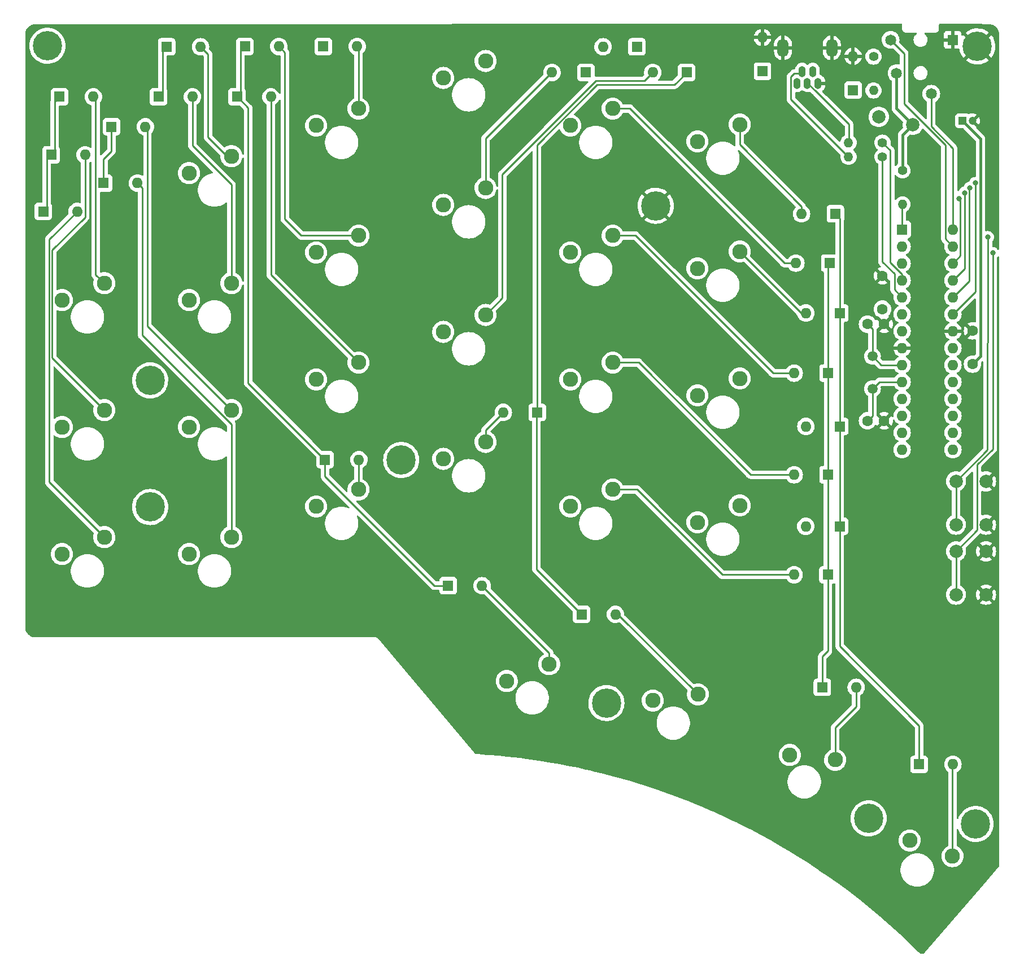
<source format=gbr>
%TF.GenerationSoftware,KiCad,Pcbnew,(6.0.5)*%
%TF.CreationDate,2022-07-25T14:01:38-03:00*%
%TF.ProjectId,bluejay_left,626c7565-6a61-4795-9f6c-6566742e6b69,rev?*%
%TF.SameCoordinates,Original*%
%TF.FileFunction,Copper,L1,Top*%
%TF.FilePolarity,Positive*%
%FSLAX46Y46*%
G04 Gerber Fmt 4.6, Leading zero omitted, Abs format (unit mm)*
G04 Created by KiCad (PCBNEW (6.0.5)) date 2022-07-25 14:01:38*
%MOMM*%
%LPD*%
G01*
G04 APERTURE LIST*
%TA.AperFunction,ComponentPad*%
%ADD10C,1.600000*%
%TD*%
%TA.AperFunction,ComponentPad*%
%ADD11R,1.600000X1.600000*%
%TD*%
%TA.AperFunction,ComponentPad*%
%ADD12O,1.600000X1.600000*%
%TD*%
%TA.AperFunction,ComponentPad*%
%ADD13C,1.500000*%
%TD*%
%TA.AperFunction,ComponentPad*%
%ADD14C,2.286000*%
%TD*%
%TA.AperFunction,ComponentPad*%
%ADD15C,4.400000*%
%TD*%
%TA.AperFunction,ComponentPad*%
%ADD16C,1.400000*%
%TD*%
%TA.AperFunction,ComponentPad*%
%ADD17O,1.400000X1.400000*%
%TD*%
%TA.AperFunction,ComponentPad*%
%ADD18O,1.100000X1.650000*%
%TD*%
%TA.AperFunction,ComponentPad*%
%ADD19O,1.700000X2.700000*%
%TD*%
%TA.AperFunction,ComponentPad*%
%ADD20C,2.000000*%
%TD*%
%TA.AperFunction,ComponentPad*%
%ADD21R,1.650000X1.650000*%
%TD*%
%TA.AperFunction,ComponentPad*%
%ADD22C,1.650000*%
%TD*%
%TA.AperFunction,ComponentPad*%
%ADD23R,1.200000X1.200000*%
%TD*%
%TA.AperFunction,ComponentPad*%
%ADD24C,1.200000*%
%TD*%
%TA.AperFunction,ComponentPad*%
%ADD25C,2.010000*%
%TD*%
%TA.AperFunction,ViaPad*%
%ADD26C,0.800000*%
%TD*%
%TA.AperFunction,Conductor*%
%ADD27C,0.250000*%
%TD*%
%TA.AperFunction,Conductor*%
%ADD28C,0.400000*%
%TD*%
G04 APERTURE END LIST*
D10*
%TO.P,C2,1*%
%TO.N,Net-(C2-Pad1)*%
X40731200Y-3656300D03*
%TO.P,C2,2*%
%TO.N,GND*%
X43231200Y-3656300D03*
%TD*%
D11*
%TO.P,Dc5,1,K*%
%TO.N,/colC*%
X-2130000Y-32700000D03*
D12*
%TO.P,Dc5,2,A*%
%TO.N,Net-(Dc5-Pad2)*%
X2950000Y-32700000D03*
%TD*%
D13*
%TO.P,Y1,1,1*%
%TO.N,Net-(C2-Pad1)*%
X41481200Y1143700D03*
%TO.P,Y1,2,2*%
%TO.N,Net-(C1-Pad1)*%
X41481200Y6023700D03*
%TD*%
D14*
%TO.P,SWa3,1,1*%
%TO.N,Net-(Da3-Pad2)*%
X21590000Y2698700D03*
%TO.P,SWa3,2,2*%
%TO.N,/row3*%
X15240000Y158700D03*
%TD*%
%TO.P,SWa5,1,1*%
%TO.N,Net-(Da5-Pad2)*%
X53487971Y-68980716D03*
%TO.P,SWa5,2,2*%
%TO.N,/row5*%
X47069410Y-66619325D03*
%TD*%
D11*
%TO.P,Da1,1,K*%
%TO.N,/colA*%
X35930000Y27400000D03*
D12*
%TO.P,Da1,2,A*%
%TO.N,Net-(Da1-Pad2)*%
X30850000Y27400000D03*
%TD*%
D14*
%TO.P,SWf2,1,1*%
%TO.N,Net-(Df2-Pad2)*%
X-73660000Y16986300D03*
%TO.P,SWf2,2,2*%
%TO.N,/row2*%
X-80010000Y14446300D03*
%TD*%
%TO.P,SWc2,1,1*%
%TO.N,Net-(Dc2-Pad2)*%
X-16510000Y31273800D03*
%TO.P,SWc2,2,2*%
%TO.N,/row2*%
X-22860000Y28733800D03*
%TD*%
%TO.P,SWd1,1,1*%
%TO.N,Net-(Dd1-Pad2)*%
X-35560000Y43180000D03*
%TO.P,SWd1,2,2*%
%TO.N,/row1*%
X-41910000Y40640000D03*
%TD*%
%TO.P,SWc3,1,1*%
%TO.N,Net-(Dc3-Pad2)*%
X-16510000Y12223800D03*
%TO.P,SWc3,2,2*%
%TO.N,/row3*%
X-22860000Y9683800D03*
%TD*%
D11*
%TO.P,DZ2,1,K*%
%TO.N,/USBPRE_D+*%
X38580000Y45960000D03*
D12*
%TO.P,DZ2,2,A*%
%TO.N,GND*%
X38580000Y51040000D03*
%TD*%
D11*
%TO.P,De2,1,K*%
%TO.N,/colE*%
X-65530000Y44950000D03*
D12*
%TO.P,De2,2,A*%
%TO.N,Net-(De2-Pad2)*%
X-60450000Y44950000D03*
%TD*%
D14*
%TO.P,SWe3,1,1*%
%TO.N,Net-(De3-Pad2)*%
X-54610000Y-2063800D03*
%TO.P,SWe3,2,2*%
%TO.N,/row3*%
X-60960000Y-4603800D03*
%TD*%
D11*
%TO.P,U1,1,~{RESET}/PC6*%
%TO.N,Net-(PB1-Pad1)*%
X45931200Y25037500D03*
D12*
%TO.P,U1,2,PD0*%
%TO.N,/row1*%
X45931200Y22497500D03*
%TO.P,U1,3,PD1*%
%TO.N,/row2*%
X45931200Y19957500D03*
%TO.P,U1,4,PD2*%
%TO.N,/USB_D+*%
X45931200Y17417500D03*
%TO.P,U1,5,PD3*%
%TO.N,/USB_D-*%
X45931200Y14877500D03*
%TO.P,U1,6,PD4*%
%TO.N,unconnected-(U1-Pad6)*%
X45931200Y12337500D03*
%TO.P,U1,7,VCC*%
%TO.N,VCC*%
X45931200Y9797500D03*
%TO.P,U1,8,GND*%
%TO.N,GND*%
X45931200Y7257500D03*
%TO.P,U1,9,XTAL1/PB6*%
%TO.N,Net-(C1-Pad1)*%
X45931200Y4717500D03*
%TO.P,U1,10,XTAL2/PB7*%
%TO.N,Net-(C2-Pad1)*%
X45931200Y2177500D03*
%TO.P,U1,11,PD5*%
%TO.N,unconnected-(U1-Pad11)*%
X45931200Y-362500D03*
%TO.P,U1,12,PD6*%
%TO.N,unconnected-(U1-Pad12)*%
X45931200Y-2902500D03*
%TO.P,U1,13,PD7*%
%TO.N,/colB*%
X45931200Y-5442500D03*
%TO.P,U1,14,PB0*%
%TO.N,/colA*%
X45931200Y-7982500D03*
%TO.P,U1,15,PB1*%
%TO.N,/row3*%
X53551200Y-7982500D03*
%TO.P,U1,16,PB2*%
%TO.N,/row4*%
X53551200Y-5442500D03*
%TO.P,U1,17,PB3*%
%TO.N,/row5*%
X53551200Y-2902500D03*
%TO.P,U1,18,PB4*%
%TO.N,unconnected-(U1-Pad18)*%
X53551200Y-362500D03*
%TO.P,U1,19,PB5*%
%TO.N,unconnected-(U1-Pad19)*%
X53551200Y2177500D03*
%TO.P,U1,20,AVCC*%
%TO.N,VCC*%
X53551200Y4717500D03*
%TO.P,U1,21,AREF*%
%TO.N,unconnected-(U1-Pad21)*%
X53551200Y7257500D03*
%TO.P,U1,22,GND*%
%TO.N,GND*%
X53551200Y9797500D03*
%TO.P,U1,23,PC0*%
%TO.N,/colF*%
X53551200Y12337500D03*
%TO.P,U1,24,PC1*%
%TO.N,/colE*%
X53551200Y14877500D03*
%TO.P,U1,25,PC2*%
%TO.N,/colD*%
X53551200Y17417500D03*
%TO.P,U1,26,PC3*%
%TO.N,/colC*%
X53551200Y19957500D03*
%TO.P,U1,27,PC4*%
%TO.N,/i2c_SDA*%
X53551200Y22497500D03*
%TO.P,U1,28,PC5*%
%TO.N,/i2c_SCL*%
X53551200Y25037500D03*
%TD*%
D11*
%TO.P,Da4,1,K*%
%TO.N,/colA*%
X36567500Y-19500000D03*
D12*
%TO.P,Da4,2,A*%
%TO.N,Net-(Da4-Pad2)*%
X31487500Y-19500000D03*
%TD*%
D11*
%TO.P,De1,1,K*%
%TO.N,/colE*%
X-64317500Y52450000D03*
D12*
%TO.P,De1,2,A*%
%TO.N,Net-(De1-Pad2)*%
X-59237500Y52450000D03*
%TD*%
D14*
%TO.P,SWc4,1,1*%
%TO.N,Net-(Dc4-Pad2)*%
X-16510000Y-6826300D03*
%TO.P,SWc4,2,2*%
%TO.N,/row4*%
X-22860000Y-9366300D03*
%TD*%
%TO.P,SWe2,1,1*%
%TO.N,Net-(De2-Pad2)*%
X-54610000Y16986300D03*
%TO.P,SWe2,2,2*%
%TO.N,/row2*%
X-60960000Y14446300D03*
%TD*%
D11*
%TO.P,Da3,1,K*%
%TO.N,/colA*%
X36586300Y-4500000D03*
D12*
%TO.P,Da3,2,A*%
%TO.N,Net-(Da3-Pad2)*%
X31506300Y-4500000D03*
%TD*%
D14*
%TO.P,SWd5,1,1*%
%TO.N,Net-(Dd5-Pad2)*%
X-6985000Y-40163800D03*
%TO.P,SWd5,2,2*%
%TO.N,/row5*%
X-13335000Y-42703800D03*
%TD*%
D11*
%TO.P,De3,1,K*%
%TO.N,/colE*%
X-72580000Y40450000D03*
D12*
%TO.P,De3,2,A*%
%TO.N,Net-(De3-Pad2)*%
X-67500000Y40450000D03*
%TD*%
D15*
%TO.P,H9,1*%
%TO.N,N/C*%
X56950000Y-64150000D03*
%TD*%
D14*
%TO.P,SWa4,1,1*%
%TO.N,Net-(Da4-Pad2)*%
X21590000Y-16351300D03*
%TO.P,SWa4,2,2*%
%TO.N,/row4*%
X15240000Y-18891300D03*
%TD*%
%TO.P,SWb1,1,1*%
%TO.N,Net-(Db1-Pad2)*%
X2540000Y43180000D03*
%TO.P,SWb1,2,2*%
%TO.N,/row1*%
X-3810000Y40640000D03*
%TD*%
%TO.P,SWb2,1,1*%
%TO.N,Net-(Db2-Pad2)*%
X2540000Y24130000D03*
%TO.P,SWb2,2,2*%
%TO.N,/row2*%
X-3810000Y21590000D03*
%TD*%
D11*
%TO.P,De4,1,K*%
%TO.N,/colE*%
X-73780000Y32000000D03*
D12*
%TO.P,De4,2,A*%
%TO.N,Net-(De4-Pad2)*%
X-68700000Y32000000D03*
%TD*%
D10*
%TO.P,C4,1*%
%TO.N,VCC*%
X42981200Y13093700D03*
%TO.P,C4,2*%
%TO.N,GND*%
X42981200Y18093700D03*
%TD*%
D14*
%TO.P,SWa2,1,1*%
%TO.N,Net-(Da2-Pad2)*%
X21590000Y21748800D03*
%TO.P,SWa2,2,2*%
%TO.N,/row2*%
X15240000Y19208800D03*
%TD*%
D11*
%TO.P,Db2,1,K*%
%TO.N,/colB*%
X34836300Y3500000D03*
D12*
%TO.P,Db2,2,A*%
%TO.N,Net-(Db2-Pad2)*%
X29756300Y3500000D03*
%TD*%
D15*
%TO.P,H8,1*%
%TO.N,N/C*%
X40900000Y-63300000D03*
%TD*%
D14*
%TO.P,SWf3,1,1*%
%TO.N,Net-(Df3-Pad2)*%
X-73660000Y-2063800D03*
%TO.P,SWf3,2,2*%
%TO.N,/row3*%
X-80010000Y-4603800D03*
%TD*%
%TO.P,SWd4,1,1*%
%TO.N,Net-(Dd4-Pad2)*%
X-35560000Y-13970000D03*
%TO.P,SWd4,2,2*%
%TO.N,/row4*%
X-41910000Y-16510000D03*
%TD*%
D11*
%TO.P,Db4,1,K*%
%TO.N,/colB*%
X34817500Y-26750000D03*
D12*
%TO.P,Db4,2,A*%
%TO.N,Net-(Db4-Pad2)*%
X29737500Y-26750000D03*
%TD*%
D16*
%TO.P,R1,1*%
%TO.N,/USBPRE_D-*%
X41640000Y50980000D03*
D17*
%TO.P,R1,2*%
%TO.N,VCC*%
X41640000Y45900000D03*
%TD*%
D15*
%TO.P,H5,1*%
%TO.N,N/C*%
X-29150000Y-9550000D03*
%TD*%
D11*
%TO.P,DZ1,1,K*%
%TO.N,/USBPRE_D-*%
X25000000Y48782500D03*
D12*
%TO.P,DZ1,2,A*%
%TO.N,GND*%
X25000000Y53862500D03*
%TD*%
D14*
%TO.P,SWb4,1,1*%
%TO.N,Net-(Db4-Pad2)*%
X2540000Y-13970000D03*
%TO.P,SWb4,2,2*%
%TO.N,/row4*%
X-3810000Y-16510000D03*
%TD*%
%TO.P,SWe4,1,1*%
%TO.N,Net-(De4-Pad2)*%
X-54610000Y-21113800D03*
%TO.P,SWe4,2,2*%
%TO.N,/row4*%
X-60960000Y-23653800D03*
%TD*%
D15*
%TO.P,H1,1*%
%TO.N,N/C*%
X-82200000Y52600000D03*
%TD*%
D11*
%TO.P,Dd2,1,K*%
%TO.N,/colD*%
X-52580000Y52500000D03*
D12*
%TO.P,Dd2,2,A*%
%TO.N,Net-(Dd2-Pad2)*%
X-47500000Y52500000D03*
%TD*%
D14*
%TO.P,SWa1,1,1*%
%TO.N,Net-(Da1-Pad2)*%
X21590000Y40798800D03*
%TO.P,SWa1,2,2*%
%TO.N,/row1*%
X15240000Y38258800D03*
%TD*%
D11*
%TO.P,Dd1,1,K*%
%TO.N,/colD*%
X-40830000Y52500000D03*
D12*
%TO.P,Dd1,2,A*%
%TO.N,Net-(Dd1-Pad2)*%
X-35750000Y52500000D03*
%TD*%
D11*
%TO.P,Df2,1,K*%
%TO.N,/colF*%
X-80380000Y44950000D03*
D12*
%TO.P,Df2,2,A*%
%TO.N,Net-(Df2-Pad2)*%
X-75300000Y44950000D03*
%TD*%
D15*
%TO.P,H7,1*%
%TO.N,N/C*%
X1600000Y-46000000D03*
%TD*%
D11*
%TO.P,Dd4,1,K*%
%TO.N,/colD*%
X-40580000Y-9500000D03*
D12*
%TO.P,Dd4,2,A*%
%TO.N,Net-(Dd4-Pad2)*%
X-35500000Y-9500000D03*
%TD*%
D11*
%TO.P,Db1,1,K*%
%TO.N,/colB*%
X35086300Y20000000D03*
D12*
%TO.P,Db1,2,A*%
%TO.N,Net-(Db1-Pad2)*%
X30006300Y20000000D03*
%TD*%
D15*
%TO.P,H2,1,1*%
%TO.N,GND*%
X57200000Y52500000D03*
%TD*%
D11*
%TO.P,Da2,1,K*%
%TO.N,/colA*%
X36586300Y12500000D03*
D12*
%TO.P,Da2,2,A*%
%TO.N,Net-(Da2-Pad2)*%
X31506300Y12500000D03*
%TD*%
D15*
%TO.P,H3,1,1*%
%TO.N,GND*%
X9000000Y28600000D03*
%TD*%
D11*
%TO.P,Dc4,1,K*%
%TO.N,/colC*%
X-8770000Y-2400000D03*
D12*
%TO.P,Dc4,2,A*%
%TO.N,Net-(Dc4-Pad2)*%
X-13850000Y-2400000D03*
%TD*%
D11*
%TO.P,Dc2,1,K*%
%TO.N,/colC*%
X-1470000Y48600000D03*
D12*
%TO.P,Dc2,2,A*%
%TO.N,Net-(Dc2-Pad2)*%
X-6550000Y48600000D03*
%TD*%
D11*
%TO.P,Df3,1,K*%
%TO.N,/colF*%
X-81630000Y36250000D03*
D12*
%TO.P,Df3,2,A*%
%TO.N,Net-(Df3-Pad2)*%
X-76550000Y36250000D03*
%TD*%
D16*
%TO.P,R3,1*%
%TO.N,/USB_D+*%
X42990000Y38080000D03*
D17*
%TO.P,R3,2*%
%TO.N,/USBPRE_D+*%
X37910000Y38080000D03*
%TD*%
D11*
%TO.P,Da5,1,K*%
%TO.N,/colA*%
X48470000Y-55200000D03*
D12*
%TO.P,Da5,2,A*%
%TO.N,Net-(Da5-Pad2)*%
X53550000Y-55200000D03*
%TD*%
D14*
%TO.P,SWb3,1,1*%
%TO.N,Net-(Db3-Pad2)*%
X2540000Y5080000D03*
%TO.P,SWb3,2,2*%
%TO.N,/row3*%
X-3810000Y2540000D03*
%TD*%
D11*
%TO.P,Db3,1,K*%
%TO.N,/colB*%
X34836300Y-11750000D03*
D12*
%TO.P,Db3,2,A*%
%TO.N,Net-(Db3-Pad2)*%
X29756300Y-11750000D03*
%TD*%
D10*
%TO.P,C5,1*%
%TO.N,VCC*%
X56481200Y4843700D03*
%TO.P,C5,2*%
%TO.N,GND*%
X56481200Y9843700D03*
%TD*%
D18*
%TO.P,USB1,1,GND*%
%TO.N,GND*%
X33331200Y46968700D03*
%TO.P,USB1,2,ID*%
%TO.N,unconnected-(USB1-Pad2)*%
X32531200Y48718700D03*
%TO.P,USB1,3,D+*%
%TO.N,/USBPRE_D+*%
X31731200Y46968700D03*
%TO.P,USB1,4,D-*%
%TO.N,/USBPRE_D-*%
X30931200Y48718700D03*
%TO.P,USB1,5,VBUS*%
%TO.N,Net-(F1-Pad2)*%
X30131200Y46968700D03*
D19*
%TO.P,USB1,SH,SHIELD*%
%TO.N,GND*%
X28081200Y52293700D03*
X35381200Y52293700D03*
%TD*%
D14*
%TO.P,SWb5,1,1*%
%TO.N,Net-(Db5-Pad2)*%
X35898802Y-54533384D03*
%TO.P,SWb5,2,2*%
%TO.N,/row5*%
X29099627Y-53794926D03*
%TD*%
D15*
%TO.P,H6,1*%
%TO.N,N/C*%
X-66800000Y-16600000D03*
%TD*%
D11*
%TO.P,Dd5,1,K*%
%TO.N,/colD*%
X-22117500Y-28400000D03*
D12*
%TO.P,Dd5,2,A*%
%TO.N,Net-(Dd5-Pad2)*%
X-17037500Y-28400000D03*
%TD*%
D15*
%TO.P,H4,1*%
%TO.N,N/C*%
X-66800000Y2400000D03*
%TD*%
D10*
%TO.P,C1,1*%
%TO.N,Net-(C1-Pad1)*%
X40731200Y10843700D03*
%TO.P,C1,2*%
%TO.N,GND*%
X43231200Y10843700D03*
%TD*%
D20*
%TO.P,PB2,1,1*%
%TO.N,/row1*%
X54000000Y-23250000D03*
X54000000Y-29750000D03*
%TO.P,PB2,2,2*%
%TO.N,GND*%
X58500000Y-29750000D03*
X58500000Y-23250000D03*
%TD*%
D14*
%TO.P,SWc1,1,1*%
%TO.N,Net-(Dc1-Pad2)*%
X-16510000Y50323800D03*
%TO.P,SWc1,2,2*%
%TO.N,/row1*%
X-22860000Y47783800D03*
%TD*%
D11*
%TO.P,Dd3,1,K*%
%TO.N,/colD*%
X-53780000Y44950000D03*
D12*
%TO.P,Dd3,2,A*%
%TO.N,Net-(Dd3-Pad2)*%
X-48700000Y44950000D03*
%TD*%
D20*
%TO.P,PB1,1,1*%
%TO.N,Net-(PB1-Pad1)*%
X54000000Y-12750000D03*
X54000000Y-19250000D03*
%TO.P,PB1,2,2*%
%TO.N,GND*%
X58500000Y-19250000D03*
X58500000Y-12750000D03*
%TD*%
D14*
%TO.P,SWe1,1,1*%
%TO.N,Net-(De1-Pad2)*%
X-54610000Y36036300D03*
%TO.P,SWe1,2,2*%
%TO.N,/row1*%
X-60960000Y33496300D03*
%TD*%
D11*
%TO.P,Db5,1,K*%
%TO.N,/colB*%
X33970000Y-43650000D03*
D12*
%TO.P,Db5,2,A*%
%TO.N,Net-(Db5-Pad2)*%
X39050000Y-43650000D03*
%TD*%
D11*
%TO.P,Df4,1,K*%
%TO.N,/colF*%
X-82817500Y27750000D03*
D12*
%TO.P,Df4,2,A*%
%TO.N,Net-(Df4-Pad2)*%
X-77737500Y27750000D03*
%TD*%
D11*
%TO.P,Dc1,1,K*%
%TO.N,/colC*%
X6180000Y52450000D03*
D12*
%TO.P,Dc1,2,A*%
%TO.N,Net-(Dc1-Pad2)*%
X1100000Y52450000D03*
%TD*%
D14*
%TO.P,SWf4,1,1*%
%TO.N,Net-(Df4-Pad2)*%
X-73660000Y-21113800D03*
%TO.P,SWf4,2,2*%
%TO.N,/row4*%
X-80010000Y-23653800D03*
%TD*%
%TO.P,SWd3,1,1*%
%TO.N,Net-(Dd3-Pad2)*%
X-35560000Y5080000D03*
%TO.P,SWd3,2,2*%
%TO.N,/row3*%
X-41910000Y2540000D03*
%TD*%
D21*
%TO.P,J1,1*%
%TO.N,GND*%
X53500000Y53500000D03*
D22*
%TO.P,J1,2*%
%TO.N,VCC*%
X45100000Y48500000D03*
%TO.P,J1,3*%
%TO.N,/i2c_SCL*%
X50300000Y45400000D03*
%TO.P,J1,4*%
%TO.N,/i2c_SDA*%
X44200000Y53500000D03*
%TD*%
D23*
%TO.P,C3,1*%
%TO.N,VCC*%
X54981200Y41343700D03*
D24*
%TO.P,C3,2*%
%TO.N,GND*%
X56481200Y41343700D03*
%TD*%
D25*
%TO.P,F1,1*%
%TO.N,VCC*%
X47531200Y40743700D03*
%TO.P,F1,2*%
%TO.N,Net-(F1-Pad2)*%
X42431200Y41943700D03*
%TD*%
D14*
%TO.P,SWc5,1,1*%
%TO.N,Net-(Dc5-Pad2)*%
X15324714Y-44701679D03*
%TO.P,SWc5,2,2*%
%TO.N,/row5*%
X8548855Y-45630026D03*
%TD*%
%TO.P,SWd2,1,1*%
%TO.N,Net-(Dd2-Pad2)*%
X-35560000Y24130000D03*
%TO.P,SWd2,2,2*%
%TO.N,/row2*%
X-41910000Y21590000D03*
%TD*%
D16*
%TO.P,R2,1*%
%TO.N,/USB_D-*%
X42990000Y35950000D03*
D17*
%TO.P,R2,2*%
%TO.N,/USBPRE_D-*%
X37910000Y35950000D03*
%TD*%
D16*
%TO.P,R4,1*%
%TO.N,VCC*%
X46000000Y33900000D03*
D17*
%TO.P,R4,2*%
%TO.N,Net-(PB1-Pad1)*%
X46000000Y28820000D03*
%TD*%
D11*
%TO.P,Dc3,1,K*%
%TO.N,/colC*%
X13630000Y48600000D03*
D12*
%TO.P,Dc3,2,A*%
%TO.N,Net-(Dc3-Pad2)*%
X8550000Y48600000D03*
%TD*%
D26*
%TO.N,GND*%
X36000000Y40000000D03*
X49750000Y22750000D03*
%TO.N,/colC*%
X54500000Y29700000D03*
%TO.N,/colD*%
X55275500Y30550989D03*
%TO.N,/colE*%
X56031904Y31275500D03*
%TO.N,/colF*%
X56881211Y32000000D03*
%TO.N,Net-(PB1-Pad1)*%
X58800000Y23900000D03*
%TO.N,/row1*%
X59516988Y21498695D03*
%TD*%
D27*
%TO.N,Net-(C1-Pad1)*%
X42787400Y4717500D02*
X45931200Y4717500D01*
X41481200Y10093700D02*
X40731200Y10843700D01*
X41481200Y6023700D02*
X41481200Y10093700D01*
X41481200Y6023700D02*
X42787400Y4717500D01*
%TO.N,Net-(C2-Pad1)*%
X41481200Y1143700D02*
X42515000Y2177500D01*
X41481200Y-2906300D02*
X40731200Y-3656300D01*
X41481200Y1143700D02*
X41481200Y-2906300D01*
X42515000Y2177500D02*
X45931200Y2177500D01*
D28*
%TO.N,VCC*%
X45100000Y43174900D02*
X45100000Y48500000D01*
X57680711Y38644189D02*
X57680711Y6043211D01*
X54981200Y41343700D02*
X57680711Y38644189D01*
X57680711Y6043211D02*
X56481200Y4843700D01*
X46000000Y39212500D02*
X46000000Y33900000D01*
X47531200Y40743700D02*
X46000000Y39212500D01*
X47531200Y40743700D02*
X45100000Y43174900D01*
D27*
%TO.N,/colA*%
X36586300Y26743700D02*
X35930000Y27400000D01*
X48470000Y-49370000D02*
X36567500Y-37467500D01*
X36586300Y-4500000D02*
X36586300Y12500000D01*
X36567500Y-19500000D02*
X36567500Y-4518800D01*
X36586300Y12500000D02*
X36586300Y26743700D01*
X48470000Y-55200000D02*
X48470000Y-49370000D01*
X36567500Y-37467500D02*
X36567500Y-19500000D01*
X36567500Y-4518800D02*
X36586300Y-4500000D01*
%TO.N,Net-(Da1-Pad2)*%
X21590000Y37760000D02*
X30850000Y28500000D01*
X30850000Y28500000D02*
X30850000Y27400000D01*
X21590000Y40798800D02*
X21590000Y37760000D01*
%TO.N,Net-(Da2-Pad2)*%
X21590000Y21748800D02*
X30838800Y12500000D01*
X30838800Y12500000D02*
X31506300Y12500000D01*
%TO.N,Net-(Da5-Pad2)*%
X53487971Y-68980716D02*
X53487971Y-55262029D01*
X53487971Y-55262029D02*
X53550000Y-55200000D01*
%TO.N,/colB*%
X34836300Y3500000D02*
X34836300Y19750000D01*
X34817500Y-11768800D02*
X34836300Y-11750000D01*
X34836300Y-11750000D02*
X34836300Y3500000D01*
X34817500Y-26750000D02*
X34817500Y-11768800D01*
X33970000Y-43650000D02*
X33970000Y-39030000D01*
X33970000Y-39030000D02*
X34817500Y-38182500D01*
X34836300Y19750000D02*
X35086300Y20000000D01*
X34817500Y-38182500D02*
X34817500Y-26750000D01*
%TO.N,Net-(Db1-Pad2)*%
X2540000Y43180000D02*
X5120000Y43180000D01*
X28300000Y20000000D02*
X30006300Y20000000D01*
X5120000Y43180000D02*
X28300000Y20000000D01*
%TO.N,Net-(Db2-Pad2)*%
X5970000Y24130000D02*
X26600000Y3500000D01*
X26600000Y3500000D02*
X29756300Y3500000D01*
X2540000Y24130000D02*
X5970000Y24130000D01*
%TO.N,Net-(Db3-Pad2)*%
X2540000Y5080000D02*
X6420000Y5080000D01*
X23250000Y-11750000D02*
X29756300Y-11750000D01*
X6420000Y5080000D02*
X23250000Y-11750000D01*
%TO.N,Net-(Db4-Pad2)*%
X18950000Y-26750000D02*
X29737500Y-26750000D01*
X6170000Y-13970000D02*
X18950000Y-26750000D01*
X2540000Y-13970000D02*
X6170000Y-13970000D01*
%TO.N,Net-(Db5-Pad2)*%
X35898802Y-54533384D02*
X35898802Y-49651198D01*
X35898802Y-49651198D02*
X39050000Y-46500000D01*
X39050000Y-46500000D02*
X39050000Y-43650000D01*
%TO.N,/colC*%
X-8900000Y-25930000D02*
X-8900000Y-2530000D01*
X54500000Y29700000D02*
X54675711Y29524289D01*
X54675711Y29524289D02*
X54675711Y21082011D01*
X-8770000Y-2400000D02*
X-8800000Y-2370000D01*
X54675711Y21082011D02*
X53551200Y19957500D01*
X-8800000Y-2370000D02*
X-8800000Y37725375D01*
X224625Y46750000D02*
X11800000Y46750000D01*
X-8900000Y-2530000D02*
X-8770000Y-2400000D01*
X-2130000Y-32700000D02*
X-8900000Y-25930000D01*
X11800000Y46750000D02*
X13630000Y48580000D01*
X-8800000Y37725375D02*
X224625Y46750000D01*
X13630000Y48580000D02*
X13630000Y48600000D01*
%TO.N,Net-(Dc2-Pad2)*%
X-16510000Y38690000D02*
X-6600000Y48600000D01*
X-6600000Y48600000D02*
X-6550000Y48600000D01*
X-16510000Y31273800D02*
X-16510000Y38690000D01*
%TO.N,Net-(Dc3-Pad2)*%
X-14000000Y33300000D02*
X50000Y47350000D01*
X50000Y47350000D02*
X7300000Y47350000D01*
X-14000000Y14733800D02*
X-14000000Y33300000D01*
X7300000Y47350000D02*
X8550000Y48600000D01*
X-16510000Y12223800D02*
X-14000000Y14733800D01*
%TO.N,Net-(Dc4-Pad2)*%
X-16510000Y-5060000D02*
X-13850000Y-2400000D01*
X-16510000Y-6826300D02*
X-16510000Y-5060000D01*
%TO.N,Net-(Dc5-Pad2)*%
X15324714Y-44701679D02*
X3323035Y-32700000D01*
X3323035Y-32700000D02*
X2950000Y-32700000D01*
%TO.N,/colD*%
X55275500Y30550989D02*
X55275500Y19141800D01*
X-40580000Y-12020000D02*
X-40580000Y-9500000D01*
X-22117500Y-28400000D02*
X-24200000Y-28400000D01*
X-52100000Y43270000D02*
X-53780000Y44950000D01*
X-24200000Y-28400000D02*
X-40580000Y-12020000D01*
X-40580000Y-9500000D02*
X-52100000Y2020000D01*
X-52100000Y2020000D02*
X-52100000Y43270000D01*
X-53250000Y45480000D02*
X-53250000Y51830000D01*
X-53780000Y44950000D02*
X-53250000Y45480000D01*
X55275500Y19141800D02*
X53551200Y17417500D01*
X-53250000Y51830000D02*
X-52580000Y52500000D01*
%TO.N,Net-(Dd1-Pad2)*%
X-35560000Y52310000D02*
X-35750000Y52500000D01*
X-35560000Y43180000D02*
X-35560000Y52310000D01*
%TO.N,Net-(Dd2-Pad2)*%
X-35560000Y24130000D02*
X-44130000Y24130000D01*
X-46612989Y51612989D02*
X-47500000Y52500000D01*
X-46612989Y26612989D02*
X-46612989Y51612989D01*
X-44130000Y24130000D02*
X-46612989Y26612989D01*
%TO.N,Net-(Dd3-Pad2)*%
X-48700000Y18220000D02*
X-48700000Y44950000D01*
X-35560000Y5080000D02*
X-48700000Y18220000D01*
%TO.N,Net-(Dd4-Pad2)*%
X-35560000Y-13970000D02*
X-35560000Y-9560000D01*
X-35560000Y-9560000D02*
X-35500000Y-9500000D01*
%TO.N,Net-(Dd5-Pad2)*%
X-6985000Y-40163800D02*
X-6985000Y-38452500D01*
X-6985000Y-38452500D02*
X-17037500Y-28400000D01*
%TO.N,/colE*%
X-64950000Y45530000D02*
X-64950000Y51817500D01*
X56000000Y31243596D02*
X56000000Y17326300D01*
X56000000Y17326300D02*
X53551200Y14877500D01*
X-64950000Y51817500D02*
X-64317500Y52450000D01*
X-65530000Y44950000D02*
X-64950000Y45530000D01*
X-73780000Y32000000D02*
X-73780000Y35620000D01*
X56031904Y31275500D02*
X56000000Y31243596D01*
X-72580000Y36820000D02*
X-72580000Y40450000D01*
X-73780000Y35620000D02*
X-72580000Y36820000D01*
%TO.N,Net-(De1-Pad2)*%
X-54610000Y36036300D02*
X-55236300Y36036300D01*
X-58112989Y38912989D02*
X-58112989Y51325489D01*
X-55236300Y36036300D02*
X-58112989Y38912989D01*
X-58112989Y51325489D02*
X-59237500Y52450000D01*
%TO.N,Net-(De2-Pad2)*%
X-54610000Y31765754D02*
X-60450000Y37605754D01*
X-54610000Y16986300D02*
X-54610000Y31765754D01*
X-60450000Y37605754D02*
X-60450000Y44950000D01*
%TO.N,Net-(De3-Pad2)*%
X-67200000Y10526200D02*
X-67200000Y40150000D01*
X-67200000Y40150000D02*
X-67500000Y40450000D01*
X-54610000Y-2063800D02*
X-67200000Y10526200D01*
%TO.N,Net-(De4-Pad2)*%
X-67987500Y9187500D02*
X-67987500Y31287500D01*
X-54610000Y-4190000D02*
X-67987500Y9187500D01*
X-54610000Y-21113800D02*
X-54610000Y-4190000D01*
X-67987500Y31287500D02*
X-68700000Y32000000D01*
%TO.N,/colF*%
X-82300000Y35580000D02*
X-81630000Y36250000D01*
X56881211Y15667511D02*
X53551200Y12337500D01*
X56881211Y32000000D02*
X56881211Y15667511D01*
X-81100000Y36780000D02*
X-81100000Y44230000D01*
X-81630000Y36250000D02*
X-81100000Y36780000D01*
X-81100000Y44230000D02*
X-80380000Y44950000D01*
X-82817500Y27750000D02*
X-82300000Y28267500D01*
X-82300000Y28267500D02*
X-82300000Y35580000D01*
%TO.N,Net-(Df2-Pad2)*%
X-74950000Y18276300D02*
X-74950000Y44600000D01*
X-74950000Y44600000D02*
X-75300000Y44950000D01*
X-73660000Y16986300D02*
X-74950000Y18276300D01*
%TO.N,Net-(Df3-Pad2)*%
X-81477511Y5753711D02*
X-81477511Y21972489D01*
X-81477511Y21972489D02*
X-76550000Y26900000D01*
X-73660000Y-2063800D02*
X-81477511Y5753711D01*
X-76550000Y26900000D02*
X-76550000Y36250000D01*
%TO.N,Net-(Df4-Pad2)*%
X-81927021Y-12846779D02*
X-81927021Y23560479D01*
X-73660000Y-21113800D02*
X-81927021Y-12846779D01*
X-81927021Y23560479D02*
X-77737500Y27750000D01*
%TO.N,/USBPRE_D-*%
X29256680Y44603320D02*
X29256680Y47946680D01*
X29256680Y47946680D02*
X29753700Y48443700D01*
X29753700Y48443700D02*
X30931200Y48443700D01*
X37910000Y35950000D02*
X29256680Y44603320D01*
%TO.N,/USBPRE_D+*%
X31731200Y47243700D02*
X31731200Y47056942D01*
X32980820Y45819180D02*
X37960000Y40840000D01*
X31731200Y47056942D02*
X32968962Y45819180D01*
X37960000Y40840000D02*
X37960000Y38130000D01*
X37960000Y38130000D02*
X37910000Y38080000D01*
X32968962Y45819180D02*
X32980820Y45819180D01*
%TO.N,/i2c_SCL*%
X50300000Y45400000D02*
X50300000Y40490832D01*
X53551200Y37239632D02*
X53551200Y25037500D01*
X50300000Y40490832D02*
X53551200Y37239632D01*
%TO.N,/i2c_SDA*%
X44200000Y53500000D02*
X46249511Y51450489D01*
X46249511Y51450489D02*
X46249511Y43905603D01*
X52426689Y37728425D02*
X52426689Y23622011D01*
X46249511Y43905603D02*
X52426689Y37728425D01*
X52426689Y23622011D02*
X53551200Y22497500D01*
%TO.N,Net-(PB1-Pad1)*%
X45900000Y25068700D02*
X45931200Y25037500D01*
X45900000Y28720000D02*
X45900000Y25068700D01*
X58800000Y23900000D02*
X58700000Y-8050000D01*
X54000000Y-19250000D02*
X54000000Y-12750000D01*
X46000000Y28820000D02*
X45900000Y28720000D01*
X58700000Y-8050000D02*
X54000000Y-12750000D01*
%TO.N,/USB_D-*%
X44806689Y16002011D02*
X45931200Y14877500D01*
X42990000Y35950000D02*
X42990000Y20210000D01*
X44806689Y18393311D02*
X44806689Y16002011D01*
X42990000Y20210000D02*
X44806689Y18393311D01*
%TO.N,/USB_D+*%
X45931200Y18318800D02*
X45931200Y17417500D01*
X42990000Y38080000D02*
X44151762Y36918238D01*
X44151762Y20098238D02*
X45931200Y18318800D01*
X44151762Y36918238D02*
X44151762Y20098238D01*
%TO.N,/row1*%
X59516988Y-7883012D02*
X59516988Y21498695D01*
X57175489Y-20074511D02*
X57175489Y-10224511D01*
X54000000Y-23250000D02*
X54000000Y-29750000D01*
X54000000Y-23250000D02*
X57175489Y-20074511D01*
X57175489Y-10224511D02*
X59516988Y-7883012D01*
%TD*%
%TA.AperFunction,Conductor*%
%TO.N,GND*%
G36*
X45883621Y55871498D02*
G01*
X45930114Y55817842D01*
X45941500Y55765500D01*
X45941500Y55108623D01*
X45941498Y55107853D01*
X45941024Y55030279D01*
X45947026Y55009278D01*
X45949150Y55001847D01*
X45952728Y54985085D01*
X45956920Y54955813D01*
X45960634Y54947645D01*
X45960634Y54947644D01*
X45967548Y54932438D01*
X45973996Y54914914D01*
X45981051Y54890229D01*
X45985843Y54882635D01*
X45985844Y54882632D01*
X45996830Y54865220D01*
X46004969Y54850137D01*
X46017208Y54823218D01*
X46023069Y54816416D01*
X46033970Y54803765D01*
X46045073Y54788761D01*
X46058776Y54767042D01*
X46065501Y54761103D01*
X46065504Y54761099D01*
X46080938Y54747468D01*
X46092982Y54735276D01*
X46106427Y54719673D01*
X46106430Y54719671D01*
X46112287Y54712873D01*
X46119816Y54707993D01*
X46119817Y54707992D01*
X46133835Y54698906D01*
X46148709Y54687615D01*
X46161217Y54676569D01*
X46167951Y54670622D01*
X46194711Y54658058D01*
X46209691Y54649737D01*
X46226983Y54638529D01*
X46226988Y54638527D01*
X46234515Y54633648D01*
X46243108Y54631078D01*
X46243113Y54631076D01*
X46259120Y54626289D01*
X46276564Y54619628D01*
X46291676Y54612533D01*
X46291678Y54612532D01*
X46299800Y54608719D01*
X46308667Y54607338D01*
X46308668Y54607338D01*
X46311353Y54606920D01*
X46329017Y54604170D01*
X46345732Y54600387D01*
X46365466Y54594485D01*
X46365472Y54594484D01*
X46374066Y54591914D01*
X46383037Y54591859D01*
X46383038Y54591859D01*
X46393097Y54591798D01*
X46408506Y54591704D01*
X46409289Y54591671D01*
X46410386Y54591500D01*
X46441377Y54591500D01*
X46442147Y54591498D01*
X46515785Y54591048D01*
X46515786Y54591048D01*
X46519721Y54591024D01*
X46521065Y54591408D01*
X46522410Y54591500D01*
X48009626Y54591500D01*
X48077747Y54571498D01*
X48124240Y54517842D01*
X48134344Y54447568D01*
X48104850Y54382988D01*
X48089262Y54367857D01*
X47955311Y54258610D01*
X47955308Y54258607D01*
X47950536Y54254715D01*
X47946608Y54249967D01*
X47946607Y54249966D01*
X47875746Y54164310D01*
X47818217Y54094770D01*
X47815288Y54089353D01*
X47815286Y54089350D01*
X47722416Y53917590D01*
X47722414Y53917585D01*
X47719486Y53912170D01*
X47658102Y53713871D01*
X47657458Y53707746D01*
X47657458Y53707745D01*
X47642959Y53569789D01*
X47636404Y53507425D01*
X47638145Y53488297D01*
X47650592Y53351531D01*
X47655218Y53300697D01*
X47656956Y53294791D01*
X47656957Y53294787D01*
X47696257Y53161257D01*
X47713827Y53101560D01*
X47809999Y52917600D01*
X47940071Y52755823D01*
X47944788Y52751865D01*
X47944790Y52751863D01*
X47966791Y52733402D01*
X48099089Y52622391D01*
X48104481Y52619427D01*
X48104485Y52619424D01*
X48247249Y52540939D01*
X48280995Y52522387D01*
X48478861Y52459621D01*
X48484978Y52458935D01*
X48484982Y52458934D01*
X48561598Y52450341D01*
X48640413Y52441500D01*
X48752237Y52441500D01*
X48755293Y52441800D01*
X48755300Y52441800D01*
X48900466Y52456034D01*
X48900469Y52456035D01*
X48906592Y52456635D01*
X49050226Y52500000D01*
X49099407Y52514848D01*
X49099410Y52514849D01*
X49105315Y52516632D01*
X49112635Y52520524D01*
X49283153Y52611191D01*
X49283155Y52611192D01*
X49288599Y52614087D01*
X49308516Y52630331D01*
X52167001Y52630331D01*
X52167371Y52623510D01*
X52172895Y52572648D01*
X52176521Y52557396D01*
X52221676Y52436946D01*
X52230214Y52421351D01*
X52306715Y52319276D01*
X52319276Y52306715D01*
X52421351Y52230214D01*
X52436946Y52221676D01*
X52557394Y52176522D01*
X52572649Y52172895D01*
X52623514Y52167369D01*
X52630328Y52167000D01*
X53227885Y52167000D01*
X53243124Y52171475D01*
X53244329Y52172865D01*
X53246000Y52180548D01*
X53246000Y52185116D01*
X53754000Y52185116D01*
X53758475Y52169877D01*
X53759865Y52168672D01*
X53767548Y52167001D01*
X54369669Y52167001D01*
X54376480Y52167370D01*
X54389265Y52168759D01*
X54459147Y52156232D01*
X54511164Y52107912D01*
X54527054Y52064834D01*
X54558085Y51884241D01*
X54559818Y51876854D01*
X54651196Y51571305D01*
X54653799Y51564192D01*
X54781227Y51271827D01*
X54784669Y51265071D01*
X54946296Y50990135D01*
X54950519Y50983850D01*
X55101463Y50786066D01*
X55112989Y50777604D01*
X55125054Y50784265D01*
X56827980Y52487190D01*
X56834357Y52498869D01*
X57564408Y52498869D01*
X57564539Y52497034D01*
X57568790Y52490420D01*
X59273285Y50785926D01*
X59286408Y50778760D01*
X59296709Y50786149D01*
X59400751Y50913945D01*
X59405164Y50920086D01*
X59575349Y51189813D01*
X59579005Y51196464D01*
X59715544Y51484665D01*
X59718375Y51491705D01*
X59819306Y51794233D01*
X59821270Y51801567D01*
X59885122Y52114011D01*
X59886194Y52121535D01*
X59912173Y52440949D01*
X59912378Y52445424D01*
X59912927Y52497779D01*
X59912817Y52502211D01*
X59893529Y52822147D01*
X59892621Y52829649D01*
X59835319Y53143407D01*
X59833518Y53150740D01*
X59738935Y53455345D01*
X59736263Y53462417D01*
X59605781Y53753430D01*
X59602264Y53760157D01*
X59437771Y54033379D01*
X59433481Y54039623D01*
X59297991Y54213353D01*
X59286199Y54221822D01*
X59274486Y54215275D01*
X57572020Y52512810D01*
X57564408Y52498869D01*
X56834357Y52498869D01*
X56835592Y52501131D01*
X56835461Y52502966D01*
X56831210Y52509580D01*
X55126445Y54214344D01*
X55113510Y54221408D01*
X55102949Y54213748D01*
X55057539Y54156762D01*
X54999444Y54115953D01*
X54928507Y54113030D01*
X54867252Y54148923D01*
X54835125Y54212235D01*
X54832999Y54235285D01*
X54832999Y54369669D01*
X54832629Y54376490D01*
X54827105Y54427352D01*
X54823479Y54442604D01*
X54778324Y54563054D01*
X54769786Y54578649D01*
X54763844Y54586577D01*
X55477917Y54586577D01*
X55484520Y54574691D01*
X57187190Y52872020D01*
X57201131Y52864408D01*
X57202966Y52864539D01*
X57209580Y52868790D01*
X58914559Y54573770D01*
X58921571Y54586611D01*
X58913777Y54597299D01*
X58751298Y54725387D01*
X58745075Y54729712D01*
X58472702Y54895643D01*
X58466025Y54899178D01*
X58175686Y55031187D01*
X58168616Y55033901D01*
X57864537Y55130068D01*
X57857186Y55131915D01*
X57543746Y55190858D01*
X57536237Y55191806D01*
X57217989Y55212665D01*
X57210424Y55212705D01*
X56891964Y55195179D01*
X56884450Y55194310D01*
X56570405Y55138652D01*
X56563044Y55136885D01*
X56257980Y55043908D01*
X56250860Y55041260D01*
X55959182Y54912310D01*
X55952445Y54908833D01*
X55678355Y54745767D01*
X55672091Y54741510D01*
X55486385Y54598238D01*
X55477917Y54586577D01*
X54763844Y54586577D01*
X54693285Y54680724D01*
X54680724Y54693285D01*
X54578649Y54769786D01*
X54563054Y54778324D01*
X54442606Y54823478D01*
X54427351Y54827105D01*
X54376486Y54832631D01*
X54369672Y54833000D01*
X53772115Y54833000D01*
X53756876Y54828525D01*
X53755671Y54827135D01*
X53754000Y54819452D01*
X53754000Y52185116D01*
X53246000Y52185116D01*
X53246000Y53227885D01*
X53241525Y53243124D01*
X53240135Y53244329D01*
X53232452Y53246000D01*
X52185116Y53246000D01*
X52169877Y53241525D01*
X52168672Y53240135D01*
X52167001Y53232452D01*
X52167001Y52630331D01*
X49308516Y52630331D01*
X49373588Y52683402D01*
X49444689Y52741390D01*
X49444692Y52741393D01*
X49449464Y52745285D01*
X49519257Y52829649D01*
X49577855Y52900482D01*
X49581783Y52905230D01*
X49585876Y52912799D01*
X49677584Y53082410D01*
X49677586Y53082415D01*
X49680514Y53087830D01*
X49741898Y53286129D01*
X49743160Y53298134D01*
X49762952Y53486446D01*
X49762952Y53486448D01*
X49763596Y53492575D01*
X49748062Y53663261D01*
X49745341Y53693164D01*
X49745340Y53693167D01*
X49744782Y53699303D01*
X49742298Y53707745D01*
X49723353Y53772115D01*
X52167000Y53772115D01*
X52171475Y53756876D01*
X52172865Y53755671D01*
X52180548Y53754000D01*
X53227885Y53754000D01*
X53243124Y53758475D01*
X53244329Y53759865D01*
X53246000Y53767548D01*
X53246000Y54814884D01*
X53241525Y54830123D01*
X53240135Y54831328D01*
X53232452Y54832999D01*
X52630331Y54832999D01*
X52623510Y54832629D01*
X52572648Y54827105D01*
X52557396Y54823479D01*
X52436946Y54778324D01*
X52421351Y54769786D01*
X52319276Y54693285D01*
X52306715Y54680724D01*
X52230214Y54578649D01*
X52221676Y54563054D01*
X52176522Y54442606D01*
X52172895Y54427351D01*
X52167369Y54376486D01*
X52167000Y54369672D01*
X52167000Y53772115D01*
X49723353Y53772115D01*
X49697372Y53860389D01*
X49686173Y53898440D01*
X49590001Y54082400D01*
X49459929Y54244177D01*
X49447371Y54254715D01*
X49311197Y54368978D01*
X49271870Y54428088D01*
X49270744Y54499076D01*
X49308175Y54559403D01*
X49372280Y54589917D01*
X49392188Y54591500D01*
X50941377Y54591500D01*
X50942148Y54591498D01*
X51019721Y54591024D01*
X51048152Y54599150D01*
X51064915Y54602728D01*
X51065753Y54602848D01*
X51094187Y54606920D01*
X51117564Y54617549D01*
X51135087Y54623996D01*
X51159771Y54631051D01*
X51167365Y54635843D01*
X51167368Y54635844D01*
X51184780Y54646830D01*
X51199865Y54654970D01*
X51226782Y54667208D01*
X51246235Y54683970D01*
X51261239Y54695073D01*
X51282958Y54708776D01*
X51288897Y54715501D01*
X51288901Y54715504D01*
X51302532Y54730938D01*
X51314724Y54742982D01*
X51330327Y54756427D01*
X51330329Y54756430D01*
X51337127Y54762287D01*
X51351094Y54783835D01*
X51362385Y54798709D01*
X51373431Y54811217D01*
X51373432Y54811218D01*
X51379378Y54817951D01*
X51391943Y54844713D01*
X51400263Y54859691D01*
X51411471Y54876983D01*
X51411473Y54876988D01*
X51416352Y54884515D01*
X51418922Y54893108D01*
X51418924Y54893113D01*
X51423711Y54909120D01*
X51430372Y54926564D01*
X51437467Y54941676D01*
X51437468Y54941678D01*
X51441281Y54949800D01*
X51445830Y54979017D01*
X51449613Y54995732D01*
X51455515Y55015466D01*
X51455516Y55015472D01*
X51458086Y55024066D01*
X51458296Y55058506D01*
X51458329Y55059289D01*
X51458500Y55060386D01*
X51458500Y55091377D01*
X51458502Y55092147D01*
X51458952Y55165785D01*
X51458952Y55165786D01*
X51458976Y55169721D01*
X51458592Y55171065D01*
X51458500Y55172410D01*
X51458500Y55765500D01*
X51478502Y55833621D01*
X51532158Y55880114D01*
X51584500Y55891500D01*
X57040759Y55891500D01*
X57044432Y55891446D01*
X58925216Y55836616D01*
X58941331Y55835106D01*
X58973209Y55830033D01*
X58988526Y55831984D01*
X59013813Y55832644D01*
X59182821Y55820040D01*
X59200532Y55817444D01*
X59390887Y55775551D01*
X59408052Y55770471D01*
X59590542Y55702027D01*
X59606815Y55694566D01*
X59777774Y55600945D01*
X59792824Y55591253D01*
X59948784Y55474355D01*
X59962309Y55462628D01*
X60100128Y55324809D01*
X60111855Y55311284D01*
X60228753Y55155324D01*
X60238445Y55140274D01*
X60332066Y54969315D01*
X60339527Y54953042D01*
X60407971Y54770552D01*
X60413051Y54753387D01*
X60454944Y54563032D01*
X60457540Y54545321D01*
X60459875Y54514011D01*
X60469429Y54385913D01*
X60469615Y54383414D01*
X60468912Y54365096D01*
X60468841Y54357135D01*
X60467490Y54348261D01*
X60468684Y54339364D01*
X60471580Y54317775D01*
X60472699Y54301021D01*
X60472699Y22123242D01*
X60452697Y22055121D01*
X60399041Y22008628D01*
X60328767Y21998524D01*
X60264187Y22028018D01*
X60253063Y22038932D01*
X60132663Y22172650D01*
X60132662Y22172651D01*
X60128241Y22177561D01*
X59973740Y22289813D01*
X59967712Y22292497D01*
X59967710Y22292498D01*
X59805307Y22364804D01*
X59805306Y22364804D01*
X59799276Y22367489D01*
X59705875Y22387342D01*
X59618932Y22405823D01*
X59618927Y22405823D01*
X59612475Y22407195D01*
X59555226Y22407195D01*
X59487105Y22427197D01*
X59440612Y22480853D01*
X59429227Y22533589D01*
X59430569Y22962364D01*
X59431298Y23195424D01*
X59451513Y23263481D01*
X59463661Y23279339D01*
X59534621Y23358148D01*
X59534622Y23358149D01*
X59539040Y23363056D01*
X59614150Y23493150D01*
X59631223Y23522721D01*
X59631224Y23522722D01*
X59634527Y23528444D01*
X59693542Y23710072D01*
X59695532Y23729000D01*
X59712814Y23893435D01*
X59713504Y23900000D01*
X59704775Y23983053D01*
X59694232Y24083365D01*
X59694232Y24083367D01*
X59693542Y24089928D01*
X59634527Y24271556D01*
X59539040Y24436944D01*
X59444049Y24542443D01*
X59415675Y24573955D01*
X59415674Y24573956D01*
X59411253Y24578866D01*
X59256752Y24691118D01*
X59250724Y24693802D01*
X59250722Y24693803D01*
X59088319Y24766109D01*
X59088318Y24766109D01*
X59082288Y24768794D01*
X58988888Y24788647D01*
X58901944Y24807128D01*
X58901939Y24807128D01*
X58895487Y24808500D01*
X58704513Y24808500D01*
X58698061Y24807128D01*
X58698056Y24807128D01*
X58541408Y24773831D01*
X58470617Y24779233D01*
X58413985Y24822050D01*
X58389491Y24888688D01*
X58389211Y24897078D01*
X58389211Y38615277D01*
X58389503Y38623847D01*
X58392920Y38673965D01*
X58392920Y38673969D01*
X58393436Y38681541D01*
X58382449Y38744492D01*
X58381487Y38751014D01*
X58373813Y38814431D01*
X58371130Y38821532D01*
X58370489Y38824141D01*
X58366026Y38840451D01*
X58365261Y38842987D01*
X58363954Y38850473D01*
X58338267Y38908989D01*
X58335776Y38915093D01*
X58334289Y38919030D01*
X58313198Y38974845D01*
X58308894Y38981108D01*
X58307657Y38983474D01*
X58299412Y38998286D01*
X58298079Y39000540D01*
X58295026Y39007494D01*
X58256124Y39058191D01*
X58252252Y39063521D01*
X58220372Y39109909D01*
X58220367Y39109914D01*
X58216068Y39116170D01*
X58199885Y39130589D01*
X58169541Y39157624D01*
X58164265Y39162605D01*
X57080907Y40245963D01*
X57046881Y40308275D01*
X57051946Y40379090D01*
X57057025Y40387086D01*
X57059734Y40400217D01*
X57056138Y40409552D01*
X56211085Y41254605D01*
X56177059Y41316917D01*
X56178894Y41342568D01*
X56845608Y41342568D01*
X56845739Y41340734D01*
X56849990Y41334120D01*
X57411439Y40772672D01*
X57423814Y40765915D01*
X57430394Y40770841D01*
X57494926Y40886072D01*
X57499600Y40896569D01*
X57561344Y41078460D01*
X57564032Y41089655D01*
X57591889Y41281789D01*
X57592519Y41289172D01*
X57593850Y41339996D01*
X57593607Y41347395D01*
X57575843Y41540725D01*
X57573745Y41552046D01*
X57521608Y41736909D01*
X57517483Y41747656D01*
X57433363Y41918235D01*
X57426069Y41923710D01*
X57413649Y41916938D01*
X56853221Y41356511D01*
X56845608Y41342568D01*
X56178894Y41342568D01*
X56182124Y41387732D01*
X56211085Y41432795D01*
X56481200Y41702910D01*
X57051481Y42273192D01*
X57058241Y42285572D01*
X57052211Y42293627D01*
X56991261Y42332084D01*
X56981013Y42337305D01*
X56802601Y42408484D01*
X56791573Y42411751D01*
X56603182Y42449224D01*
X56591735Y42450427D01*
X56399677Y42452941D01*
X56388197Y42452038D01*
X56198897Y42419510D01*
X56187777Y42416530D01*
X56007564Y42350046D01*
X56002676Y42347715D01*
X55932580Y42336444D01*
X55872871Y42360615D01*
X55835091Y42388930D01*
X55835088Y42388932D01*
X55827905Y42394315D01*
X55691516Y42445445D01*
X55629334Y42452200D01*
X54333066Y42452200D01*
X54270884Y42445445D01*
X54134495Y42394315D01*
X54017939Y42306961D01*
X53930585Y42190405D01*
X53879455Y42054016D01*
X53872700Y41991834D01*
X53872700Y40695566D01*
X53879455Y40633384D01*
X53930585Y40496995D01*
X54017939Y40380439D01*
X54134495Y40293085D01*
X54270884Y40241955D01*
X54333066Y40235200D01*
X55035540Y40235200D01*
X55103661Y40215198D01*
X55124635Y40198295D01*
X56935306Y38387624D01*
X56969332Y38325312D01*
X56972211Y38298529D01*
X56972211Y33034500D01*
X56952209Y32966379D01*
X56898553Y32919886D01*
X56846211Y32908500D01*
X56785724Y32908500D01*
X56779272Y32907128D01*
X56779267Y32907128D01*
X56692324Y32888647D01*
X56598923Y32868794D01*
X56592893Y32866109D01*
X56592892Y32866109D01*
X56430489Y32793803D01*
X56430487Y32793802D01*
X56424459Y32791118D01*
X56419118Y32787238D01*
X56419117Y32787237D01*
X56390918Y32766749D01*
X56269958Y32678866D01*
X56265537Y32673956D01*
X56265536Y32673955D01*
X56160617Y32557430D01*
X56142171Y32536944D01*
X56046684Y32371556D01*
X56044643Y32365274D01*
X56011882Y32264448D01*
X55971808Y32205843D01*
X55918246Y32180138D01*
X55846320Y32164849D01*
X55749616Y32144294D01*
X55743586Y32141609D01*
X55743585Y32141609D01*
X55581182Y32069303D01*
X55581180Y32069302D01*
X55575152Y32066618D01*
X55569811Y32062738D01*
X55569810Y32062737D01*
X55545835Y32045318D01*
X55420651Y31954366D01*
X55416230Y31949456D01*
X55416229Y31949455D01*
X55347618Y31873254D01*
X55292864Y31812444D01*
X55197377Y31647056D01*
X55195336Y31640774D01*
X55155679Y31518724D01*
X55115605Y31460119D01*
X55062044Y31434415D01*
X54999676Y31421158D01*
X54999667Y31421155D01*
X54993212Y31419783D01*
X54987182Y31417098D01*
X54987181Y31417098D01*
X54824778Y31344792D01*
X54824776Y31344791D01*
X54818748Y31342107D01*
X54664247Y31229855D01*
X54659826Y31224945D01*
X54659825Y31224944D01*
X54597478Y31155700D01*
X54536460Y31087933D01*
X54509905Y31041938D01*
X54457376Y30950955D01*
X54440973Y30922545D01*
X54438931Y30916260D01*
X54430533Y30890414D01*
X54390460Y30831808D01*
X54325063Y30804171D01*
X54255106Y30816278D01*
X54202800Y30864284D01*
X54184700Y30929350D01*
X54184700Y37160865D01*
X54185227Y37172048D01*
X54186902Y37179541D01*
X54185807Y37214392D01*
X54184762Y37247618D01*
X54184700Y37251577D01*
X54184700Y37279488D01*
X54184195Y37283488D01*
X54183262Y37295331D01*
X54182967Y37304736D01*
X54181873Y37339522D01*
X54176222Y37358974D01*
X54172214Y37378326D01*
X54170667Y37390569D01*
X54169674Y37398429D01*
X54166739Y37405842D01*
X54153400Y37439535D01*
X54149555Y37450762D01*
X54145122Y37466020D01*
X54137218Y37493225D01*
X54132848Y37500615D01*
X54126907Y37510660D01*
X54118212Y37528408D01*
X54110752Y37547249D01*
X54104399Y37555994D01*
X54084764Y37583019D01*
X54078248Y37592939D01*
X54059780Y37624167D01*
X54059778Y37624170D01*
X54055742Y37630994D01*
X54041421Y37645315D01*
X54028580Y37660349D01*
X54016672Y37676739D01*
X53982595Y37704930D01*
X53973816Y37712920D01*
X50970405Y40716332D01*
X50936379Y40778644D01*
X50933500Y40805427D01*
X50933500Y44150087D01*
X50953502Y44218208D01*
X50987229Y44253300D01*
X51155921Y44371419D01*
X51155924Y44371421D01*
X51160432Y44374578D01*
X51325422Y44539568D01*
X51335220Y44553560D01*
X51456099Y44726194D01*
X51456100Y44726196D01*
X51459256Y44730703D01*
X51461579Y44735685D01*
X51461582Y44735690D01*
X51555544Y44937192D01*
X51555545Y44937194D01*
X51557867Y44942174D01*
X51604252Y45115283D01*
X51616834Y45162241D01*
X51616834Y45162243D01*
X51618258Y45167556D01*
X51638594Y45400000D01*
X51618258Y45632444D01*
X51604436Y45684030D01*
X51559290Y45852516D01*
X51559289Y45852518D01*
X51557867Y45857826D01*
X51535648Y45905475D01*
X51461582Y46064310D01*
X51461579Y46064315D01*
X51459256Y46069297D01*
X51456099Y46073806D01*
X51328581Y46255921D01*
X51328579Y46255924D01*
X51325422Y46260432D01*
X51160432Y46425422D01*
X51155924Y46428579D01*
X51155921Y46428581D01*
X50973806Y46556099D01*
X50973804Y46556100D01*
X50969297Y46559256D01*
X50964315Y46561579D01*
X50964310Y46561582D01*
X50762808Y46655544D01*
X50762806Y46655545D01*
X50757826Y46657867D01*
X50752518Y46659289D01*
X50752516Y46659290D01*
X50537759Y46716834D01*
X50537757Y46716834D01*
X50532444Y46718258D01*
X50300000Y46738594D01*
X50067556Y46718258D01*
X50062243Y46716834D01*
X50062241Y46716834D01*
X49847484Y46659290D01*
X49847482Y46659289D01*
X49842174Y46657867D01*
X49837194Y46655545D01*
X49837192Y46655544D01*
X49635690Y46561582D01*
X49635685Y46561579D01*
X49630703Y46559256D01*
X49626196Y46556100D01*
X49626194Y46556099D01*
X49444079Y46428581D01*
X49444076Y46428579D01*
X49439568Y46425422D01*
X49274578Y46260432D01*
X49271421Y46255924D01*
X49271419Y46255921D01*
X49143901Y46073806D01*
X49140744Y46069297D01*
X49138421Y46064315D01*
X49138418Y46064310D01*
X49064352Y45905475D01*
X49042133Y45857826D01*
X49040711Y45852518D01*
X49040710Y45852516D01*
X48995564Y45684030D01*
X48981742Y45632444D01*
X48961406Y45400000D01*
X48981742Y45167556D01*
X48983166Y45162243D01*
X48983166Y45162241D01*
X48995749Y45115283D01*
X49042133Y44942174D01*
X49044455Y44937194D01*
X49044456Y44937192D01*
X49138418Y44735690D01*
X49138421Y44735685D01*
X49140744Y44730703D01*
X49143900Y44726196D01*
X49143901Y44726194D01*
X49264781Y44553560D01*
X49274578Y44539568D01*
X49439568Y44374578D01*
X49444076Y44371421D01*
X49444079Y44371419D01*
X49612771Y44253300D01*
X49657099Y44197843D01*
X49666500Y44150087D01*
X49666500Y41688709D01*
X49646498Y41620588D01*
X49592842Y41574095D01*
X49522568Y41563991D01*
X49457988Y41593485D01*
X49451405Y41599614D01*
X46919916Y44131103D01*
X46885890Y44193415D01*
X46883011Y44220198D01*
X46883011Y48507425D01*
X47636404Y48507425D01*
X47638313Y48486446D01*
X47653912Y48315052D01*
X47655218Y48300697D01*
X47656956Y48294791D01*
X47656957Y48294787D01*
X47688186Y48188681D01*
X47713827Y48101560D01*
X47809999Y47917600D01*
X47940071Y47755823D01*
X48099089Y47622391D01*
X48104481Y47619427D01*
X48104485Y47619424D01*
X48237845Y47546109D01*
X48280995Y47522387D01*
X48478861Y47459621D01*
X48484978Y47458935D01*
X48484982Y47458934D01*
X48561598Y47450341D01*
X48640413Y47441500D01*
X48752237Y47441500D01*
X48755293Y47441800D01*
X48755300Y47441800D01*
X48900466Y47456034D01*
X48900469Y47456035D01*
X48906592Y47456635D01*
X49038546Y47496474D01*
X49099407Y47514848D01*
X49099410Y47514849D01*
X49105315Y47516632D01*
X49112635Y47520524D01*
X49283153Y47611191D01*
X49283155Y47611192D01*
X49288599Y47614087D01*
X49374040Y47683771D01*
X49444689Y47741390D01*
X49444692Y47741393D01*
X49449464Y47745285D01*
X49454909Y47751866D01*
X49577855Y47900482D01*
X49581783Y47905230D01*
X49588042Y47916805D01*
X49677584Y48082410D01*
X49677586Y48082415D01*
X49680514Y48087830D01*
X49741898Y48286129D01*
X49743802Y48304246D01*
X49762952Y48486446D01*
X49762952Y48486448D01*
X49763596Y48492575D01*
X49753321Y48605475D01*
X49745341Y48693164D01*
X49745340Y48693167D01*
X49744782Y48699303D01*
X49742298Y48707745D01*
X49687912Y48892531D01*
X49686173Y48898440D01*
X49590001Y49082400D01*
X49459929Y49244177D01*
X49447371Y49254715D01*
X49305629Y49373650D01*
X49300911Y49377609D01*
X49295519Y49380573D01*
X49295515Y49380576D01*
X49124402Y49474646D01*
X49119005Y49477613D01*
X48921139Y49540379D01*
X48915022Y49541065D01*
X48915018Y49541066D01*
X48838402Y49549659D01*
X48759587Y49558500D01*
X48647763Y49558500D01*
X48644707Y49558200D01*
X48644700Y49558200D01*
X48499534Y49543966D01*
X48499531Y49543965D01*
X48493408Y49543365D01*
X48408450Y49517715D01*
X48300593Y49485152D01*
X48300590Y49485151D01*
X48294685Y49483368D01*
X48289240Y49480473D01*
X48289238Y49480472D01*
X48116847Y49388809D01*
X48116845Y49388808D01*
X48111401Y49385913D01*
X48080158Y49360432D01*
X47955311Y49258610D01*
X47955308Y49258607D01*
X47950536Y49254715D01*
X47946608Y49249967D01*
X47946607Y49249966D01*
X47875746Y49164310D01*
X47818217Y49094770D01*
X47815288Y49089353D01*
X47815286Y49089350D01*
X47722416Y48917590D01*
X47722414Y48917585D01*
X47719486Y48912170D01*
X47658102Y48713871D01*
X47657458Y48707746D01*
X47657458Y48707745D01*
X47638915Y48531312D01*
X47636404Y48507425D01*
X46883011Y48507425D01*
X46883011Y50413577D01*
X55478703Y50413577D01*
X55486227Y50403146D01*
X55625483Y50290980D01*
X55631657Y50286592D01*
X55902271Y50117822D01*
X55908931Y50114206D01*
X56197852Y49979173D01*
X56204905Y49976380D01*
X56507970Y49877030D01*
X56515282Y49875112D01*
X56828092Y49812891D01*
X56835590Y49811863D01*
X57153610Y49787672D01*
X57161173Y49787554D01*
X57479785Y49801743D01*
X57487326Y49802535D01*
X57801924Y49854899D01*
X57809302Y49856589D01*
X58115355Y49946375D01*
X58122450Y49948929D01*
X58415496Y50074831D01*
X58422263Y50078235D01*
X58698042Y50238420D01*
X58704349Y50242610D01*
X58914305Y50401111D01*
X58922761Y50412504D01*
X58916045Y50424744D01*
X57212810Y52127980D01*
X57198869Y52135592D01*
X57197034Y52135461D01*
X57190420Y52131210D01*
X55485818Y50426607D01*
X55478703Y50413577D01*
X46883011Y50413577D01*
X46883011Y51371722D01*
X46883538Y51382905D01*
X46885213Y51390398D01*
X46884114Y51425378D01*
X46883073Y51458475D01*
X46883011Y51462434D01*
X46883011Y51490345D01*
X46882506Y51494345D01*
X46881573Y51506188D01*
X46880433Y51542460D01*
X46880184Y51550379D01*
X46874533Y51569831D01*
X46870525Y51589183D01*
X46868978Y51601426D01*
X46867985Y51609286D01*
X46863357Y51620975D01*
X46851711Y51650392D01*
X46847866Y51661619D01*
X46845812Y51668688D01*
X46835529Y51704082D01*
X46831495Y51710904D01*
X46831492Y51710910D01*
X46825217Y51721521D01*
X46816521Y51739271D01*
X46811983Y51750733D01*
X46811980Y51750738D01*
X46809063Y51758106D01*
X46783084Y51793864D01*
X46776568Y51803782D01*
X46758086Y51835032D01*
X46754053Y51841852D01*
X46739729Y51856176D01*
X46726887Y51871211D01*
X46714983Y51887596D01*
X46680917Y51915778D01*
X46672138Y51923767D01*
X45529565Y53066340D01*
X45495539Y53128652D01*
X45496954Y53188047D01*
X45516833Y53262234D01*
X45516835Y53262245D01*
X45518258Y53267556D01*
X45538594Y53500000D01*
X45518258Y53732444D01*
X45512034Y53755671D01*
X45459290Y53952516D01*
X45459289Y53952518D01*
X45457867Y53957826D01*
X45422636Y54033379D01*
X45361582Y54164310D01*
X45361579Y54164315D01*
X45359256Y54169297D01*
X45299446Y54254715D01*
X45228581Y54355921D01*
X45228579Y54355924D01*
X45225422Y54360432D01*
X45060432Y54525422D01*
X45055924Y54528579D01*
X45055921Y54528581D01*
X44873806Y54656099D01*
X44873804Y54656100D01*
X44869297Y54659256D01*
X44864315Y54661579D01*
X44864310Y54661582D01*
X44662808Y54755544D01*
X44662806Y54755545D01*
X44657826Y54757867D01*
X44652518Y54759289D01*
X44652516Y54759290D01*
X44437759Y54816834D01*
X44437757Y54816834D01*
X44432444Y54818258D01*
X44200000Y54838594D01*
X43967556Y54818258D01*
X43962243Y54816834D01*
X43962241Y54816834D01*
X43747484Y54759290D01*
X43747482Y54759289D01*
X43742174Y54757867D01*
X43737194Y54755545D01*
X43737192Y54755544D01*
X43535690Y54661582D01*
X43535685Y54661579D01*
X43530703Y54659256D01*
X43526196Y54656100D01*
X43526194Y54656099D01*
X43344079Y54528581D01*
X43344076Y54528579D01*
X43339568Y54525422D01*
X43174578Y54360432D01*
X43171421Y54355924D01*
X43171419Y54355921D01*
X43100554Y54254715D01*
X43040744Y54169297D01*
X43038421Y54164315D01*
X43038418Y54164310D01*
X42977364Y54033379D01*
X42942133Y53957826D01*
X42940711Y53952518D01*
X42940710Y53952516D01*
X42887966Y53755671D01*
X42881742Y53732444D01*
X42861406Y53500000D01*
X42881742Y53267556D01*
X42883166Y53262243D01*
X42883166Y53262241D01*
X42926221Y53101560D01*
X42942133Y53042174D01*
X42944455Y53037194D01*
X42944456Y53037192D01*
X43038418Y52835690D01*
X43038421Y52835685D01*
X43040744Y52830703D01*
X43043900Y52826196D01*
X43043901Y52826194D01*
X43147607Y52678087D01*
X43174578Y52639568D01*
X43339568Y52474578D01*
X43344076Y52471421D01*
X43344079Y52471419D01*
X43386808Y52441500D01*
X43530703Y52340744D01*
X43535685Y52338421D01*
X43535690Y52338418D01*
X43737192Y52244456D01*
X43742174Y52242133D01*
X43747482Y52240711D01*
X43747484Y52240710D01*
X43962241Y52183166D01*
X43962243Y52183166D01*
X43967556Y52181742D01*
X44200000Y52161406D01*
X44432444Y52181742D01*
X44437757Y52183166D01*
X44437759Y52183166D01*
X44511955Y52203047D01*
X44582931Y52201357D01*
X44633661Y52170435D01*
X45579106Y51224990D01*
X45613132Y51162678D01*
X45616011Y51135895D01*
X45616011Y49906483D01*
X45596009Y49838362D01*
X45542353Y49791869D01*
X45472079Y49781765D01*
X45457400Y49784776D01*
X45455393Y49785314D01*
X45368824Y49808510D01*
X45337759Y49816834D01*
X45337757Y49816834D01*
X45332444Y49818258D01*
X45100000Y49838594D01*
X44867556Y49818258D01*
X44862243Y49816834D01*
X44862241Y49816834D01*
X44647484Y49759290D01*
X44647482Y49759289D01*
X44642174Y49757867D01*
X44637194Y49755545D01*
X44637192Y49755544D01*
X44435690Y49661582D01*
X44435685Y49661579D01*
X44430703Y49659256D01*
X44426196Y49656100D01*
X44426194Y49656099D01*
X44244079Y49528581D01*
X44244076Y49528579D01*
X44239568Y49525422D01*
X44074578Y49360432D01*
X44071421Y49355924D01*
X44071419Y49355921D01*
X43997229Y49249966D01*
X43940744Y49169297D01*
X43938421Y49164315D01*
X43938418Y49164310D01*
X43848161Y48970753D01*
X43842133Y48957826D01*
X43840711Y48952518D01*
X43840710Y48952516D01*
X43787331Y48753304D01*
X43781742Y48732444D01*
X43761406Y48500000D01*
X43781742Y48267556D01*
X43783166Y48262243D01*
X43783166Y48262241D01*
X43839695Y48051274D01*
X43842133Y48042174D01*
X43844455Y48037194D01*
X43844456Y48037192D01*
X43938418Y47835690D01*
X43938421Y47835685D01*
X43940744Y47830703D01*
X43943900Y47826196D01*
X43943901Y47826194D01*
X44043627Y47683771D01*
X44074578Y47639568D01*
X44239568Y47474578D01*
X44244076Y47471421D01*
X44244079Y47471419D01*
X44337771Y47405815D01*
X44382099Y47350358D01*
X44391500Y47302602D01*
X44391500Y43203812D01*
X44391208Y43195242D01*
X44387275Y43137548D01*
X44388580Y43130071D01*
X44388580Y43130070D01*
X44398261Y43074601D01*
X44399223Y43068079D01*
X44406898Y43004658D01*
X44409581Y42997557D01*
X44410222Y42994948D01*
X44414685Y42978638D01*
X44415450Y42976102D01*
X44416757Y42968616D01*
X44419811Y42961659D01*
X44442442Y42910105D01*
X44444933Y42904001D01*
X44467513Y42844244D01*
X44471817Y42837981D01*
X44473054Y42835615D01*
X44481299Y42820803D01*
X44482632Y42818549D01*
X44485685Y42811595D01*
X44490307Y42805572D01*
X44524579Y42760909D01*
X44528459Y42755568D01*
X44560339Y42709180D01*
X44560344Y42709175D01*
X44564643Y42702919D01*
X44570313Y42697868D01*
X44570314Y42697866D01*
X44611170Y42661465D01*
X44616446Y42656484D01*
X46032155Y41240775D01*
X46066181Y41178463D01*
X46065579Y41122266D01*
X46034049Y40990936D01*
X46031711Y40981196D01*
X46013020Y40743700D01*
X46031711Y40506204D01*
X46032865Y40501395D01*
X46032866Y40501392D01*
X46065579Y40365134D01*
X46062032Y40294226D01*
X46032155Y40246625D01*
X45519480Y39733950D01*
X45513215Y39728096D01*
X45469615Y39690061D01*
X45455646Y39670185D01*
X45432872Y39637781D01*
X45428939Y39632486D01*
X45389524Y39582218D01*
X45386401Y39575302D01*
X45385017Y39573016D01*
X45376643Y39558335D01*
X45375378Y39555975D01*
X45371010Y39549761D01*
X45368250Y39542682D01*
X45368249Y39542680D01*
X45347798Y39490225D01*
X45345247Y39484156D01*
X45318955Y39425927D01*
X45317571Y39418460D01*
X45316770Y39415905D01*
X45312141Y39399652D01*
X45311478Y39397072D01*
X45308718Y39389991D01*
X45307727Y39382460D01*
X45307726Y39382458D01*
X45300379Y39326648D01*
X45299348Y39320141D01*
X45287704Y39257314D01*
X45288141Y39249734D01*
X45288141Y39249733D01*
X45291291Y39195108D01*
X45291500Y39187854D01*
X45291500Y34944801D01*
X45271498Y34876680D01*
X45237772Y34841589D01*
X45225942Y34833305D01*
X45220224Y34829301D01*
X45070699Y34679776D01*
X45014475Y34599479D01*
X44959019Y34555150D01*
X44888399Y34547841D01*
X44825039Y34579871D01*
X44789053Y34641072D01*
X44785262Y34671749D01*
X44785262Y36839470D01*
X44785789Y36850653D01*
X44787464Y36858146D01*
X44785937Y36906749D01*
X44785324Y36926236D01*
X44785262Y36930194D01*
X44785262Y36958094D01*
X44784758Y36962085D01*
X44783825Y36973927D01*
X44782691Y37010029D01*
X44782436Y37018127D01*
X44780223Y37025745D01*
X44776783Y37037586D01*
X44772774Y37056945D01*
X44772040Y37062756D01*
X44770236Y37077035D01*
X44767320Y37084401D01*
X44767318Y37084407D01*
X44753962Y37118140D01*
X44750117Y37129370D01*
X44739992Y37164221D01*
X44739992Y37164222D01*
X44737781Y37171831D01*
X44727467Y37189272D01*
X44718770Y37207025D01*
X44714234Y37218480D01*
X44711314Y37225855D01*
X44685325Y37261626D01*
X44678809Y37271546D01*
X44656304Y37309600D01*
X44641983Y37323921D01*
X44629142Y37338955D01*
X44628730Y37339522D01*
X44617234Y37355345D01*
X44611130Y37360395D01*
X44611125Y37360400D01*
X44583164Y37383531D01*
X44574383Y37391521D01*
X44217442Y37748463D01*
X44183417Y37810775D01*
X44182453Y37859441D01*
X44183263Y37864035D01*
X44184686Y37869345D01*
X44185166Y37874825D01*
X44202637Y38074525D01*
X44203116Y38080000D01*
X44184686Y38290655D01*
X44129956Y38494910D01*
X44114314Y38528454D01*
X44042912Y38681577D01*
X44042910Y38681580D01*
X44040589Y38686558D01*
X43919301Y38859776D01*
X43769776Y39009301D01*
X43596558Y39130589D01*
X43591580Y39132910D01*
X43591577Y39132912D01*
X43409892Y39217633D01*
X43409891Y39217634D01*
X43404910Y39219956D01*
X43399602Y39221378D01*
X43399600Y39221379D01*
X43205970Y39273262D01*
X43205968Y39273262D01*
X43200655Y39274686D01*
X42990000Y39293116D01*
X42779345Y39274686D01*
X42774032Y39273262D01*
X42774030Y39273262D01*
X42580400Y39221379D01*
X42580398Y39221378D01*
X42575090Y39219956D01*
X42570109Y39217634D01*
X42570108Y39217633D01*
X42388423Y39132912D01*
X42388420Y39132910D01*
X42383442Y39130589D01*
X42210224Y39009301D01*
X42060699Y38859776D01*
X41939411Y38686558D01*
X41937090Y38681580D01*
X41937088Y38681577D01*
X41865686Y38528454D01*
X41850044Y38494910D01*
X41795314Y38290655D01*
X41776884Y38080000D01*
X41795314Y37869345D01*
X41796738Y37864032D01*
X41796738Y37864030D01*
X41848056Y37672511D01*
X41850044Y37665090D01*
X41852365Y37660112D01*
X41852366Y37660110D01*
X41935439Y37481961D01*
X41939411Y37473442D01*
X42060699Y37300224D01*
X42210224Y37150699D01*
X42214736Y37147540D01*
X42256619Y37118213D01*
X42300948Y37062756D01*
X42308257Y36992137D01*
X42276227Y36928776D01*
X42256619Y36911787D01*
X42210224Y36879301D01*
X42060699Y36729776D01*
X41939411Y36556558D01*
X41937090Y36551580D01*
X41937088Y36551577D01*
X41855993Y36377667D01*
X41850044Y36364910D01*
X41848622Y36359602D01*
X41848621Y36359600D01*
X41804383Y36194500D01*
X41795314Y36160655D01*
X41776884Y35950000D01*
X41795314Y35739345D01*
X41796738Y35734032D01*
X41796738Y35734030D01*
X41841944Y35565321D01*
X41850044Y35535090D01*
X41852366Y35530109D01*
X41852367Y35530108D01*
X41910380Y35405700D01*
X41939411Y35343442D01*
X42060699Y35170224D01*
X42210224Y35020699D01*
X42276572Y34974242D01*
X42302770Y34955898D01*
X42347099Y34900441D01*
X42356500Y34852685D01*
X42356500Y20288767D01*
X42355973Y20277584D01*
X42354298Y20270091D01*
X42354547Y20262165D01*
X42354547Y20262164D01*
X42356438Y20202014D01*
X42356500Y20198055D01*
X42356500Y20170144D01*
X42356997Y20166210D01*
X42356997Y20166209D01*
X42357005Y20166144D01*
X42357938Y20154307D01*
X42359327Y20110111D01*
X42364420Y20092581D01*
X42364978Y20090661D01*
X42368987Y20071300D01*
X42371526Y20051203D01*
X42374445Y20043832D01*
X42374445Y20043830D01*
X42387804Y20010088D01*
X42391649Y19998858D01*
X42403982Y19956407D01*
X42408015Y19949588D01*
X42408017Y19949583D01*
X42414293Y19938972D01*
X42422988Y19921224D01*
X42430448Y19902383D01*
X42435110Y19895967D01*
X42435110Y19895966D01*
X42456436Y19866613D01*
X42462952Y19856693D01*
X42479636Y19828483D01*
X42485458Y19818638D01*
X42499779Y19804317D01*
X42512619Y19789284D01*
X42524528Y19772893D01*
X42558605Y19744702D01*
X42567384Y19736712D01*
X42728341Y19575755D01*
X42762367Y19513443D01*
X42757302Y19442628D01*
X42714755Y19385792D01*
X42671857Y19364953D01*
X42537439Y19328936D01*
X42527147Y19325190D01*
X42329689Y19233114D01*
X42320194Y19227631D01*
X42268152Y19191191D01*
X42259776Y19180712D01*
X42266844Y19167266D01*
X44055487Y17378623D01*
X44096907Y17356005D01*
X44107569Y17353686D01*
X44157774Y17303486D01*
X44173189Y17243096D01*
X44173189Y16080778D01*
X44172662Y16069595D01*
X44170987Y16062102D01*
X44171236Y16054176D01*
X44171236Y16054175D01*
X44173127Y15994025D01*
X44173189Y15990066D01*
X44173189Y15962155D01*
X44173686Y15958221D01*
X44173686Y15958220D01*
X44173694Y15958155D01*
X44174627Y15946318D01*
X44176016Y15902122D01*
X44179446Y15890317D01*
X44181667Y15882672D01*
X44185676Y15863311D01*
X44188215Y15843214D01*
X44191134Y15835843D01*
X44191134Y15835841D01*
X44204493Y15802099D01*
X44208338Y15790869D01*
X44218460Y15756028D01*
X44220671Y15748418D01*
X44224704Y15741599D01*
X44224706Y15741594D01*
X44230982Y15730983D01*
X44239677Y15713235D01*
X44247137Y15694394D01*
X44251799Y15687978D01*
X44251799Y15687977D01*
X44273125Y15658624D01*
X44279641Y15648704D01*
X44302147Y15610649D01*
X44316468Y15596328D01*
X44329308Y15581295D01*
X44341217Y15564904D01*
X44347323Y15559853D01*
X44375294Y15536713D01*
X44384073Y15528723D01*
X44622048Y15290748D01*
X44656074Y15228436D01*
X44654659Y15169041D01*
X44639082Y15110909D01*
X44639081Y15110902D01*
X44637657Y15105587D01*
X44617702Y14877500D01*
X44637657Y14649413D01*
X44639081Y14644100D01*
X44639081Y14644098D01*
X44691268Y14449337D01*
X44696916Y14428257D01*
X44699239Y14423276D01*
X44699239Y14423275D01*
X44791351Y14225738D01*
X44791354Y14225733D01*
X44793677Y14220751D01*
X44925002Y14033200D01*
X45086900Y13871302D01*
X45091408Y13868145D01*
X45091411Y13868143D01*
X45160329Y13819886D01*
X45274451Y13739977D01*
X45279433Y13737654D01*
X45279438Y13737651D01*
X45313657Y13721695D01*
X45366942Y13674778D01*
X45386403Y13606501D01*
X45365861Y13538541D01*
X45313657Y13493305D01*
X45279438Y13477349D01*
X45279433Y13477346D01*
X45274451Y13475023D01*
X45192607Y13417715D01*
X45091411Y13346857D01*
X45091408Y13346855D01*
X45086900Y13343698D01*
X44925002Y13181800D01*
X44921845Y13177292D01*
X44921843Y13177289D01*
X44907461Y13156749D01*
X44793677Y12994249D01*
X44791354Y12989267D01*
X44791351Y12989262D01*
X44735561Y12869618D01*
X44696916Y12786743D01*
X44695494Y12781435D01*
X44695493Y12781433D01*
X44639083Y12570909D01*
X44637657Y12565587D01*
X44617702Y12337500D01*
X44637657Y12109413D01*
X44639081Y12104100D01*
X44639081Y12104098D01*
X44676561Y11964224D01*
X44696916Y11888257D01*
X44699239Y11883276D01*
X44699239Y11883275D01*
X44791351Y11685738D01*
X44791354Y11685733D01*
X44793677Y11680751D01*
X44811218Y11655700D01*
X44916770Y11504957D01*
X44925002Y11493200D01*
X45086900Y11331302D01*
X45091408Y11328145D01*
X45091411Y11328143D01*
X45149511Y11287461D01*
X45274451Y11199977D01*
X45279433Y11197654D01*
X45279438Y11197651D01*
X45313657Y11181695D01*
X45366942Y11134778D01*
X45386403Y11066501D01*
X45365861Y10998541D01*
X45313657Y10953305D01*
X45279438Y10937349D01*
X45279433Y10937346D01*
X45274451Y10935023D01*
X45200979Y10883577D01*
X45091411Y10806857D01*
X45091408Y10806855D01*
X45086900Y10803698D01*
X44925002Y10641800D01*
X44921845Y10637292D01*
X44921843Y10637289D01*
X44903007Y10610388D01*
X44793677Y10454249D01*
X44791354Y10449267D01*
X44791351Y10449262D01*
X44724161Y10305170D01*
X44696916Y10246743D01*
X44695494Y10241435D01*
X44695493Y10241433D01*
X44639081Y10030902D01*
X44637657Y10025587D01*
X44617702Y9797500D01*
X44637657Y9569413D01*
X44639081Y9564100D01*
X44639081Y9564098D01*
X44685826Y9389647D01*
X44696916Y9348257D01*
X44699239Y9343276D01*
X44699239Y9343275D01*
X44791351Y9145738D01*
X44791354Y9145733D01*
X44793677Y9140751D01*
X44844505Y9068161D01*
X44912134Y8971578D01*
X44925002Y8953200D01*
X45086900Y8791302D01*
X45091408Y8788145D01*
X45091411Y8788143D01*
X45161823Y8738840D01*
X45274451Y8659977D01*
X45279433Y8657654D01*
X45279438Y8657651D01*
X45314249Y8641419D01*
X45367534Y8594502D01*
X45386995Y8526225D01*
X45366453Y8458265D01*
X45314249Y8413029D01*
X45279689Y8396914D01*
X45270193Y8391431D01*
X45091733Y8266472D01*
X45083325Y8259416D01*
X44929284Y8105375D01*
X44922228Y8096967D01*
X44797269Y7918507D01*
X44791786Y7909011D01*
X44699710Y7711553D01*
X44695964Y7701261D01*
X44649806Y7528997D01*
X44650142Y7514901D01*
X44658084Y7511500D01*
X47199167Y7511500D01*
X47212698Y7515473D01*
X47213927Y7524022D01*
X47166436Y7701261D01*
X47162690Y7711553D01*
X47070614Y7909011D01*
X47065131Y7918507D01*
X46940172Y8096967D01*
X46933116Y8105375D01*
X46779075Y8259416D01*
X46770667Y8266472D01*
X46592207Y8391431D01*
X46582711Y8396914D01*
X46548151Y8413029D01*
X46494866Y8459946D01*
X46475405Y8528223D01*
X46495947Y8596183D01*
X46548151Y8641419D01*
X46582962Y8657651D01*
X46582967Y8657654D01*
X46587949Y8659977D01*
X46700577Y8738840D01*
X46770989Y8788143D01*
X46770992Y8788145D01*
X46775500Y8791302D01*
X46937398Y8953200D01*
X46950267Y8971578D01*
X47017895Y9068161D01*
X47068723Y9140751D01*
X47071046Y9145733D01*
X47071049Y9145738D01*
X47163161Y9343275D01*
X47163161Y9343276D01*
X47165484Y9348257D01*
X47176575Y9389647D01*
X47223319Y9564098D01*
X47223319Y9564100D01*
X47224743Y9569413D01*
X47244698Y9797500D01*
X47241135Y9838225D01*
X55168683Y9838225D01*
X55187672Y9621181D01*
X55189575Y9610388D01*
X55245964Y9399939D01*
X55249710Y9389647D01*
X55341786Y9192189D01*
X55347269Y9182694D01*
X55383709Y9130652D01*
X55394188Y9122276D01*
X55407634Y9129344D01*
X56109178Y9830888D01*
X56116792Y9844832D01*
X56116661Y9846665D01*
X56112410Y9853280D01*
X55406913Y10558777D01*
X55395138Y10565207D01*
X55383123Y10555911D01*
X55347269Y10504706D01*
X55341786Y10495211D01*
X55249710Y10297753D01*
X55245964Y10287461D01*
X55189575Y10077012D01*
X55187672Y10066219D01*
X55168683Y9849175D01*
X55168683Y9838225D01*
X47241135Y9838225D01*
X47224743Y10025587D01*
X47223319Y10030902D01*
X47166907Y10241433D01*
X47166906Y10241435D01*
X47165484Y10246743D01*
X47138239Y10305170D01*
X47071049Y10449262D01*
X47071046Y10449267D01*
X47068723Y10454249D01*
X46959393Y10610388D01*
X46940557Y10637289D01*
X46940555Y10637292D01*
X46937398Y10641800D01*
X46775500Y10803698D01*
X46770992Y10806855D01*
X46770989Y10806857D01*
X46661421Y10883577D01*
X46587949Y10935023D01*
X46582967Y10937346D01*
X46582962Y10937349D01*
X46548743Y10953305D01*
X46495458Y11000222D01*
X46475997Y11068499D01*
X46496539Y11136459D01*
X46548743Y11181695D01*
X46582962Y11197651D01*
X46582967Y11197654D01*
X46587949Y11199977D01*
X46712889Y11287461D01*
X46770989Y11328143D01*
X46770992Y11328145D01*
X46775500Y11331302D01*
X46937398Y11493200D01*
X46945631Y11504957D01*
X47051182Y11655700D01*
X47068723Y11680751D01*
X47071046Y11685733D01*
X47071049Y11685738D01*
X47163161Y11883275D01*
X47163161Y11883276D01*
X47165484Y11888257D01*
X47185840Y11964224D01*
X47223319Y12104098D01*
X47223319Y12104100D01*
X47224743Y12109413D01*
X47244698Y12337500D01*
X47224743Y12565587D01*
X47223317Y12570909D01*
X47166907Y12781433D01*
X47166906Y12781435D01*
X47165484Y12786743D01*
X47126839Y12869618D01*
X47071049Y12989262D01*
X47071046Y12989267D01*
X47068723Y12994249D01*
X46954939Y13156749D01*
X46940557Y13177289D01*
X46940555Y13177292D01*
X46937398Y13181800D01*
X46775500Y13343698D01*
X46770992Y13346855D01*
X46770989Y13346857D01*
X46669793Y13417715D01*
X46587949Y13475023D01*
X46582967Y13477346D01*
X46582962Y13477349D01*
X46548743Y13493305D01*
X46495458Y13540222D01*
X46475997Y13608499D01*
X46496539Y13676459D01*
X46548743Y13721695D01*
X46582962Y13737651D01*
X46582967Y13737654D01*
X46587949Y13739977D01*
X46702071Y13819886D01*
X46770989Y13868143D01*
X46770992Y13868145D01*
X46775500Y13871302D01*
X46937398Y14033200D01*
X47068723Y14220751D01*
X47071046Y14225733D01*
X47071049Y14225738D01*
X47163161Y14423275D01*
X47163161Y14423276D01*
X47165484Y14428257D01*
X47171133Y14449337D01*
X47223319Y14644098D01*
X47223319Y14644100D01*
X47224743Y14649413D01*
X47244698Y14877500D01*
X47224743Y15105587D01*
X47223317Y15110909D01*
X47166907Y15321433D01*
X47166906Y15321435D01*
X47165484Y15326743D01*
X47126839Y15409618D01*
X47071049Y15529262D01*
X47071046Y15529267D01*
X47068723Y15534249D01*
X46984999Y15653819D01*
X46940557Y15717289D01*
X46940555Y15717292D01*
X46937398Y15721800D01*
X46775500Y15883698D01*
X46770992Y15886855D01*
X46770989Y15886857D01*
X46657791Y15966119D01*
X46587949Y16015023D01*
X46582967Y16017346D01*
X46582962Y16017349D01*
X46548743Y16033305D01*
X46495458Y16080222D01*
X46475997Y16148499D01*
X46496539Y16216459D01*
X46548743Y16261695D01*
X46582962Y16277651D01*
X46582967Y16277654D01*
X46587949Y16279977D01*
X46722109Y16373917D01*
X46770989Y16408143D01*
X46770992Y16408145D01*
X46775500Y16411302D01*
X46937398Y16573200D01*
X47068723Y16760751D01*
X47071046Y16765733D01*
X47071049Y16765738D01*
X47163161Y16963275D01*
X47163161Y16963276D01*
X47165484Y16968257D01*
X47179186Y17019391D01*
X47223319Y17184098D01*
X47223319Y17184100D01*
X47224743Y17189413D01*
X47244698Y17417500D01*
X47224743Y17645587D01*
X47209282Y17703288D01*
X47166907Y17861433D01*
X47166906Y17861435D01*
X47165484Y17866743D01*
X47140765Y17919754D01*
X47071049Y18069262D01*
X47071046Y18069267D01*
X47068723Y18074249D01*
X46975031Y18208055D01*
X46940557Y18257289D01*
X46940555Y18257292D01*
X46937398Y18261800D01*
X46775500Y18423698D01*
X46770992Y18426855D01*
X46770989Y18426857D01*
X46611253Y18538705D01*
X46587949Y18555023D01*
X46548741Y18573306D01*
X46495457Y18620222D01*
X46475996Y18688499D01*
X46496538Y18756459D01*
X46548743Y18801695D01*
X46582958Y18817649D01*
X46582964Y18817652D01*
X46587949Y18819977D01*
X46697265Y18896521D01*
X46770989Y18948143D01*
X46770992Y18948145D01*
X46775500Y18951302D01*
X46937398Y19113200D01*
X46964473Y19151866D01*
X47065566Y19296243D01*
X47068723Y19300751D01*
X47071046Y19305733D01*
X47071049Y19305738D01*
X47163161Y19503275D01*
X47163161Y19503276D01*
X47165484Y19508257D01*
X47167531Y19515894D01*
X47223319Y19724098D01*
X47223319Y19724100D01*
X47224743Y19729413D01*
X47244698Y19957500D01*
X47224743Y20185587D01*
X47223319Y20190902D01*
X47166907Y20401433D01*
X47166906Y20401435D01*
X47165484Y20406743D01*
X47100639Y20545805D01*
X47071049Y20609262D01*
X47071046Y20609267D01*
X47068723Y20614249D01*
X46995298Y20719111D01*
X46940557Y20797289D01*
X46940555Y20797292D01*
X46937398Y20801800D01*
X46775500Y20963698D01*
X46770992Y20966855D01*
X46770989Y20966857D01*
X46646691Y21053891D01*
X46587949Y21095023D01*
X46582967Y21097346D01*
X46582962Y21097349D01*
X46548743Y21113305D01*
X46495458Y21160222D01*
X46475997Y21228499D01*
X46496539Y21296459D01*
X46548743Y21341695D01*
X46582962Y21357651D01*
X46582967Y21357654D01*
X46587949Y21359977D01*
X46758387Y21479319D01*
X46770989Y21488143D01*
X46770992Y21488145D01*
X46775500Y21491302D01*
X46937398Y21653200D01*
X46940686Y21657895D01*
X47065566Y21836243D01*
X47068723Y21840751D01*
X47071046Y21845733D01*
X47071049Y21845738D01*
X47163161Y22043275D01*
X47163161Y22043276D01*
X47165484Y22048257D01*
X47181089Y22106493D01*
X47223319Y22264098D01*
X47223319Y22264100D01*
X47224743Y22269413D01*
X47244698Y22497500D01*
X47224743Y22725587D01*
X47223317Y22730909D01*
X47166907Y22941433D01*
X47166906Y22941435D01*
X47165484Y22946743D01*
X47116223Y23052384D01*
X47071049Y23149262D01*
X47071046Y23149267D01*
X47068723Y23154249D01*
X46984999Y23273819D01*
X46940557Y23337289D01*
X46940555Y23337292D01*
X46937398Y23341800D01*
X46775500Y23503698D01*
X46770989Y23506857D01*
X46766776Y23510392D01*
X46767727Y23511526D01*
X46727729Y23561571D01*
X46720424Y23632190D01*
X46752458Y23695549D01*
X46813662Y23731530D01*
X46830717Y23734582D01*
X46841516Y23735755D01*
X46977905Y23786885D01*
X47094461Y23874239D01*
X47181815Y23990795D01*
X47232945Y24127184D01*
X47239700Y24189366D01*
X47239700Y25885634D01*
X47232945Y25947816D01*
X47181815Y26084205D01*
X47094461Y26200761D01*
X46977905Y26288115D01*
X46841516Y26339245D01*
X46779334Y26346000D01*
X46659500Y26346000D01*
X46591379Y26366002D01*
X46544886Y26419658D01*
X46533500Y26472000D01*
X46533500Y27655073D01*
X46553502Y27723194D01*
X46598083Y27762125D01*
X46596807Y27764335D01*
X46601570Y27767085D01*
X46606558Y27769411D01*
X46779776Y27890699D01*
X46929301Y28040224D01*
X47050589Y28213442D01*
X47054714Y28222287D01*
X47137633Y28400108D01*
X47137634Y28400109D01*
X47139956Y28405090D01*
X47141609Y28411257D01*
X47193262Y28604030D01*
X47193262Y28604032D01*
X47194686Y28609345D01*
X47213116Y28820000D01*
X47194686Y29030655D01*
X47188886Y29052300D01*
X47141379Y29229600D01*
X47141378Y29229602D01*
X47139956Y29234910D01*
X47132783Y29250293D01*
X47052912Y29421577D01*
X47052910Y29421580D01*
X47050589Y29426558D01*
X46929301Y29599776D01*
X46779776Y29749301D01*
X46606558Y29870589D01*
X46601580Y29872910D01*
X46601577Y29872912D01*
X46419892Y29957633D01*
X46419891Y29957634D01*
X46414910Y29959956D01*
X46409602Y29961378D01*
X46409600Y29961379D01*
X46215970Y30013262D01*
X46215968Y30013262D01*
X46210655Y30014686D01*
X46000000Y30033116D01*
X45789345Y30014686D01*
X45784032Y30013262D01*
X45784030Y30013262D01*
X45590400Y29961379D01*
X45590398Y29961378D01*
X45585090Y29959956D01*
X45580109Y29957634D01*
X45580108Y29957633D01*
X45398423Y29872912D01*
X45398420Y29872910D01*
X45393442Y29870589D01*
X45220224Y29749301D01*
X45070699Y29599776D01*
X45014475Y29519479D01*
X44959019Y29475150D01*
X44888399Y29467841D01*
X44825039Y29499871D01*
X44789053Y29561072D01*
X44785262Y29591749D01*
X44785262Y33128251D01*
X44805264Y33196372D01*
X44858920Y33242865D01*
X44929194Y33252969D01*
X44993774Y33223475D01*
X45014474Y33200523D01*
X45070699Y33120224D01*
X45220224Y32970699D01*
X45393442Y32849411D01*
X45398420Y32847090D01*
X45398423Y32847088D01*
X45526774Y32787237D01*
X45585090Y32760044D01*
X45590398Y32758622D01*
X45590400Y32758621D01*
X45784030Y32706738D01*
X45784032Y32706738D01*
X45789345Y32705314D01*
X46000000Y32686884D01*
X46210655Y32705314D01*
X46215968Y32706738D01*
X46215970Y32706738D01*
X46409600Y32758621D01*
X46409602Y32758622D01*
X46414910Y32760044D01*
X46473226Y32787237D01*
X46601577Y32847088D01*
X46601580Y32847090D01*
X46606558Y32849411D01*
X46779776Y32970699D01*
X46929301Y33120224D01*
X47050589Y33293442D01*
X47053168Y33298971D01*
X47137633Y33480108D01*
X47137634Y33480109D01*
X47139956Y33485090D01*
X47145515Y33505834D01*
X47193262Y33684030D01*
X47193262Y33684032D01*
X47194686Y33689345D01*
X47213116Y33900000D01*
X47194686Y34110655D01*
X47139956Y34314910D01*
X47137633Y34319892D01*
X47052912Y34501577D01*
X47052910Y34501580D01*
X47050589Y34506558D01*
X46929301Y34679776D01*
X46779776Y34829301D01*
X46774058Y34833305D01*
X46762228Y34841589D01*
X46717900Y34897047D01*
X46708500Y34944801D01*
X46708500Y38866840D01*
X46728502Y38934961D01*
X46745405Y38955935D01*
X47034125Y39244655D01*
X47096437Y39278681D01*
X47152634Y39278079D01*
X47288892Y39245366D01*
X47288895Y39245365D01*
X47293704Y39244211D01*
X47531200Y39225520D01*
X47768696Y39244211D01*
X47773503Y39245365D01*
X47773509Y39245366D01*
X47945836Y39286739D01*
X48000343Y39299825D01*
X48004916Y39301719D01*
X48215865Y39389097D01*
X48215869Y39389099D01*
X48220439Y39390992D01*
X48423564Y39515467D01*
X48604715Y39670185D01*
X48616384Y39683847D01*
X48657732Y39732260D01*
X48759433Y39851336D01*
X48883908Y40054461D01*
X48887479Y40063081D01*
X48905718Y40107112D01*
X48950266Y40162393D01*
X49017630Y40184813D01*
X49086421Y40167254D01*
X49111221Y40147988D01*
X51756284Y37502925D01*
X51790310Y37440613D01*
X51793189Y37413830D01*
X51793189Y23700778D01*
X51792662Y23689595D01*
X51790987Y23682102D01*
X51791236Y23674176D01*
X51791236Y23674175D01*
X51793127Y23614025D01*
X51793189Y23610066D01*
X51793189Y23582155D01*
X51793686Y23578221D01*
X51793686Y23578220D01*
X51793694Y23578155D01*
X51794627Y23566318D01*
X51796016Y23522122D01*
X51801369Y23503698D01*
X51801667Y23502672D01*
X51805676Y23483311D01*
X51808215Y23463214D01*
X51811134Y23455843D01*
X51811134Y23455841D01*
X51824493Y23422099D01*
X51828338Y23410869D01*
X51838460Y23376028D01*
X51840671Y23368418D01*
X51844704Y23361599D01*
X51844706Y23361594D01*
X51850982Y23350983D01*
X51859677Y23333235D01*
X51867137Y23314394D01*
X51871799Y23307978D01*
X51871799Y23307977D01*
X51893125Y23278624D01*
X51899641Y23268704D01*
X51912939Y23246219D01*
X51922147Y23230649D01*
X51936468Y23216328D01*
X51949308Y23201295D01*
X51961217Y23184904D01*
X51967323Y23179853D01*
X51995294Y23156713D01*
X52004073Y23148723D01*
X52242048Y22910748D01*
X52276074Y22848436D01*
X52274659Y22789041D01*
X52259082Y22730909D01*
X52259081Y22730902D01*
X52257657Y22725587D01*
X52237702Y22497500D01*
X52257657Y22269413D01*
X52259081Y22264100D01*
X52259081Y22264098D01*
X52301312Y22106493D01*
X52316916Y22048257D01*
X52319239Y22043276D01*
X52319239Y22043275D01*
X52411351Y21845738D01*
X52411354Y21845733D01*
X52413677Y21840751D01*
X52416834Y21836243D01*
X52541715Y21657895D01*
X52545002Y21653200D01*
X52706900Y21491302D01*
X52711408Y21488145D01*
X52711411Y21488143D01*
X52724013Y21479319D01*
X52894451Y21359977D01*
X52899433Y21357654D01*
X52899438Y21357651D01*
X52933657Y21341695D01*
X52986942Y21294778D01*
X53006403Y21226501D01*
X52985861Y21158541D01*
X52933657Y21113305D01*
X52899438Y21097349D01*
X52899433Y21097346D01*
X52894451Y21095023D01*
X52835709Y21053891D01*
X52711411Y20966857D01*
X52711408Y20966855D01*
X52706900Y20963698D01*
X52545002Y20801800D01*
X52541845Y20797292D01*
X52541843Y20797289D01*
X52487102Y20719111D01*
X52413677Y20614249D01*
X52411354Y20609267D01*
X52411351Y20609262D01*
X52381761Y20545805D01*
X52316916Y20406743D01*
X52315494Y20401435D01*
X52315493Y20401433D01*
X52259081Y20190902D01*
X52257657Y20185587D01*
X52237702Y19957500D01*
X52257657Y19729413D01*
X52259081Y19724100D01*
X52259081Y19724098D01*
X52314870Y19515894D01*
X52316916Y19508257D01*
X52319239Y19503276D01*
X52319239Y19503275D01*
X52411351Y19305738D01*
X52411354Y19305733D01*
X52413677Y19300751D01*
X52416834Y19296243D01*
X52517928Y19151866D01*
X52545002Y19113200D01*
X52706900Y18951302D01*
X52711408Y18948145D01*
X52711411Y18948143D01*
X52785135Y18896521D01*
X52894451Y18819977D01*
X52899433Y18817654D01*
X52899438Y18817651D01*
X52933657Y18801695D01*
X52986942Y18754778D01*
X53006403Y18686501D01*
X52985861Y18618541D01*
X52933657Y18573305D01*
X52899438Y18557349D01*
X52899433Y18557346D01*
X52894451Y18555023D01*
X52834019Y18512708D01*
X52711411Y18426857D01*
X52711408Y18426855D01*
X52706900Y18423698D01*
X52545002Y18261800D01*
X52541845Y18257292D01*
X52541843Y18257289D01*
X52507369Y18208055D01*
X52413677Y18074249D01*
X52411354Y18069267D01*
X52411351Y18069262D01*
X52341635Y17919754D01*
X52316916Y17866743D01*
X52315494Y17861435D01*
X52315493Y17861433D01*
X52273118Y17703288D01*
X52257657Y17645587D01*
X52237702Y17417500D01*
X52257657Y17189413D01*
X52259081Y17184100D01*
X52259081Y17184098D01*
X52303215Y17019391D01*
X52316916Y16968257D01*
X52319239Y16963276D01*
X52319239Y16963275D01*
X52411351Y16765738D01*
X52411354Y16765733D01*
X52413677Y16760751D01*
X52545002Y16573200D01*
X52706900Y16411302D01*
X52711408Y16408145D01*
X52711411Y16408143D01*
X52760291Y16373917D01*
X52894451Y16279977D01*
X52899433Y16277654D01*
X52899438Y16277651D01*
X52933657Y16261695D01*
X52986942Y16214778D01*
X53006403Y16146501D01*
X52985861Y16078541D01*
X52933657Y16033305D01*
X52899438Y16017349D01*
X52899433Y16017346D01*
X52894451Y16015023D01*
X52824609Y15966119D01*
X52711411Y15886857D01*
X52711408Y15886855D01*
X52706900Y15883698D01*
X52545002Y15721800D01*
X52541845Y15717292D01*
X52541843Y15717289D01*
X52497401Y15653819D01*
X52413677Y15534249D01*
X52411354Y15529267D01*
X52411351Y15529262D01*
X52355561Y15409618D01*
X52316916Y15326743D01*
X52315494Y15321435D01*
X52315493Y15321433D01*
X52259083Y15110909D01*
X52257657Y15105587D01*
X52237702Y14877500D01*
X52257657Y14649413D01*
X52259081Y14644100D01*
X52259081Y14644098D01*
X52311268Y14449337D01*
X52316916Y14428257D01*
X52319239Y14423276D01*
X52319239Y14423275D01*
X52411351Y14225738D01*
X52411354Y14225733D01*
X52413677Y14220751D01*
X52545002Y14033200D01*
X52706900Y13871302D01*
X52711408Y13868145D01*
X52711411Y13868143D01*
X52780329Y13819886D01*
X52894451Y13739977D01*
X52899433Y13737654D01*
X52899438Y13737651D01*
X52933657Y13721695D01*
X52986942Y13674778D01*
X53006403Y13606501D01*
X52985861Y13538541D01*
X52933657Y13493305D01*
X52899438Y13477349D01*
X52899433Y13477346D01*
X52894451Y13475023D01*
X52812607Y13417715D01*
X52711411Y13346857D01*
X52711408Y13346855D01*
X52706900Y13343698D01*
X52545002Y13181800D01*
X52541845Y13177292D01*
X52541843Y13177289D01*
X52527461Y13156749D01*
X52413677Y12994249D01*
X52411354Y12989267D01*
X52411351Y12989262D01*
X52355561Y12869618D01*
X52316916Y12786743D01*
X52315494Y12781435D01*
X52315493Y12781433D01*
X52259083Y12570909D01*
X52257657Y12565587D01*
X52237702Y12337500D01*
X52257657Y12109413D01*
X52259081Y12104100D01*
X52259081Y12104098D01*
X52296561Y11964224D01*
X52316916Y11888257D01*
X52319239Y11883276D01*
X52319239Y11883275D01*
X52411351Y11685738D01*
X52411354Y11685733D01*
X52413677Y11680751D01*
X52431218Y11655700D01*
X52536770Y11504957D01*
X52545002Y11493200D01*
X52706900Y11331302D01*
X52711408Y11328145D01*
X52711411Y11328143D01*
X52769511Y11287461D01*
X52894451Y11199977D01*
X52899433Y11197654D01*
X52899438Y11197651D01*
X52934249Y11181419D01*
X52987534Y11134502D01*
X53006995Y11066225D01*
X52986453Y10998265D01*
X52934249Y10953029D01*
X52899689Y10936914D01*
X52890193Y10931431D01*
X52711733Y10806472D01*
X52703325Y10799416D01*
X52549284Y10645375D01*
X52542228Y10636967D01*
X52417269Y10458507D01*
X52411786Y10449011D01*
X52319710Y10251553D01*
X52315964Y10241261D01*
X52269806Y10068997D01*
X52270142Y10054901D01*
X52278084Y10051500D01*
X54819167Y10051500D01*
X54832698Y10055473D01*
X54833927Y10064022D01*
X54786436Y10241261D01*
X54782690Y10251553D01*
X54690614Y10449011D01*
X54685131Y10458507D01*
X54560172Y10636967D01*
X54553116Y10645375D01*
X54399075Y10799416D01*
X54390667Y10806472D01*
X54212207Y10931431D01*
X54202711Y10936914D01*
X54168151Y10953029D01*
X54114866Y10999946D01*
X54095405Y11068223D01*
X54115947Y11136183D01*
X54168151Y11181419D01*
X54202962Y11197651D01*
X54202967Y11197654D01*
X54207949Y11199977D01*
X54332889Y11287461D01*
X54390989Y11328143D01*
X54390992Y11328145D01*
X54395500Y11331302D01*
X54557398Y11493200D01*
X54565631Y11504957D01*
X54671182Y11655700D01*
X54688723Y11680751D01*
X54691046Y11685733D01*
X54691049Y11685738D01*
X54783161Y11883275D01*
X54783161Y11883276D01*
X54785484Y11888257D01*
X54805840Y11964224D01*
X54843319Y12104098D01*
X54843319Y12104100D01*
X54844743Y12109413D01*
X54864698Y12337500D01*
X54844743Y12565587D01*
X54843319Y12570902D01*
X54843318Y12570909D01*
X54827741Y12629041D01*
X54829430Y12700017D01*
X54860352Y12750748D01*
X56757116Y14647512D01*
X56819428Y14681538D01*
X56890243Y14676473D01*
X56947079Y14633926D01*
X56971890Y14567406D01*
X56972211Y14558417D01*
X56972211Y11230482D01*
X56952209Y11162361D01*
X56898553Y11115868D01*
X56828279Y11105764D01*
X56813600Y11108775D01*
X56714512Y11135325D01*
X56703719Y11137228D01*
X56486675Y11156217D01*
X56475725Y11156217D01*
X56258681Y11137228D01*
X56247888Y11135325D01*
X56037439Y11078936D01*
X56027147Y11075190D01*
X55829689Y10983114D01*
X55820194Y10977631D01*
X55768152Y10941191D01*
X55759776Y10930712D01*
X55766844Y10917266D01*
X56751315Y9932795D01*
X56785341Y9870483D01*
X56780276Y9799668D01*
X56751315Y9754605D01*
X55766123Y8769413D01*
X55759693Y8757638D01*
X55768989Y8745623D01*
X55820194Y8709769D01*
X55829689Y8704286D01*
X56027147Y8612210D01*
X56037439Y8608464D01*
X56247888Y8552075D01*
X56258681Y8550172D01*
X56475725Y8531183D01*
X56486675Y8531183D01*
X56703719Y8550172D01*
X56714512Y8552075D01*
X56813600Y8578625D01*
X56884576Y8576935D01*
X56943372Y8537141D01*
X56971320Y8471876D01*
X56972211Y8456918D01*
X56972211Y6388871D01*
X56952209Y6320750D01*
X56935306Y6299776D01*
X56809212Y6173682D01*
X56746900Y6139656D01*
X56709137Y6137256D01*
X56481200Y6157198D01*
X56253113Y6137243D01*
X56247800Y6135819D01*
X56247798Y6135819D01*
X56037267Y6079407D01*
X56037265Y6079406D01*
X56031957Y6077984D01*
X56026976Y6075661D01*
X56026975Y6075661D01*
X55829438Y5983549D01*
X55829433Y5983546D01*
X55824451Y5981223D01*
X55782408Y5951784D01*
X55641411Y5853057D01*
X55641408Y5853055D01*
X55636900Y5849898D01*
X55475002Y5688000D01*
X55471845Y5683492D01*
X55471843Y5683489D01*
X55430719Y5624758D01*
X55343677Y5500449D01*
X55341354Y5495467D01*
X55341351Y5495462D01*
X55266162Y5334216D01*
X55246916Y5292943D01*
X55245494Y5287635D01*
X55245493Y5287633D01*
X55194058Y5095676D01*
X55187657Y5071787D01*
X55167702Y4843700D01*
X55187657Y4615613D01*
X55189081Y4610300D01*
X55189081Y4610298D01*
X55244772Y4402460D01*
X55246916Y4394457D01*
X55249239Y4389476D01*
X55249239Y4389475D01*
X55341351Y4191938D01*
X55341354Y4191933D01*
X55343677Y4186951D01*
X55414383Y4085972D01*
X55462019Y4017942D01*
X55475002Y3999400D01*
X55636900Y3837502D01*
X55641408Y3834345D01*
X55641411Y3834343D01*
X55719589Y3779602D01*
X55824451Y3706177D01*
X55829433Y3703854D01*
X55829438Y3703851D01*
X56026975Y3611739D01*
X56031957Y3609416D01*
X56037265Y3607994D01*
X56037267Y3607993D01*
X56247798Y3551581D01*
X56247800Y3551581D01*
X56253113Y3550157D01*
X56481200Y3530202D01*
X56709287Y3550157D01*
X56714600Y3551581D01*
X56714602Y3551581D01*
X56925133Y3607993D01*
X56925135Y3607994D01*
X56930443Y3609416D01*
X56935425Y3611739D01*
X57132962Y3703851D01*
X57132967Y3703854D01*
X57137949Y3706177D01*
X57242811Y3779602D01*
X57320989Y3834343D01*
X57320992Y3834345D01*
X57325500Y3837502D01*
X57487398Y3999400D01*
X57500382Y4017942D01*
X57548017Y4085972D01*
X57618723Y4186951D01*
X57621046Y4191933D01*
X57621049Y4191938D01*
X57713161Y4389475D01*
X57713161Y4389476D01*
X57715484Y4394457D01*
X57717629Y4402460D01*
X57773319Y4610298D01*
X57773319Y4610300D01*
X57774743Y4615613D01*
X57794698Y4843700D01*
X57774756Y5071636D01*
X57788745Y5141240D01*
X57811182Y5171712D01*
X57892761Y5253291D01*
X57955073Y5287317D01*
X58025888Y5282252D01*
X58082724Y5239705D01*
X58107535Y5173185D01*
X58107855Y5163811D01*
X58067493Y-7731681D01*
X58067483Y-7734816D01*
X58047268Y-7802874D01*
X58030579Y-7823517D01*
X54578459Y-11275636D01*
X54516147Y-11309662D01*
X54459951Y-11309060D01*
X54359667Y-11284984D01*
X54241524Y-11256620D01*
X54241518Y-11256619D01*
X54236711Y-11255465D01*
X54000000Y-11236835D01*
X53763289Y-11255465D01*
X53758482Y-11256619D01*
X53758476Y-11256620D01*
X53640333Y-11284984D01*
X53532406Y-11310895D01*
X53527835Y-11312788D01*
X53527833Y-11312789D01*
X53317611Y-11399865D01*
X53317607Y-11399867D01*
X53313037Y-11401760D01*
X53308817Y-11404346D01*
X53114798Y-11523241D01*
X53114792Y-11523245D01*
X53110584Y-11525824D01*
X52930031Y-11680031D01*
X52775824Y-11860584D01*
X52773245Y-11864792D01*
X52773241Y-11864798D01*
X52673239Y-12027986D01*
X52651760Y-12063037D01*
X52649867Y-12067607D01*
X52649865Y-12067611D01*
X52564545Y-12273593D01*
X52560895Y-12282406D01*
X52551296Y-12322390D01*
X52510267Y-12493288D01*
X52505465Y-12513289D01*
X52486835Y-12750000D01*
X52505465Y-12986711D01*
X52506619Y-12991518D01*
X52506620Y-12991524D01*
X52534391Y-13107196D01*
X52560895Y-13217594D01*
X52562788Y-13222165D01*
X52562789Y-13222167D01*
X52649772Y-13432163D01*
X52651760Y-13436963D01*
X52654346Y-13441183D01*
X52773241Y-13635202D01*
X52773245Y-13635208D01*
X52775824Y-13639416D01*
X52930031Y-13819969D01*
X53110584Y-13974176D01*
X53114792Y-13976755D01*
X53114798Y-13976759D01*
X53306335Y-14094133D01*
X53353966Y-14146781D01*
X53366500Y-14201566D01*
X53366500Y-17798434D01*
X53346498Y-17866555D01*
X53306335Y-17905867D01*
X53114798Y-18023241D01*
X53114792Y-18023245D01*
X53110584Y-18025824D01*
X52930031Y-18180031D01*
X52926823Y-18183787D01*
X52919920Y-18191869D01*
X52775824Y-18360584D01*
X52773245Y-18364792D01*
X52773241Y-18364798D01*
X52723414Y-18446109D01*
X52651760Y-18563037D01*
X52649867Y-18567607D01*
X52649865Y-18567611D01*
X52610220Y-18663324D01*
X52560895Y-18782406D01*
X52545090Y-18848238D01*
X52507707Y-19003952D01*
X52505465Y-19013289D01*
X52486835Y-19250000D01*
X52505465Y-19486711D01*
X52506619Y-19491518D01*
X52506620Y-19491524D01*
X52521901Y-19555174D01*
X52560895Y-19717594D01*
X52562788Y-19722165D01*
X52562789Y-19722167D01*
X52649772Y-19932163D01*
X52651760Y-19936963D01*
X52654346Y-19941183D01*
X52773241Y-20135202D01*
X52773245Y-20135208D01*
X52775824Y-20139416D01*
X52930031Y-20319969D01*
X53110584Y-20474176D01*
X53114792Y-20476755D01*
X53114798Y-20476759D01*
X53308083Y-20595204D01*
X53313037Y-20598240D01*
X53317607Y-20600133D01*
X53317611Y-20600135D01*
X53527833Y-20687211D01*
X53532406Y-20689105D01*
X53612609Y-20708360D01*
X53758476Y-20743380D01*
X53758482Y-20743381D01*
X53763289Y-20744535D01*
X54000000Y-20763165D01*
X54236711Y-20744535D01*
X54241518Y-20743381D01*
X54241524Y-20743380D01*
X54387391Y-20708360D01*
X54467594Y-20689105D01*
X54472167Y-20687211D01*
X54682389Y-20600135D01*
X54682393Y-20600133D01*
X54686963Y-20598240D01*
X54691917Y-20595204D01*
X54885202Y-20476759D01*
X54885208Y-20476755D01*
X54889416Y-20474176D01*
X55069969Y-20319969D01*
X55224176Y-20139416D01*
X55226755Y-20135208D01*
X55226759Y-20135202D01*
X55345654Y-19941183D01*
X55348240Y-19936963D01*
X55350229Y-19932163D01*
X55437211Y-19722167D01*
X55437212Y-19722165D01*
X55439105Y-19717594D01*
X55478099Y-19555174D01*
X55493380Y-19491524D01*
X55493381Y-19491518D01*
X55494535Y-19486711D01*
X55513165Y-19250000D01*
X55494535Y-19013289D01*
X55492294Y-19003952D01*
X55454910Y-18848238D01*
X55439105Y-18782406D01*
X55389780Y-18663324D01*
X55350135Y-18567611D01*
X55350133Y-18567607D01*
X55348240Y-18563037D01*
X55276586Y-18446109D01*
X55226759Y-18364798D01*
X55226755Y-18364792D01*
X55224176Y-18360584D01*
X55080080Y-18191869D01*
X55073177Y-18183787D01*
X55069969Y-18180031D01*
X54889416Y-18025824D01*
X54885208Y-18023245D01*
X54885202Y-18023241D01*
X54693665Y-17905867D01*
X54646034Y-17853219D01*
X54633500Y-17798434D01*
X54633500Y-14201566D01*
X54653502Y-14133445D01*
X54693665Y-14094133D01*
X54885202Y-13976759D01*
X54885208Y-13976755D01*
X54889416Y-13974176D01*
X55069969Y-13819969D01*
X55224176Y-13639416D01*
X55226755Y-13635208D01*
X55226759Y-13635202D01*
X55345654Y-13441183D01*
X55348240Y-13436963D01*
X55350229Y-13432163D01*
X55437211Y-13222167D01*
X55437212Y-13222165D01*
X55439105Y-13217594D01*
X55465609Y-13107196D01*
X55493380Y-12991524D01*
X55493381Y-12991518D01*
X55494535Y-12986711D01*
X55513165Y-12750000D01*
X55494535Y-12513289D01*
X55489734Y-12493288D01*
X55440940Y-12290049D01*
X55444487Y-12219141D01*
X55474364Y-12171540D01*
X56326894Y-11319010D01*
X56389206Y-11284984D01*
X56460021Y-11290049D01*
X56516857Y-11332596D01*
X56541668Y-11399116D01*
X56541989Y-11408105D01*
X56541989Y-19759917D01*
X56521987Y-19828038D01*
X56505084Y-19849012D01*
X54578459Y-21775636D01*
X54516147Y-21809662D01*
X54459951Y-21809060D01*
X54407104Y-21796373D01*
X54241524Y-21756620D01*
X54241518Y-21756619D01*
X54236711Y-21755465D01*
X54000000Y-21736835D01*
X53763289Y-21755465D01*
X53758482Y-21756619D01*
X53758476Y-21756620D01*
X53612609Y-21791640D01*
X53532406Y-21810895D01*
X53527835Y-21812788D01*
X53527833Y-21812789D01*
X53317611Y-21899865D01*
X53317607Y-21899867D01*
X53313037Y-21901760D01*
X53308817Y-21904346D01*
X53114798Y-22023241D01*
X53114792Y-22023245D01*
X53110584Y-22025824D01*
X52930031Y-22180031D01*
X52775824Y-22360584D01*
X52773245Y-22364792D01*
X52773241Y-22364798D01*
X52688956Y-22502339D01*
X52651760Y-22563037D01*
X52649867Y-22567607D01*
X52649865Y-22567611D01*
X52566026Y-22770019D01*
X52560895Y-22782406D01*
X52559740Y-22787218D01*
X52531154Y-22906288D01*
X52505465Y-23013289D01*
X52486835Y-23250000D01*
X52505465Y-23486711D01*
X52560895Y-23717594D01*
X52562788Y-23722165D01*
X52562789Y-23722167D01*
X52649772Y-23932163D01*
X52651760Y-23936963D01*
X52654346Y-23941183D01*
X52773241Y-24135202D01*
X52773245Y-24135208D01*
X52775824Y-24139416D01*
X52930031Y-24319969D01*
X53110584Y-24474176D01*
X53114792Y-24476755D01*
X53114798Y-24476759D01*
X53306335Y-24594133D01*
X53353966Y-24646781D01*
X53366500Y-24701566D01*
X53366500Y-28298434D01*
X53346498Y-28366555D01*
X53306335Y-28405867D01*
X53114798Y-28523241D01*
X53114792Y-28523245D01*
X53110584Y-28525824D01*
X52930031Y-28680031D01*
X52926823Y-28683787D01*
X52916328Y-28696075D01*
X52775824Y-28860584D01*
X52773245Y-28864792D01*
X52773241Y-28864798D01*
X52677504Y-29021027D01*
X52651760Y-29063037D01*
X52649867Y-29067607D01*
X52649865Y-29067611D01*
X52611804Y-29159500D01*
X52560895Y-29282406D01*
X52505465Y-29513289D01*
X52486835Y-29750000D01*
X52505465Y-29986711D01*
X52560895Y-30217594D01*
X52562788Y-30222165D01*
X52562789Y-30222167D01*
X52649772Y-30432163D01*
X52651760Y-30436963D01*
X52654346Y-30441183D01*
X52773241Y-30635202D01*
X52773245Y-30635208D01*
X52775824Y-30639416D01*
X52930031Y-30819969D01*
X53110584Y-30974176D01*
X53114792Y-30976755D01*
X53114798Y-30976759D01*
X53308084Y-31095205D01*
X53313037Y-31098240D01*
X53317607Y-31100133D01*
X53317611Y-31100135D01*
X53527833Y-31187211D01*
X53532406Y-31189105D01*
X53612609Y-31208360D01*
X53758476Y-31243380D01*
X53758482Y-31243381D01*
X53763289Y-31244535D01*
X54000000Y-31263165D01*
X54236711Y-31244535D01*
X54241518Y-31243381D01*
X54241524Y-31243380D01*
X54387391Y-31208360D01*
X54467594Y-31189105D01*
X54472167Y-31187211D01*
X54682389Y-31100135D01*
X54682393Y-31100133D01*
X54686963Y-31098240D01*
X54691916Y-31095205D01*
X54875556Y-30982670D01*
X57632160Y-30982670D01*
X57637887Y-30990320D01*
X57809042Y-31095205D01*
X57817837Y-31099687D01*
X58027988Y-31186734D01*
X58037373Y-31189783D01*
X58258554Y-31242885D01*
X58268301Y-31244428D01*
X58495070Y-31262275D01*
X58504930Y-31262275D01*
X58731699Y-31244428D01*
X58741446Y-31242885D01*
X58962627Y-31189783D01*
X58972012Y-31186734D01*
X59182163Y-31099687D01*
X59190958Y-31095205D01*
X59358445Y-30992568D01*
X59367907Y-30982110D01*
X59364124Y-30973334D01*
X58512812Y-30122022D01*
X58498868Y-30114408D01*
X58497035Y-30114539D01*
X58490420Y-30118790D01*
X57638920Y-30970290D01*
X57632160Y-30982670D01*
X54875556Y-30982670D01*
X54885202Y-30976759D01*
X54885208Y-30976755D01*
X54889416Y-30974176D01*
X55069969Y-30819969D01*
X55224176Y-30639416D01*
X55226755Y-30635208D01*
X55226759Y-30635202D01*
X55345654Y-30441183D01*
X55348240Y-30436963D01*
X55350229Y-30432163D01*
X55437211Y-30222167D01*
X55437212Y-30222165D01*
X55439105Y-30217594D01*
X55494535Y-29986711D01*
X55512777Y-29754930D01*
X56987725Y-29754930D01*
X57005572Y-29981699D01*
X57007115Y-29991446D01*
X57060217Y-30212627D01*
X57063266Y-30222012D01*
X57150313Y-30432163D01*
X57154795Y-30440958D01*
X57257432Y-30608445D01*
X57267890Y-30617907D01*
X57276666Y-30614124D01*
X58127978Y-29762812D01*
X58134356Y-29751132D01*
X58864408Y-29751132D01*
X58864539Y-29752965D01*
X58868790Y-29759580D01*
X59720290Y-30611080D01*
X59732670Y-30617840D01*
X59740320Y-30612113D01*
X59845205Y-30440958D01*
X59849687Y-30432163D01*
X59936734Y-30222012D01*
X59939783Y-30212627D01*
X59992885Y-29991446D01*
X59994428Y-29981699D01*
X60012275Y-29754930D01*
X60012275Y-29745070D01*
X59994428Y-29518301D01*
X59992885Y-29508554D01*
X59939783Y-29287373D01*
X59936734Y-29277988D01*
X59849687Y-29067837D01*
X59845205Y-29059042D01*
X59742568Y-28891555D01*
X59732110Y-28882093D01*
X59723334Y-28885876D01*
X58872022Y-29737188D01*
X58864408Y-29751132D01*
X58134356Y-29751132D01*
X58135592Y-29748868D01*
X58135461Y-29747035D01*
X58131210Y-29740420D01*
X57279710Y-28888920D01*
X57267330Y-28882160D01*
X57259680Y-28887887D01*
X57154795Y-29059042D01*
X57150313Y-29067837D01*
X57063266Y-29277988D01*
X57060217Y-29287373D01*
X57007115Y-29508554D01*
X57005572Y-29518301D01*
X56987725Y-29745070D01*
X56987725Y-29754930D01*
X55512777Y-29754930D01*
X55513165Y-29750000D01*
X55494535Y-29513289D01*
X55439105Y-29282406D01*
X55388196Y-29159500D01*
X55350135Y-29067611D01*
X55350133Y-29067607D01*
X55348240Y-29063037D01*
X55322496Y-29021027D01*
X55226759Y-28864798D01*
X55226755Y-28864792D01*
X55224176Y-28860584D01*
X55083672Y-28696075D01*
X55073177Y-28683787D01*
X55069969Y-28680031D01*
X54889416Y-28525824D01*
X54885208Y-28523245D01*
X54885202Y-28523241D01*
X54876470Y-28517890D01*
X57632093Y-28517890D01*
X57635876Y-28526666D01*
X58487188Y-29377978D01*
X58501132Y-29385592D01*
X58502965Y-29385461D01*
X58509580Y-29381210D01*
X59361080Y-28529710D01*
X59367840Y-28517330D01*
X59362113Y-28509680D01*
X59190958Y-28404795D01*
X59182163Y-28400313D01*
X58972012Y-28313266D01*
X58962627Y-28310217D01*
X58741446Y-28257115D01*
X58731699Y-28255572D01*
X58504930Y-28237725D01*
X58495070Y-28237725D01*
X58268301Y-28255572D01*
X58258554Y-28257115D01*
X58037373Y-28310217D01*
X58027988Y-28313266D01*
X57817837Y-28400313D01*
X57809042Y-28404795D01*
X57641555Y-28507432D01*
X57632093Y-28517890D01*
X54876470Y-28517890D01*
X54693665Y-28405867D01*
X54646034Y-28353219D01*
X54633500Y-28298434D01*
X54633500Y-24701566D01*
X54653502Y-24633445D01*
X54693665Y-24594133D01*
X54875556Y-24482670D01*
X57632160Y-24482670D01*
X57637887Y-24490320D01*
X57809042Y-24595205D01*
X57817837Y-24599687D01*
X58027988Y-24686734D01*
X58037373Y-24689783D01*
X58258554Y-24742885D01*
X58268301Y-24744428D01*
X58495070Y-24762275D01*
X58504930Y-24762275D01*
X58731699Y-24744428D01*
X58741446Y-24742885D01*
X58962627Y-24689783D01*
X58972012Y-24686734D01*
X59182163Y-24599687D01*
X59190958Y-24595205D01*
X59358445Y-24492568D01*
X59367907Y-24482110D01*
X59364124Y-24473334D01*
X58512812Y-23622022D01*
X58498868Y-23614408D01*
X58497035Y-23614539D01*
X58490420Y-23618790D01*
X57638920Y-24470290D01*
X57632160Y-24482670D01*
X54875556Y-24482670D01*
X54885202Y-24476759D01*
X54885208Y-24476755D01*
X54889416Y-24474176D01*
X55069969Y-24319969D01*
X55224176Y-24139416D01*
X55226755Y-24135208D01*
X55226759Y-24135202D01*
X55345654Y-23941183D01*
X55348240Y-23936963D01*
X55350229Y-23932163D01*
X55437211Y-23722167D01*
X55437212Y-23722165D01*
X55439105Y-23717594D01*
X55494535Y-23486711D01*
X55512777Y-23254930D01*
X56987725Y-23254930D01*
X57005572Y-23481699D01*
X57007115Y-23491446D01*
X57060217Y-23712627D01*
X57063266Y-23722012D01*
X57150313Y-23932163D01*
X57154795Y-23940958D01*
X57257432Y-24108445D01*
X57267890Y-24117907D01*
X57276666Y-24114124D01*
X58127978Y-23262812D01*
X58134356Y-23251132D01*
X58864408Y-23251132D01*
X58864539Y-23252965D01*
X58868790Y-23259580D01*
X59720290Y-24111080D01*
X59732670Y-24117840D01*
X59740320Y-24112113D01*
X59845205Y-23940958D01*
X59849687Y-23932163D01*
X59936734Y-23722012D01*
X59939783Y-23712627D01*
X59992885Y-23491446D01*
X59994428Y-23481699D01*
X60012275Y-23254930D01*
X60012275Y-23245070D01*
X59994428Y-23018301D01*
X59992885Y-23008554D01*
X59939783Y-22787373D01*
X59936734Y-22777988D01*
X59849687Y-22567837D01*
X59845205Y-22559042D01*
X59742568Y-22391555D01*
X59732110Y-22382093D01*
X59723334Y-22385876D01*
X58872022Y-23237188D01*
X58864408Y-23251132D01*
X58134356Y-23251132D01*
X58135592Y-23248868D01*
X58135461Y-23247035D01*
X58131210Y-23240420D01*
X57279710Y-22388920D01*
X57267330Y-22382160D01*
X57259680Y-22387887D01*
X57154795Y-22559042D01*
X57150313Y-22567837D01*
X57063266Y-22777988D01*
X57060217Y-22787373D01*
X57007115Y-23008554D01*
X57005572Y-23018301D01*
X56987725Y-23245070D01*
X56987725Y-23254930D01*
X55512777Y-23254930D01*
X55513165Y-23250000D01*
X55494535Y-23013289D01*
X55468847Y-22906288D01*
X55440940Y-22790049D01*
X55444487Y-22719141D01*
X55474364Y-22671540D01*
X56128014Y-22017890D01*
X57632093Y-22017890D01*
X57635876Y-22026666D01*
X58487188Y-22877978D01*
X58501132Y-22885592D01*
X58502965Y-22885461D01*
X58509580Y-22881210D01*
X59361080Y-22029710D01*
X59367840Y-22017330D01*
X59362113Y-22009680D01*
X59190958Y-21904795D01*
X59182163Y-21900313D01*
X58972012Y-21813266D01*
X58962627Y-21810217D01*
X58741446Y-21757115D01*
X58731699Y-21755572D01*
X58504930Y-21737725D01*
X58495070Y-21737725D01*
X58268301Y-21755572D01*
X58258554Y-21757115D01*
X58037373Y-21810217D01*
X58027988Y-21813266D01*
X57817837Y-21900313D01*
X57809042Y-21904795D01*
X57641555Y-22007432D01*
X57632093Y-22017890D01*
X56128014Y-22017890D01*
X57567736Y-20578168D01*
X57576025Y-20570625D01*
X57582507Y-20566511D01*
X57587932Y-20560734D01*
X57588708Y-20560092D01*
X57653946Y-20532083D01*
X57723971Y-20543791D01*
X57734856Y-20549745D01*
X57809039Y-20595204D01*
X57817839Y-20599688D01*
X58027988Y-20686734D01*
X58037373Y-20689783D01*
X58258554Y-20742885D01*
X58268301Y-20744428D01*
X58495070Y-20762275D01*
X58504930Y-20762275D01*
X58731699Y-20744428D01*
X58741446Y-20742885D01*
X58962627Y-20689783D01*
X58972012Y-20686734D01*
X59182163Y-20599687D01*
X59190958Y-20595205D01*
X59358445Y-20492568D01*
X59367907Y-20482110D01*
X59364124Y-20473334D01*
X58229885Y-19339095D01*
X58195859Y-19276783D01*
X58197694Y-19251132D01*
X58864408Y-19251132D01*
X58864539Y-19252965D01*
X58868790Y-19259580D01*
X59720290Y-20111080D01*
X59732670Y-20117840D01*
X59740320Y-20112113D01*
X59845205Y-19940958D01*
X59849687Y-19932163D01*
X59936734Y-19722012D01*
X59939783Y-19712627D01*
X59992885Y-19491446D01*
X59994428Y-19481699D01*
X60012275Y-19254930D01*
X60012275Y-19245070D01*
X59994428Y-19018301D01*
X59992885Y-19008554D01*
X59939783Y-18787373D01*
X59936734Y-18777988D01*
X59849687Y-18567837D01*
X59845205Y-18559042D01*
X59742568Y-18391555D01*
X59732110Y-18382093D01*
X59723334Y-18385876D01*
X58872022Y-19237188D01*
X58864408Y-19251132D01*
X58197694Y-19251132D01*
X58200924Y-19205968D01*
X58229885Y-19160905D01*
X59361080Y-18029710D01*
X59367840Y-18017330D01*
X59362113Y-18009680D01*
X59190958Y-17904795D01*
X59182163Y-17900313D01*
X58972012Y-17813266D01*
X58962627Y-17810217D01*
X58741446Y-17757115D01*
X58731699Y-17755572D01*
X58504930Y-17737725D01*
X58495070Y-17737725D01*
X58268301Y-17755572D01*
X58258554Y-17757115D01*
X58037373Y-17810217D01*
X58027988Y-17813266D01*
X57983207Y-17831815D01*
X57912617Y-17839404D01*
X57849130Y-17807625D01*
X57812903Y-17746566D01*
X57808989Y-17715406D01*
X57808989Y-14284594D01*
X57828991Y-14216473D01*
X57882647Y-14169980D01*
X57952921Y-14159876D01*
X57983207Y-14168185D01*
X58027988Y-14186734D01*
X58037373Y-14189783D01*
X58258554Y-14242885D01*
X58268301Y-14244428D01*
X58495070Y-14262275D01*
X58504930Y-14262275D01*
X58731699Y-14244428D01*
X58741446Y-14242885D01*
X58962627Y-14189783D01*
X58972012Y-14186734D01*
X59182163Y-14099687D01*
X59190958Y-14095205D01*
X59358445Y-13992568D01*
X59367907Y-13982110D01*
X59364124Y-13973334D01*
X58229885Y-12839095D01*
X58195859Y-12776783D01*
X58197694Y-12751132D01*
X58864408Y-12751132D01*
X58864539Y-12752965D01*
X58868790Y-12759580D01*
X59720290Y-13611080D01*
X59732670Y-13617840D01*
X59740320Y-13612113D01*
X59845205Y-13440958D01*
X59849687Y-13432163D01*
X59936734Y-13222012D01*
X59939783Y-13212627D01*
X59992885Y-12991446D01*
X59994428Y-12981699D01*
X60012275Y-12754930D01*
X60012275Y-12745070D01*
X59994428Y-12518301D01*
X59992885Y-12508554D01*
X59939783Y-12287373D01*
X59936734Y-12277988D01*
X59849687Y-12067837D01*
X59845205Y-12059042D01*
X59742568Y-11891555D01*
X59732110Y-11882093D01*
X59723334Y-11885876D01*
X58872022Y-12737188D01*
X58864408Y-12751132D01*
X58197694Y-12751132D01*
X58200924Y-12705968D01*
X58229885Y-12660905D01*
X59361080Y-11529710D01*
X59367840Y-11517330D01*
X59362113Y-11509680D01*
X59190958Y-11404795D01*
X59182163Y-11400313D01*
X58972012Y-11313266D01*
X58962627Y-11310217D01*
X58741446Y-11257115D01*
X58731699Y-11255572D01*
X58504930Y-11237725D01*
X58495070Y-11237725D01*
X58268301Y-11255572D01*
X58258554Y-11257115D01*
X58037373Y-11310217D01*
X58027988Y-11313266D01*
X57983207Y-11331815D01*
X57912617Y-11339404D01*
X57849130Y-11307625D01*
X57812903Y-11246566D01*
X57808989Y-11215406D01*
X57808989Y-10539105D01*
X57828991Y-10470984D01*
X57845894Y-10450010D01*
X59909235Y-8386669D01*
X59917525Y-8379125D01*
X59924006Y-8375012D01*
X59932813Y-8365634D01*
X59970646Y-8325345D01*
X59973401Y-8322503D01*
X59993123Y-8302781D01*
X59995600Y-8299588D01*
X60003305Y-8290567D01*
X60004203Y-8289611D01*
X60033574Y-8258333D01*
X60040226Y-8246233D01*
X60043334Y-8240580D01*
X60054190Y-8224053D01*
X60061745Y-8214314D01*
X60061746Y-8214312D01*
X60066602Y-8208052D01*
X60084162Y-8167472D01*
X60089379Y-8156824D01*
X60106863Y-8125021D01*
X60106864Y-8125019D01*
X60110683Y-8118072D01*
X60115721Y-8098449D01*
X60122125Y-8079746D01*
X60127021Y-8068432D01*
X60127021Y-8068431D01*
X60130169Y-8061157D01*
X60131408Y-8053334D01*
X60131411Y-8053324D01*
X60137087Y-8017488D01*
X60139493Y-8005868D01*
X60148516Y-7970723D01*
X60148516Y-7970722D01*
X60150488Y-7963042D01*
X60150488Y-7942788D01*
X60152039Y-7923077D01*
X60153968Y-7910898D01*
X60155208Y-7903069D01*
X60151047Y-7859050D01*
X60150488Y-7847193D01*
X60150488Y20796171D01*
X60170490Y20864292D01*
X60182846Y20880474D01*
X60253065Y20958460D01*
X60313509Y20995698D01*
X60384493Y20994346D01*
X60443477Y20954832D01*
X60471735Y20889702D01*
X60472699Y20874148D01*
X60472700Y-70421628D01*
X60452698Y-70489749D01*
X60442378Y-70503615D01*
X58085929Y-73253506D01*
X49419577Y-83366829D01*
X49409307Y-83377478D01*
X49396721Y-83389082D01*
X49382949Y-83401779D01*
X49378321Y-83409473D01*
X49377543Y-83410428D01*
X49359493Y-83433504D01*
X49325218Y-83467735D01*
X49295157Y-83497758D01*
X49272590Y-83515644D01*
X49179308Y-83573569D01*
X49153266Y-83585866D01*
X49049267Y-83621097D01*
X49021117Y-83627159D01*
X48911842Y-83637857D01*
X48883048Y-83637370D01*
X48793747Y-83625562D01*
X48774187Y-83622976D01*
X48746261Y-83615964D01*
X48643513Y-83577228D01*
X48617907Y-83564058D01*
X48526636Y-83503004D01*
X48504692Y-83484365D01*
X48446917Y-83422617D01*
X48436773Y-83410297D01*
X48431859Y-83403492D01*
X48427688Y-83395542D01*
X48409333Y-83376525D01*
X48397575Y-83362413D01*
X48382177Y-83340921D01*
X48377763Y-83336425D01*
X48376791Y-83335434D01*
X48376787Y-83335431D01*
X48373383Y-83331963D01*
X48370579Y-83329875D01*
X48368261Y-83327737D01*
X46968380Y-81962482D01*
X46302823Y-81337759D01*
X45538265Y-80620108D01*
X45538223Y-80620070D01*
X45537838Y-80619708D01*
X44081893Y-79304522D01*
X42601076Y-78017404D01*
X42600679Y-78017072D01*
X42600652Y-78017049D01*
X41096412Y-76759228D01*
X41095929Y-76758824D01*
X39567002Y-75529242D01*
X38014852Y-74329108D01*
X36440048Y-73158859D01*
X34843164Y-72018924D01*
X34842699Y-72018605D01*
X34842670Y-72018585D01*
X33668362Y-71213738D01*
X45698800Y-71213738D01*
X45738264Y-71526130D01*
X45816570Y-71831113D01*
X45932484Y-72123877D01*
X46084176Y-72399804D01*
X46269255Y-72654544D01*
X46484802Y-72884078D01*
X46727418Y-73084787D01*
X46993276Y-73253506D01*
X46996855Y-73255190D01*
X46996862Y-73255194D01*
X47274594Y-73385884D01*
X47274598Y-73385886D01*
X47278184Y-73387573D01*
X47577648Y-73484875D01*
X47886946Y-73543877D01*
X47980500Y-73549763D01*
X48120558Y-73558575D01*
X48120574Y-73558576D01*
X48122553Y-73558700D01*
X48279847Y-73558700D01*
X48281826Y-73558576D01*
X48281842Y-73558575D01*
X48421900Y-73549763D01*
X48515454Y-73543877D01*
X48824752Y-73484875D01*
X49124216Y-73387573D01*
X49127802Y-73385886D01*
X49127806Y-73385884D01*
X49405538Y-73255194D01*
X49405545Y-73255190D01*
X49409124Y-73253506D01*
X49674982Y-73084787D01*
X49917598Y-72884078D01*
X50133145Y-72654544D01*
X50318224Y-72399804D01*
X50469916Y-72123877D01*
X50585830Y-71831113D01*
X50664136Y-71526130D01*
X50703600Y-71213738D01*
X50703600Y-70898862D01*
X50664136Y-70586470D01*
X50585830Y-70281487D01*
X50469916Y-69988723D01*
X50448749Y-69950220D01*
X50320133Y-69716268D01*
X50320131Y-69716265D01*
X50318224Y-69712796D01*
X50133145Y-69458056D01*
X49917598Y-69228522D01*
X49674982Y-69027813D01*
X49600769Y-68980716D01*
X51831364Y-68980716D01*
X51851760Y-69239866D01*
X51912444Y-69492636D01*
X52011923Y-69732800D01*
X52147748Y-69954445D01*
X52316573Y-70152114D01*
X52320335Y-70155327D01*
X52468050Y-70281487D01*
X52514242Y-70320939D01*
X52735887Y-70456764D01*
X52740457Y-70458657D01*
X52740459Y-70458658D01*
X52971478Y-70554349D01*
X52976051Y-70556243D01*
X53062514Y-70577001D01*
X53224008Y-70615772D01*
X53224014Y-70615773D01*
X53228821Y-70616927D01*
X53487971Y-70637323D01*
X53747121Y-70616927D01*
X53751928Y-70615773D01*
X53751934Y-70615772D01*
X53913428Y-70577001D01*
X53999891Y-70556243D01*
X54004464Y-70554349D01*
X54235483Y-70458658D01*
X54235485Y-70458657D01*
X54240055Y-70456764D01*
X54461700Y-70320939D01*
X54507893Y-70281487D01*
X54655607Y-70155327D01*
X54659369Y-70152114D01*
X54828194Y-69954445D01*
X54964019Y-69732800D01*
X55063498Y-69492636D01*
X55124182Y-69239866D01*
X55144578Y-68980716D01*
X55124182Y-68721566D01*
X55106988Y-68649944D01*
X55064653Y-68473608D01*
X55063498Y-68468796D01*
X54964019Y-68228632D01*
X54828194Y-68006987D01*
X54659369Y-67809318D01*
X54461700Y-67640493D01*
X54240055Y-67504668D01*
X54199252Y-67487767D01*
X54143972Y-67443218D01*
X54121471Y-67371358D01*
X54121471Y-65006169D01*
X54141473Y-64938048D01*
X54195129Y-64891555D01*
X54265403Y-64881451D01*
X54329983Y-64910945D01*
X54368188Y-64970067D01*
X54401814Y-65082504D01*
X54403327Y-65085975D01*
X54403329Y-65085981D01*
X54487501Y-65279102D01*
X54532297Y-65381881D01*
X54534220Y-65385152D01*
X54534222Y-65385156D01*
X54576584Y-65457215D01*
X54697802Y-65663414D01*
X54700103Y-65666429D01*
X54893631Y-65920012D01*
X54893636Y-65920017D01*
X54895931Y-65923025D01*
X54957931Y-65986670D01*
X55071092Y-66102832D01*
X55123814Y-66156953D01*
X55196635Y-66215607D01*
X55375196Y-66359431D01*
X55375201Y-66359435D01*
X55378149Y-66361809D01*
X55655253Y-66534627D01*
X55951112Y-66672903D01*
X56261440Y-66774634D01*
X56581742Y-66838346D01*
X56585514Y-66838633D01*
X56585522Y-66838634D01*
X56903602Y-66862829D01*
X56903607Y-66862829D01*
X56907379Y-66863116D01*
X57233633Y-66848586D01*
X57293425Y-66838634D01*
X57552037Y-66795590D01*
X57552042Y-66795589D01*
X57555778Y-66794967D01*
X57869149Y-66703034D01*
X57872616Y-66701544D01*
X57872620Y-66701543D01*
X58165721Y-66575616D01*
X58165723Y-66575615D01*
X58169205Y-66574119D01*
X58451601Y-66410091D01*
X58712245Y-66213324D01*
X58829804Y-66099997D01*
X58944632Y-65989303D01*
X58944635Y-65989300D01*
X58947363Y-65986670D01*
X59040871Y-65871813D01*
X59151155Y-65736351D01*
X59151158Y-65736347D01*
X59153549Y-65733410D01*
X59206290Y-65649821D01*
X59325788Y-65460428D01*
X59325790Y-65460425D01*
X59327815Y-65457215D01*
X59332216Y-65447927D01*
X59466009Y-65165522D01*
X59467638Y-65162084D01*
X59473049Y-65145865D01*
X59569790Y-64855897D01*
X59569792Y-64855891D01*
X59570992Y-64852293D01*
X59636381Y-64532329D01*
X59662856Y-64206826D01*
X59663451Y-64150000D01*
X59656701Y-64038029D01*
X59644026Y-63827793D01*
X59644026Y-63827789D01*
X59643798Y-63824015D01*
X59638650Y-63795824D01*
X59585805Y-63506473D01*
X59585804Y-63506469D01*
X59585125Y-63502751D01*
X59539815Y-63356826D01*
X59489404Y-63194477D01*
X59488282Y-63190863D01*
X59354670Y-62892869D01*
X59186226Y-62613084D01*
X59183899Y-62610100D01*
X59183894Y-62610093D01*
X58987726Y-62358558D01*
X58987724Y-62358556D01*
X58985390Y-62355563D01*
X58755070Y-62124034D01*
X58498603Y-61921852D01*
X58219705Y-61751945D01*
X58216261Y-61750379D01*
X58216257Y-61750377D01*
X58105667Y-61700095D01*
X57922414Y-61616775D01*
X57611037Y-61518300D01*
X57393492Y-61477390D01*
X57293809Y-61458645D01*
X57293807Y-61458645D01*
X57290086Y-61457945D01*
X56964208Y-61436586D01*
X56960428Y-61436794D01*
X56960427Y-61436794D01*
X56862897Y-61442162D01*
X56638124Y-61454532D01*
X56634397Y-61455193D01*
X56634393Y-61455193D01*
X56484935Y-61481681D01*
X56316557Y-61511522D01*
X56312941Y-61512624D01*
X56312933Y-61512626D01*
X56054223Y-61591475D01*
X56004167Y-61606731D01*
X55705477Y-61738781D01*
X55614976Y-61792623D01*
X55428074Y-61903817D01*
X55428068Y-61903821D01*
X55424814Y-61905757D01*
X55421812Y-61908073D01*
X55242596Y-62046338D01*
X55166244Y-62105243D01*
X54933513Y-62334347D01*
X54931149Y-62337314D01*
X54931146Y-62337317D01*
X54775860Y-62532189D01*
X54729991Y-62589751D01*
X54558626Y-62867757D01*
X54421902Y-63164336D01*
X54420741Y-63167940D01*
X54420741Y-63167941D01*
X54367406Y-63333562D01*
X54327485Y-63392272D01*
X54262161Y-63420080D01*
X54192173Y-63408156D01*
X54139742Y-63360287D01*
X54121471Y-63294939D01*
X54121471Y-56457560D01*
X54141473Y-56389439D01*
X54194220Y-56343366D01*
X54201757Y-56339852D01*
X54201768Y-56339846D01*
X54206749Y-56337523D01*
X54363084Y-56228056D01*
X54389789Y-56209357D01*
X54389792Y-56209355D01*
X54394300Y-56206198D01*
X54556198Y-56044300D01*
X54687523Y-55856749D01*
X54689846Y-55851767D01*
X54689849Y-55851762D01*
X54781961Y-55654225D01*
X54781961Y-55654224D01*
X54784284Y-55649243D01*
X54825607Y-55495027D01*
X54842119Y-55433402D01*
X54842119Y-55433400D01*
X54843543Y-55428087D01*
X54863498Y-55200000D01*
X54843543Y-54971913D01*
X54842119Y-54966598D01*
X54785707Y-54756067D01*
X54785706Y-54756065D01*
X54784284Y-54750757D01*
X54745180Y-54666897D01*
X54689849Y-54548238D01*
X54689846Y-54548233D01*
X54687523Y-54543251D01*
X54556198Y-54355700D01*
X54394300Y-54193802D01*
X54389792Y-54190645D01*
X54389789Y-54190643D01*
X54311611Y-54135902D01*
X54206749Y-54062477D01*
X54201767Y-54060154D01*
X54201762Y-54060151D01*
X54004225Y-53968039D01*
X54004224Y-53968039D01*
X53999243Y-53965716D01*
X53993935Y-53964294D01*
X53993933Y-53964293D01*
X53783402Y-53907881D01*
X53783400Y-53907881D01*
X53778087Y-53906457D01*
X53550000Y-53886502D01*
X53321913Y-53906457D01*
X53316600Y-53907881D01*
X53316598Y-53907881D01*
X53106067Y-53964293D01*
X53106065Y-53964294D01*
X53100757Y-53965716D01*
X53095776Y-53968039D01*
X53095775Y-53968039D01*
X52898238Y-54060151D01*
X52898233Y-54060154D01*
X52893251Y-54062477D01*
X52788389Y-54135902D01*
X52710211Y-54190643D01*
X52710208Y-54190645D01*
X52705700Y-54193802D01*
X52543802Y-54355700D01*
X52412477Y-54543251D01*
X52410154Y-54548233D01*
X52410151Y-54548238D01*
X52354820Y-54666897D01*
X52315716Y-54750757D01*
X52314294Y-54756065D01*
X52314293Y-54756067D01*
X52257881Y-54966598D01*
X52256457Y-54971913D01*
X52236502Y-55200000D01*
X52256457Y-55428087D01*
X52257881Y-55433400D01*
X52257881Y-55433402D01*
X52274394Y-55495027D01*
X52315716Y-55649243D01*
X52318039Y-55654224D01*
X52318039Y-55654225D01*
X52410151Y-55851762D01*
X52410154Y-55851767D01*
X52412477Y-55856749D01*
X52543802Y-56044300D01*
X52705700Y-56206198D01*
X52710208Y-56209355D01*
X52710211Y-56209357D01*
X52736916Y-56228056D01*
X52800743Y-56272748D01*
X52845070Y-56328204D01*
X52854471Y-56375960D01*
X52854471Y-67371358D01*
X52834469Y-67439479D01*
X52776690Y-67487767D01*
X52735887Y-67504668D01*
X52514242Y-67640493D01*
X52316573Y-67809318D01*
X52147748Y-68006987D01*
X52011923Y-68228632D01*
X51912444Y-68468796D01*
X51911289Y-68473608D01*
X51868955Y-68649944D01*
X51851760Y-68721566D01*
X51831364Y-68980716D01*
X49600769Y-68980716D01*
X49409124Y-68859094D01*
X49405545Y-68857410D01*
X49405538Y-68857406D01*
X49127806Y-68726716D01*
X49127802Y-68726714D01*
X49124216Y-68725027D01*
X49098752Y-68716753D01*
X48828528Y-68628952D01*
X48828529Y-68628952D01*
X48824752Y-68627725D01*
X48515454Y-68568723D01*
X48421900Y-68562837D01*
X48281842Y-68554025D01*
X48281826Y-68554024D01*
X48279847Y-68553900D01*
X48122553Y-68553900D01*
X48120574Y-68554024D01*
X48120558Y-68554025D01*
X47980500Y-68562837D01*
X47886946Y-68568723D01*
X47577648Y-68627725D01*
X47573871Y-68628952D01*
X47573872Y-68628952D01*
X47303649Y-68716753D01*
X47278184Y-68725027D01*
X47274598Y-68726714D01*
X47274594Y-68726716D01*
X46996862Y-68857406D01*
X46996855Y-68857410D01*
X46993276Y-68859094D01*
X46727418Y-69027813D01*
X46484802Y-69228522D01*
X46269255Y-69458056D01*
X46084176Y-69712796D01*
X46082269Y-69716265D01*
X46082267Y-69716268D01*
X45953651Y-69950220D01*
X45932484Y-69988723D01*
X45816570Y-70281487D01*
X45738264Y-70586470D01*
X45698800Y-70898862D01*
X45698800Y-71213738D01*
X33668362Y-71213738D01*
X33225254Y-70910041D01*
X33224783Y-70909718D01*
X33224351Y-70909434D01*
X33224311Y-70909407D01*
X31585938Y-69831937D01*
X31585911Y-69831920D01*
X31585498Y-69831648D01*
X31428747Y-69732800D01*
X29926398Y-68785415D01*
X29925908Y-68785106D01*
X29004901Y-68228632D01*
X28247174Y-67770812D01*
X28247135Y-67770789D01*
X28246617Y-67770476D01*
X26548240Y-66788128D01*
X26243085Y-66619325D01*
X45412803Y-66619325D01*
X45433199Y-66878475D01*
X45493883Y-67131245D01*
X45593362Y-67371409D01*
X45729187Y-67593054D01*
X45898012Y-67790723D01*
X46095681Y-67959548D01*
X46317326Y-68095373D01*
X46321896Y-68097266D01*
X46321898Y-68097267D01*
X46552917Y-68192958D01*
X46557490Y-68194852D01*
X46643953Y-68215610D01*
X46805447Y-68254381D01*
X46805453Y-68254382D01*
X46810260Y-68255536D01*
X47069410Y-68275932D01*
X47328560Y-68255536D01*
X47333367Y-68254382D01*
X47333373Y-68254381D01*
X47494867Y-68215610D01*
X47581330Y-68194852D01*
X47585903Y-68192958D01*
X47816922Y-68097267D01*
X47816924Y-68097266D01*
X47821494Y-68095373D01*
X48043139Y-67959548D01*
X48240808Y-67790723D01*
X48409633Y-67593054D01*
X48545458Y-67371409D01*
X48644937Y-67131245D01*
X48705621Y-66878475D01*
X48726017Y-66619325D01*
X48705621Y-66360175D01*
X48669734Y-66210691D01*
X48646092Y-66112217D01*
X48644937Y-66107405D01*
X48605811Y-66012947D01*
X48547352Y-65871813D01*
X48547351Y-65871811D01*
X48545458Y-65867241D01*
X48409633Y-65645596D01*
X48240808Y-65447927D01*
X48196489Y-65410075D01*
X48046907Y-65282320D01*
X48046906Y-65282319D01*
X48043139Y-65279102D01*
X47821494Y-65143277D01*
X47816924Y-65141384D01*
X47816922Y-65141383D01*
X47585903Y-65045692D01*
X47585901Y-65045691D01*
X47581330Y-65043798D01*
X47494867Y-65023040D01*
X47333373Y-64984269D01*
X47333367Y-64984268D01*
X47328560Y-64983114D01*
X47069410Y-64962718D01*
X46810260Y-64983114D01*
X46805453Y-64984268D01*
X46805447Y-64984269D01*
X46643953Y-65023040D01*
X46557490Y-65043798D01*
X46552919Y-65045691D01*
X46552917Y-65045692D01*
X46321898Y-65141383D01*
X46321896Y-65141384D01*
X46317326Y-65143277D01*
X46095681Y-65279102D01*
X46091914Y-65282319D01*
X46091913Y-65282320D01*
X45942331Y-65410075D01*
X45898012Y-65447927D01*
X45729187Y-65645596D01*
X45593362Y-65867241D01*
X45591469Y-65871811D01*
X45591468Y-65871813D01*
X45533009Y-66012947D01*
X45493883Y-66107405D01*
X45492728Y-66112217D01*
X45469087Y-66210691D01*
X45433199Y-66360175D01*
X45412803Y-66619325D01*
X26243085Y-66619325D01*
X24831398Y-65838421D01*
X23096718Y-64921702D01*
X23096241Y-64921461D01*
X23096213Y-64921447D01*
X21345363Y-64038572D01*
X21345342Y-64038562D01*
X21344833Y-64038305D01*
X21277388Y-64005897D01*
X20435777Y-63601498D01*
X19749182Y-63271585D01*
X38186698Y-63271585D01*
X38202936Y-63597759D01*
X38203577Y-63601490D01*
X38203578Y-63601498D01*
X38242463Y-63827793D01*
X38258241Y-63919619D01*
X38259329Y-63923258D01*
X38259330Y-63923261D01*
X38344135Y-64206826D01*
X38351814Y-64232504D01*
X38482297Y-64531881D01*
X38484220Y-64535152D01*
X38484222Y-64535156D01*
X38526584Y-64607215D01*
X38647802Y-64813414D01*
X38650103Y-64816429D01*
X38843631Y-65070012D01*
X38843636Y-65070017D01*
X38845931Y-65073025D01*
X38907931Y-65136670D01*
X39049818Y-65282320D01*
X39073814Y-65306953D01*
X39204186Y-65411962D01*
X39325196Y-65509431D01*
X39325201Y-65509435D01*
X39328149Y-65511809D01*
X39605253Y-65684627D01*
X39901112Y-65822903D01*
X39904721Y-65824086D01*
X40206532Y-65923025D01*
X40211440Y-65924634D01*
X40531742Y-65988346D01*
X40535514Y-65988633D01*
X40535522Y-65988634D01*
X40853602Y-66012829D01*
X40853607Y-66012829D01*
X40857379Y-66013116D01*
X41183633Y-65998586D01*
X41243425Y-65988634D01*
X41502037Y-65945590D01*
X41502042Y-65945589D01*
X41505778Y-65944967D01*
X41819149Y-65853034D01*
X41822616Y-65851544D01*
X41822620Y-65851543D01*
X42115721Y-65725616D01*
X42115723Y-65725615D01*
X42119205Y-65724119D01*
X42401601Y-65560091D01*
X42662245Y-65363324D01*
X42871000Y-65162084D01*
X42894632Y-65139303D01*
X42894635Y-65139300D01*
X42897363Y-65136670D01*
X42980601Y-65034429D01*
X43101155Y-64886351D01*
X43101158Y-64886347D01*
X43103549Y-64883410D01*
X43277815Y-64607215D01*
X43313294Y-64532329D01*
X43416009Y-64315522D01*
X43417638Y-64312084D01*
X43444188Y-64232504D01*
X43519790Y-64005897D01*
X43519792Y-64005891D01*
X43520992Y-64002293D01*
X43586381Y-63682329D01*
X43592956Y-63601498D01*
X43612674Y-63359061D01*
X43612856Y-63356826D01*
X43613451Y-63300000D01*
X43611510Y-63267796D01*
X43594026Y-62977793D01*
X43594026Y-62977789D01*
X43593798Y-62974015D01*
X43588650Y-62945824D01*
X43535805Y-62656473D01*
X43535804Y-62656469D01*
X43535125Y-62652751D01*
X43527722Y-62628907D01*
X43442846Y-62355563D01*
X43438282Y-62340863D01*
X43304670Y-62042869D01*
X43136226Y-61763084D01*
X43133899Y-61760100D01*
X43133894Y-61760093D01*
X42937726Y-61508558D01*
X42937724Y-61508556D01*
X42935390Y-61505563D01*
X42705070Y-61274034D01*
X42448603Y-61071852D01*
X42169705Y-60901945D01*
X42166261Y-60900379D01*
X42166257Y-60900377D01*
X42042266Y-60844002D01*
X41872414Y-60766775D01*
X41561037Y-60668300D01*
X41343492Y-60627390D01*
X41243809Y-60608645D01*
X41243807Y-60608645D01*
X41240086Y-60607945D01*
X40914208Y-60586586D01*
X40910428Y-60586794D01*
X40910427Y-60586794D01*
X40812897Y-60592162D01*
X40588124Y-60604532D01*
X40584397Y-60605193D01*
X40584393Y-60605193D01*
X40427341Y-60633027D01*
X40266557Y-60661522D01*
X40262941Y-60662624D01*
X40262933Y-60662626D01*
X39957789Y-60755627D01*
X39954167Y-60756731D01*
X39655477Y-60888781D01*
X39630041Y-60903914D01*
X39378074Y-61053817D01*
X39378068Y-61053821D01*
X39374814Y-61055757D01*
X39371812Y-61058073D01*
X39333640Y-61087523D01*
X39116244Y-61255243D01*
X39113534Y-61257911D01*
X38913129Y-61455193D01*
X38883513Y-61484347D01*
X38881149Y-61487314D01*
X38881146Y-61487317D01*
X38777986Y-61616775D01*
X38679991Y-61739751D01*
X38508626Y-62017757D01*
X38371902Y-62314336D01*
X38370741Y-62317940D01*
X38370741Y-62317941D01*
X38362196Y-62344477D01*
X38271797Y-62625192D01*
X38271079Y-62628903D01*
X38271078Y-62628907D01*
X38210482Y-62942105D01*
X38210481Y-62942114D01*
X38209763Y-62945824D01*
X38209496Y-62949600D01*
X38209495Y-62949605D01*
X38186966Y-63267796D01*
X38186698Y-63271585D01*
X19749182Y-63271585D01*
X19576383Y-63188554D01*
X17792015Y-62372759D01*
X17140550Y-62089843D01*
X15992972Y-61591475D01*
X15992964Y-61591472D01*
X15992380Y-61591218D01*
X15170761Y-61252922D01*
X14178711Y-60844452D01*
X14178680Y-60844440D01*
X14178137Y-60844216D01*
X13979346Y-60766775D01*
X12350479Y-60132234D01*
X12350458Y-60132226D01*
X12349947Y-60132027D01*
X11050129Y-59654078D01*
X10509032Y-59455114D01*
X10509000Y-59455103D01*
X10508479Y-59454911D01*
X10507960Y-59454731D01*
X10507903Y-59454711D01*
X8654955Y-58813305D01*
X8654919Y-58813293D01*
X8654405Y-58813115D01*
X8653884Y-58812946D01*
X8653855Y-58812936D01*
X6789026Y-58207075D01*
X6789019Y-58207073D01*
X6788404Y-58206873D01*
X6054127Y-57983738D01*
X28768800Y-57983738D01*
X28808264Y-58296130D01*
X28886570Y-58601113D01*
X29002484Y-58893877D01*
X29154176Y-59169804D01*
X29339255Y-59424544D01*
X29554802Y-59654078D01*
X29797418Y-59854787D01*
X30063276Y-60023506D01*
X30066855Y-60025190D01*
X30066862Y-60025194D01*
X30344594Y-60155884D01*
X30344598Y-60155886D01*
X30348184Y-60157573D01*
X30647648Y-60254875D01*
X30956946Y-60313877D01*
X31050500Y-60319763D01*
X31190558Y-60328575D01*
X31190574Y-60328576D01*
X31192553Y-60328700D01*
X31349847Y-60328700D01*
X31351826Y-60328576D01*
X31351842Y-60328575D01*
X31491900Y-60319763D01*
X31585454Y-60313877D01*
X31894752Y-60254875D01*
X32194216Y-60157573D01*
X32197802Y-60155886D01*
X32197806Y-60155884D01*
X32475538Y-60025194D01*
X32475545Y-60025190D01*
X32479124Y-60023506D01*
X32744982Y-59854787D01*
X32987598Y-59654078D01*
X33203145Y-59424544D01*
X33388224Y-59169804D01*
X33539916Y-58893877D01*
X33655830Y-58601113D01*
X33734136Y-58296130D01*
X33773600Y-57983738D01*
X33773600Y-57668862D01*
X33734136Y-57356470D01*
X33655830Y-57051487D01*
X33539916Y-56758723D01*
X33516277Y-56715723D01*
X33390133Y-56486268D01*
X33390131Y-56486265D01*
X33388224Y-56482796D01*
X33203145Y-56228056D01*
X32987598Y-55998522D01*
X32744982Y-55797813D01*
X32510874Y-55649243D01*
X32482471Y-55631218D01*
X32482470Y-55631218D01*
X32479124Y-55629094D01*
X32475545Y-55627410D01*
X32475538Y-55627406D01*
X32197806Y-55496716D01*
X32197802Y-55496714D01*
X32194216Y-55495027D01*
X31894752Y-55397725D01*
X31585454Y-55338723D01*
X31491900Y-55332837D01*
X31351842Y-55324025D01*
X31351826Y-55324024D01*
X31349847Y-55323900D01*
X31192553Y-55323900D01*
X31190574Y-55324024D01*
X31190558Y-55324025D01*
X31050500Y-55332837D01*
X30956946Y-55338723D01*
X30647648Y-55397725D01*
X30348184Y-55495027D01*
X30344598Y-55496714D01*
X30344594Y-55496716D01*
X30066862Y-55627406D01*
X30066855Y-55627410D01*
X30063276Y-55629094D01*
X30059930Y-55631218D01*
X30059929Y-55631218D01*
X30031526Y-55649243D01*
X29797418Y-55797813D01*
X29554802Y-55998522D01*
X29339255Y-56228056D01*
X29154176Y-56482796D01*
X29152269Y-56486265D01*
X29152267Y-56486268D01*
X29026123Y-56715723D01*
X29002484Y-56758723D01*
X28886570Y-57051487D01*
X28808264Y-57356470D01*
X28768800Y-57668862D01*
X28768800Y-57983738D01*
X6054127Y-57983738D01*
X5534597Y-57825861D01*
X4911762Y-57636592D01*
X4911747Y-57636587D01*
X4911156Y-57636408D01*
X4910616Y-57636255D01*
X4910585Y-57636246D01*
X3023878Y-57102076D01*
X3023847Y-57102067D01*
X3023347Y-57101926D01*
X1125668Y-56603625D01*
X-424655Y-56228056D01*
X-780594Y-56141829D01*
X-780608Y-56141826D01*
X-781189Y-56141685D01*
X-781752Y-56141560D01*
X-781769Y-56141556D01*
X-1505797Y-55980745D01*
X-2696526Y-55716276D01*
X-2697157Y-55716148D01*
X-2697178Y-55716144D01*
X-4276166Y-55396981D01*
X-4619645Y-55327553D01*
X-5847269Y-55103744D01*
X-6549221Y-54975771D01*
X-6549242Y-54975767D01*
X-6549842Y-54975658D01*
X-6550476Y-54975555D01*
X-6550487Y-54975553D01*
X-8485797Y-54660819D01*
X-8485799Y-54660819D01*
X-8486412Y-54660719D01*
X-10428649Y-54382853D01*
X-11267451Y-54279168D01*
X-12375216Y-54142236D01*
X-12375242Y-54142233D01*
X-12375841Y-54142159D01*
X-14046092Y-53968039D01*
X-14326673Y-53938789D01*
X-14326680Y-53938788D01*
X-14327278Y-53938726D01*
X-16019809Y-53794926D01*
X27443020Y-53794926D01*
X27463416Y-54054076D01*
X27464570Y-54058883D01*
X27464571Y-54058889D01*
X27496202Y-54190643D01*
X27524100Y-54306846D01*
X27525993Y-54311417D01*
X27525994Y-54311419D01*
X27620155Y-54538743D01*
X27623579Y-54547010D01*
X27759404Y-54768655D01*
X27762621Y-54772422D01*
X27762622Y-54772423D01*
X27783909Y-54797347D01*
X27928229Y-54966324D01*
X28125898Y-55135149D01*
X28347543Y-55270974D01*
X28352113Y-55272867D01*
X28352115Y-55272868D01*
X28512900Y-55339467D01*
X28587707Y-55370453D01*
X28674170Y-55391211D01*
X28835664Y-55429982D01*
X28835670Y-55429983D01*
X28840477Y-55431137D01*
X29099627Y-55451533D01*
X29358777Y-55431137D01*
X29363584Y-55429983D01*
X29363590Y-55429982D01*
X29525084Y-55391211D01*
X29611547Y-55370453D01*
X29686354Y-55339467D01*
X29847139Y-55272868D01*
X29847141Y-55272867D01*
X29851711Y-55270974D01*
X30073356Y-55135149D01*
X30271025Y-54966324D01*
X30415345Y-54797347D01*
X30436632Y-54772423D01*
X30436633Y-54772422D01*
X30439850Y-54768655D01*
X30575675Y-54547010D01*
X30579100Y-54538743D01*
X30581320Y-54533384D01*
X34242195Y-54533384D01*
X34262591Y-54792534D01*
X34323275Y-55045304D01*
X34422754Y-55285468D01*
X34558579Y-55507113D01*
X34561796Y-55510880D01*
X34561797Y-55510881D01*
X34675434Y-55643933D01*
X34727404Y-55704782D01*
X34731166Y-55707995D01*
X34839284Y-55800336D01*
X34925073Y-55873607D01*
X35146718Y-56009432D01*
X35151288Y-56011325D01*
X35151290Y-56011326D01*
X35382309Y-56107017D01*
X35386882Y-56108911D01*
X35423554Y-56117715D01*
X35634839Y-56168440D01*
X35634845Y-56168441D01*
X35639652Y-56169595D01*
X35898802Y-56189991D01*
X36157952Y-56169595D01*
X36162759Y-56168441D01*
X36162765Y-56168440D01*
X36374050Y-56117715D01*
X36410722Y-56108911D01*
X36415295Y-56107017D01*
X36646314Y-56011326D01*
X36646316Y-56011325D01*
X36650886Y-56009432D01*
X36872531Y-55873607D01*
X36958321Y-55800336D01*
X37066438Y-55707995D01*
X37070200Y-55704782D01*
X37122170Y-55643933D01*
X37235807Y-55510881D01*
X37235808Y-55510880D01*
X37239025Y-55507113D01*
X37374850Y-55285468D01*
X37474329Y-55045304D01*
X37535013Y-54792534D01*
X37555409Y-54533384D01*
X37535013Y-54274234D01*
X37505979Y-54153295D01*
X37475484Y-54026276D01*
X37474329Y-54021464D01*
X37452200Y-53968039D01*
X37376744Y-53785872D01*
X37376743Y-53785870D01*
X37374850Y-53781300D01*
X37239025Y-53559655D01*
X37222845Y-53540710D01*
X37073413Y-53365748D01*
X37070200Y-53361986D01*
X36872531Y-53193161D01*
X36650886Y-53057336D01*
X36610083Y-53040435D01*
X36554803Y-52995886D01*
X36532302Y-52924026D01*
X36532302Y-49965792D01*
X36552304Y-49897671D01*
X36569207Y-49876697D01*
X39442253Y-47003652D01*
X39450539Y-46996112D01*
X39457018Y-46992000D01*
X39462943Y-46985691D01*
X39503643Y-46942349D01*
X39506398Y-46939507D01*
X39526135Y-46919770D01*
X39528615Y-46916573D01*
X39536320Y-46907551D01*
X39561159Y-46881100D01*
X39566586Y-46875321D01*
X39570405Y-46868375D01*
X39570407Y-46868372D01*
X39576348Y-46857566D01*
X39587199Y-46841047D01*
X39594758Y-46831301D01*
X39599614Y-46825041D01*
X39602759Y-46817772D01*
X39602762Y-46817768D01*
X39617174Y-46784463D01*
X39622391Y-46773813D01*
X39643695Y-46735060D01*
X39648733Y-46715437D01*
X39655137Y-46696734D01*
X39660033Y-46685420D01*
X39660033Y-46685419D01*
X39663181Y-46678145D01*
X39664420Y-46670322D01*
X39664423Y-46670312D01*
X39670099Y-46634476D01*
X39672505Y-46622856D01*
X39681528Y-46587711D01*
X39681528Y-46587710D01*
X39683500Y-46580030D01*
X39683500Y-46559776D01*
X39685051Y-46540065D01*
X39686980Y-46527886D01*
X39688220Y-46520057D01*
X39684059Y-46476038D01*
X39683500Y-46464181D01*
X39683500Y-44869394D01*
X39703502Y-44801273D01*
X39737229Y-44766181D01*
X39889789Y-44659357D01*
X39889792Y-44659355D01*
X39894300Y-44656198D01*
X40056198Y-44494300D01*
X40073923Y-44468987D01*
X40163961Y-44340399D01*
X40187523Y-44306749D01*
X40189846Y-44301767D01*
X40189849Y-44301762D01*
X40281961Y-44104225D01*
X40281961Y-44104224D01*
X40284284Y-44099243D01*
X40324383Y-43949595D01*
X40342119Y-43883402D01*
X40342119Y-43883400D01*
X40343543Y-43878087D01*
X40363498Y-43650000D01*
X40343543Y-43421913D01*
X40342119Y-43416598D01*
X40285707Y-43206067D01*
X40285706Y-43206065D01*
X40284284Y-43200757D01*
X40260915Y-43150642D01*
X40189849Y-42998238D01*
X40189846Y-42998233D01*
X40187523Y-42993251D01*
X40063727Y-42816452D01*
X40059357Y-42810211D01*
X40059355Y-42810208D01*
X40056198Y-42805700D01*
X39894300Y-42643802D01*
X39889792Y-42640645D01*
X39889789Y-42640643D01*
X39811611Y-42585902D01*
X39706749Y-42512477D01*
X39701767Y-42510154D01*
X39701762Y-42510151D01*
X39504225Y-42418039D01*
X39504224Y-42418039D01*
X39499243Y-42415716D01*
X39493935Y-42414294D01*
X39493933Y-42414293D01*
X39283402Y-42357881D01*
X39283400Y-42357881D01*
X39278087Y-42356457D01*
X39050000Y-42336502D01*
X38821913Y-42356457D01*
X38816600Y-42357881D01*
X38816598Y-42357881D01*
X38606067Y-42414293D01*
X38606065Y-42414294D01*
X38600757Y-42415716D01*
X38595776Y-42418039D01*
X38595775Y-42418039D01*
X38398238Y-42510151D01*
X38398233Y-42510154D01*
X38393251Y-42512477D01*
X38288389Y-42585902D01*
X38210211Y-42640643D01*
X38210208Y-42640645D01*
X38205700Y-42643802D01*
X38043802Y-42805700D01*
X38040645Y-42810208D01*
X38040643Y-42810211D01*
X38036273Y-42816452D01*
X37912477Y-42993251D01*
X37910154Y-42998233D01*
X37910151Y-42998238D01*
X37839085Y-43150642D01*
X37815716Y-43200757D01*
X37814294Y-43206065D01*
X37814293Y-43206067D01*
X37757881Y-43416598D01*
X37756457Y-43421913D01*
X37736502Y-43650000D01*
X37756457Y-43878087D01*
X37757881Y-43883400D01*
X37757881Y-43883402D01*
X37775618Y-43949595D01*
X37815716Y-44099243D01*
X37818039Y-44104224D01*
X37818039Y-44104225D01*
X37910151Y-44301762D01*
X37910154Y-44301767D01*
X37912477Y-44306749D01*
X37936039Y-44340399D01*
X38026078Y-44468987D01*
X38043802Y-44494300D01*
X38205700Y-44656198D01*
X38210208Y-44659355D01*
X38210211Y-44659357D01*
X38362771Y-44766181D01*
X38407099Y-44821638D01*
X38416500Y-44869394D01*
X38416500Y-46185406D01*
X38396498Y-46253527D01*
X38379595Y-46274501D01*
X35506549Y-49147546D01*
X35498263Y-49155086D01*
X35491784Y-49159198D01*
X35486359Y-49164975D01*
X35445159Y-49208849D01*
X35442404Y-49211691D01*
X35422667Y-49231428D01*
X35420187Y-49234625D01*
X35412484Y-49243645D01*
X35382216Y-49275877D01*
X35378397Y-49282823D01*
X35378395Y-49282826D01*
X35372454Y-49293632D01*
X35361603Y-49310151D01*
X35349188Y-49326157D01*
X35346043Y-49333426D01*
X35346040Y-49333430D01*
X35331628Y-49366735D01*
X35326411Y-49377385D01*
X35305107Y-49416138D01*
X35303136Y-49423813D01*
X35303136Y-49423814D01*
X35300069Y-49435760D01*
X35293665Y-49454464D01*
X35285621Y-49473053D01*
X35284382Y-49480876D01*
X35284379Y-49480886D01*
X35278703Y-49516722D01*
X35276297Y-49528342D01*
X35265302Y-49571168D01*
X35265302Y-49591422D01*
X35263751Y-49611132D01*
X35260582Y-49631141D01*
X35261328Y-49639033D01*
X35264743Y-49675159D01*
X35265302Y-49687017D01*
X35265302Y-52924026D01*
X35245300Y-52992147D01*
X35187521Y-53040435D01*
X35146718Y-53057336D01*
X34925073Y-53193161D01*
X34727404Y-53361986D01*
X34724191Y-53365748D01*
X34574760Y-53540710D01*
X34558579Y-53559655D01*
X34422754Y-53781300D01*
X34420861Y-53785870D01*
X34420860Y-53785872D01*
X34345404Y-53968039D01*
X34323275Y-54021464D01*
X34322120Y-54026276D01*
X34291626Y-54153295D01*
X34262591Y-54274234D01*
X34242195Y-54533384D01*
X30581320Y-54533384D01*
X30673260Y-54311419D01*
X30673261Y-54311417D01*
X30675154Y-54306846D01*
X30703052Y-54190643D01*
X30734683Y-54058889D01*
X30734684Y-54058883D01*
X30735838Y-54054076D01*
X30756234Y-53794926D01*
X30735838Y-53535776D01*
X30675154Y-53283006D01*
X30575675Y-53042842D01*
X30439850Y-52821197D01*
X30271025Y-52623528D01*
X30073356Y-52454703D01*
X29851711Y-52318878D01*
X29847141Y-52316985D01*
X29847139Y-52316984D01*
X29616120Y-52221293D01*
X29616118Y-52221292D01*
X29611547Y-52219399D01*
X29525084Y-52198641D01*
X29363590Y-52159870D01*
X29363584Y-52159869D01*
X29358777Y-52158715D01*
X29099627Y-52138319D01*
X28840477Y-52158715D01*
X28835670Y-52159869D01*
X28835664Y-52159870D01*
X28674170Y-52198641D01*
X28587707Y-52219399D01*
X28583136Y-52221292D01*
X28583134Y-52221293D01*
X28352115Y-52316984D01*
X28352113Y-52316985D01*
X28347543Y-52318878D01*
X28125898Y-52454703D01*
X27928229Y-52623528D01*
X27759404Y-52821197D01*
X27623579Y-53042842D01*
X27524100Y-53283006D01*
X27463416Y-53535776D01*
X27443020Y-53794926D01*
X-16019809Y-53794926D01*
X-16282246Y-53772629D01*
X-16282799Y-53772593D01*
X-16282834Y-53772590D01*
X-17636636Y-53683594D01*
X-17970124Y-53661671D01*
X-18036786Y-53637243D01*
X-18058202Y-53617145D01*
X-18270094Y-53365748D01*
X-21803359Y-49173738D01*
X9128800Y-49173738D01*
X9168264Y-49486130D01*
X9246570Y-49791113D01*
X9362484Y-50083877D01*
X9514176Y-50359804D01*
X9699255Y-50614544D01*
X9914802Y-50844078D01*
X10157418Y-51044787D01*
X10423276Y-51213506D01*
X10426855Y-51215190D01*
X10426862Y-51215194D01*
X10704594Y-51345884D01*
X10704598Y-51345886D01*
X10708184Y-51347573D01*
X11007648Y-51444875D01*
X11316946Y-51503877D01*
X11410500Y-51509763D01*
X11550558Y-51518575D01*
X11550574Y-51518576D01*
X11552553Y-51518700D01*
X11709847Y-51518700D01*
X11711826Y-51518576D01*
X11711842Y-51518575D01*
X11851900Y-51509763D01*
X11945454Y-51503877D01*
X12254752Y-51444875D01*
X12554216Y-51347573D01*
X12557802Y-51345886D01*
X12557806Y-51345884D01*
X12835538Y-51215194D01*
X12835545Y-51215190D01*
X12839124Y-51213506D01*
X13104982Y-51044787D01*
X13347598Y-50844078D01*
X13563145Y-50614544D01*
X13748224Y-50359804D01*
X13899916Y-50083877D01*
X14015830Y-49791113D01*
X14094136Y-49486130D01*
X14133600Y-49173738D01*
X14133600Y-48858862D01*
X14094136Y-48546470D01*
X14015830Y-48241487D01*
X13899916Y-47948723D01*
X13839762Y-47839303D01*
X13750133Y-47676268D01*
X13750131Y-47676265D01*
X13748224Y-47672796D01*
X13563145Y-47418056D01*
X13347598Y-47188522D01*
X13104982Y-46987813D01*
X12839124Y-46819094D01*
X12835545Y-46817410D01*
X12835538Y-46817406D01*
X12557806Y-46686716D01*
X12557802Y-46686714D01*
X12554216Y-46685027D01*
X12533036Y-46678145D01*
X12258528Y-46588952D01*
X12258529Y-46588952D01*
X12254752Y-46587725D01*
X11945454Y-46528723D01*
X11851900Y-46522837D01*
X11711842Y-46514025D01*
X11711826Y-46514024D01*
X11709847Y-46513900D01*
X11552553Y-46513900D01*
X11550574Y-46514024D01*
X11550558Y-46514025D01*
X11410500Y-46522837D01*
X11316946Y-46528723D01*
X11007648Y-46587725D01*
X11003871Y-46588952D01*
X11003872Y-46588952D01*
X10729365Y-46678145D01*
X10708184Y-46685027D01*
X10704598Y-46686714D01*
X10704594Y-46686716D01*
X10426862Y-46817406D01*
X10426855Y-46817410D01*
X10423276Y-46819094D01*
X10157418Y-46987813D01*
X9914802Y-47188522D01*
X9699255Y-47418056D01*
X9514176Y-47672796D01*
X9512269Y-47676265D01*
X9512267Y-47676268D01*
X9422638Y-47839303D01*
X9362484Y-47948723D01*
X9246570Y-48241487D01*
X9168264Y-48546470D01*
X9128800Y-48858862D01*
X9128800Y-49173738D01*
X-21803359Y-49173738D01*
X-24983037Y-45401238D01*
X-12027400Y-45401238D01*
X-11987936Y-45713630D01*
X-11909630Y-46018613D01*
X-11793716Y-46311377D01*
X-11791814Y-46314836D01*
X-11791813Y-46314839D01*
X-11674689Y-46527886D01*
X-11642024Y-46587304D01*
X-11581715Y-46670312D01*
X-11469298Y-46825041D01*
X-11456945Y-46842044D01*
X-11241398Y-47071578D01*
X-10998782Y-47272287D01*
X-10732924Y-47441006D01*
X-10729345Y-47442690D01*
X-10729338Y-47442694D01*
X-10451606Y-47573384D01*
X-10451602Y-47573386D01*
X-10448016Y-47575073D01*
X-10444244Y-47576299D01*
X-10444243Y-47576299D01*
X-10413306Y-47586351D01*
X-10148552Y-47672375D01*
X-9839254Y-47731377D01*
X-9745700Y-47737263D01*
X-9605642Y-47746075D01*
X-9605626Y-47746076D01*
X-9603647Y-47746200D01*
X-9446353Y-47746200D01*
X-9444374Y-47746076D01*
X-9444358Y-47746075D01*
X-9304300Y-47737263D01*
X-9210746Y-47731377D01*
X-8901448Y-47672375D01*
X-8636694Y-47586351D01*
X-8605757Y-47576299D01*
X-8605756Y-47576299D01*
X-8601984Y-47575073D01*
X-8598398Y-47573386D01*
X-8598394Y-47573384D01*
X-8320662Y-47442694D01*
X-8320655Y-47442690D01*
X-8317076Y-47441006D01*
X-8051218Y-47272287D01*
X-7808602Y-47071578D01*
X-7593055Y-46842044D01*
X-7580701Y-46825041D01*
X-7468285Y-46670312D01*
X-7407976Y-46587304D01*
X-7375310Y-46527886D01*
X-7258187Y-46314839D01*
X-7258186Y-46314836D01*
X-7256284Y-46311377D01*
X-7140370Y-46018613D01*
X-7128295Y-45971585D01*
X-1113302Y-45971585D01*
X-1109170Y-46054586D01*
X-1098181Y-46275312D01*
X-1097064Y-46297759D01*
X-1096423Y-46301490D01*
X-1096422Y-46301498D01*
X-1043837Y-46607523D01*
X-1041759Y-46619619D01*
X-1040671Y-46623258D01*
X-1040670Y-46623261D01*
X-951994Y-46919770D01*
X-948186Y-46932504D01*
X-946673Y-46935975D01*
X-946671Y-46935981D01*
X-915071Y-47008482D01*
X-817703Y-47231881D01*
X-815780Y-47235152D01*
X-815778Y-47235156D01*
X-773416Y-47307215D01*
X-652198Y-47513414D01*
X-649897Y-47516429D01*
X-456369Y-47770012D01*
X-456364Y-47770017D01*
X-454069Y-47773025D01*
X-226186Y-48006953D01*
X-153365Y-48065607D01*
X25196Y-48209431D01*
X25201Y-48209435D01*
X28149Y-48211809D01*
X305253Y-48384627D01*
X601112Y-48522903D01*
X911440Y-48624634D01*
X1231742Y-48688346D01*
X1235514Y-48688633D01*
X1235522Y-48688634D01*
X1553602Y-48712829D01*
X1553607Y-48712829D01*
X1557379Y-48713116D01*
X1883633Y-48698586D01*
X1943425Y-48688634D01*
X2202037Y-48645590D01*
X2202042Y-48645589D01*
X2205778Y-48644967D01*
X2519149Y-48553034D01*
X2522616Y-48551544D01*
X2522620Y-48551543D01*
X2815721Y-48425616D01*
X2815723Y-48425615D01*
X2819205Y-48424119D01*
X3101601Y-48260091D01*
X3362245Y-48063324D01*
X3597363Y-47836670D01*
X3727951Y-47676268D01*
X3801155Y-47586351D01*
X3801158Y-47586347D01*
X3803549Y-47583410D01*
X3893399Y-47441006D01*
X3975788Y-47310428D01*
X3975790Y-47310425D01*
X3977815Y-47307215D01*
X3993358Y-47274409D01*
X4089452Y-47071578D01*
X4117638Y-47012084D01*
X4122535Y-46997407D01*
X4219790Y-46705897D01*
X4219792Y-46705891D01*
X4220992Y-46702293D01*
X4286381Y-46382329D01*
X4288369Y-46357898D01*
X4312674Y-46059061D01*
X4312856Y-46056826D01*
X4313451Y-46000000D01*
X4311510Y-45967796D01*
X4294026Y-45677793D01*
X4294026Y-45677789D01*
X4293798Y-45674015D01*
X4288650Y-45645824D01*
X4285765Y-45630026D01*
X6892248Y-45630026D01*
X6912644Y-45889176D01*
X6913798Y-45893983D01*
X6913799Y-45893989D01*
X6939250Y-46000000D01*
X6973328Y-46141946D01*
X6975221Y-46146517D01*
X6975222Y-46146519D01*
X7054491Y-46337890D01*
X7072807Y-46382110D01*
X7208632Y-46603755D01*
X7211849Y-46607522D01*
X7211850Y-46607523D01*
X7292791Y-46702293D01*
X7377457Y-46801424D01*
X7381219Y-46804637D01*
X7516023Y-46919770D01*
X7575126Y-46970249D01*
X7796771Y-47106074D01*
X7801341Y-47107967D01*
X7801343Y-47107968D01*
X7995818Y-47188522D01*
X8036935Y-47205553D01*
X8123398Y-47226311D01*
X8284892Y-47265082D01*
X8284898Y-47265083D01*
X8289705Y-47266237D01*
X8548855Y-47286633D01*
X8808005Y-47266237D01*
X8812812Y-47265083D01*
X8812818Y-47265082D01*
X8974312Y-47226311D01*
X9060775Y-47205553D01*
X9101892Y-47188522D01*
X9296367Y-47107968D01*
X9296369Y-47107967D01*
X9300939Y-47106074D01*
X9522584Y-46970249D01*
X9581688Y-46919770D01*
X9716491Y-46804637D01*
X9720253Y-46801424D01*
X9804919Y-46702293D01*
X9885860Y-46607523D01*
X9885861Y-46607522D01*
X9889078Y-46603755D01*
X10024903Y-46382110D01*
X10043220Y-46337890D01*
X10122488Y-46146519D01*
X10122489Y-46146517D01*
X10124382Y-46141946D01*
X10158460Y-46000000D01*
X10183911Y-45893989D01*
X10183912Y-45893983D01*
X10185066Y-45889176D01*
X10205462Y-45630026D01*
X10185066Y-45370876D01*
X10181609Y-45356473D01*
X10125537Y-45122918D01*
X10124382Y-45118106D01*
X10090955Y-45037406D01*
X10026797Y-44882514D01*
X10026796Y-44882512D01*
X10024903Y-44877942D01*
X9889078Y-44656297D01*
X9720253Y-44458628D01*
X9604797Y-44360019D01*
X9526352Y-44293021D01*
X9526351Y-44293020D01*
X9522584Y-44289803D01*
X9300939Y-44153978D01*
X9296369Y-44152085D01*
X9296367Y-44152084D01*
X9065348Y-44056393D01*
X9065346Y-44056392D01*
X9060775Y-44054499D01*
X8974312Y-44033741D01*
X8812818Y-43994970D01*
X8812812Y-43994969D01*
X8808005Y-43993815D01*
X8548855Y-43973419D01*
X8289705Y-43993815D01*
X8284898Y-43994969D01*
X8284892Y-43994970D01*
X8123398Y-44033741D01*
X8036935Y-44054499D01*
X8032364Y-44056392D01*
X8032362Y-44056393D01*
X7801343Y-44152084D01*
X7801341Y-44152085D01*
X7796771Y-44153978D01*
X7575126Y-44289803D01*
X7571359Y-44293020D01*
X7571358Y-44293021D01*
X7492913Y-44360019D01*
X7377457Y-44458628D01*
X7208632Y-44656297D01*
X7072807Y-44877942D01*
X7070914Y-44882512D01*
X7070913Y-44882514D01*
X7006755Y-45037406D01*
X6973328Y-45118106D01*
X6972173Y-45122918D01*
X6916102Y-45356473D01*
X6912644Y-45370876D01*
X6892248Y-45630026D01*
X4285765Y-45630026D01*
X4235805Y-45356473D01*
X4235804Y-45356469D01*
X4235125Y-45352751D01*
X4227722Y-45328907D01*
X4178679Y-45170964D01*
X4138282Y-45040863D01*
X4004670Y-44742869D01*
X3836226Y-44463084D01*
X3833899Y-44460100D01*
X3833894Y-44460093D01*
X3637726Y-44208558D01*
X3637724Y-44208556D01*
X3635390Y-44205563D01*
X3405070Y-43974034D01*
X3148603Y-43771852D01*
X2869705Y-43601945D01*
X2866261Y-43600379D01*
X2866257Y-43600377D01*
X2712088Y-43530281D01*
X2572414Y-43466775D01*
X2261037Y-43368300D01*
X2043492Y-43327390D01*
X1943809Y-43308645D01*
X1943807Y-43308645D01*
X1940086Y-43307945D01*
X1614208Y-43286586D01*
X1610428Y-43286794D01*
X1610427Y-43286794D01*
X1512897Y-43292162D01*
X1288124Y-43304532D01*
X1284397Y-43305193D01*
X1284393Y-43305193D01*
X1127341Y-43333027D01*
X966557Y-43361522D01*
X962941Y-43362624D01*
X962933Y-43362626D01*
X671947Y-43451312D01*
X654167Y-43456731D01*
X355477Y-43588781D01*
X330041Y-43603914D01*
X78074Y-43753817D01*
X78068Y-43753821D01*
X74814Y-43755757D01*
X71812Y-43758073D01*
X-176435Y-43949595D01*
X-183756Y-43955243D01*
X-273941Y-44044023D01*
X-408234Y-44176223D01*
X-416487Y-44184347D01*
X-418851Y-44187314D01*
X-418854Y-44187317D01*
X-510051Y-44301762D01*
X-620009Y-44439751D01*
X-791374Y-44717757D01*
X-792963Y-44721204D01*
X-902357Y-44958500D01*
X-928098Y-45014336D01*
X-929259Y-45017940D01*
X-929259Y-45017941D01*
X-937804Y-45044477D01*
X-1028203Y-45325192D01*
X-1028921Y-45328903D01*
X-1028922Y-45328907D01*
X-1089518Y-45642105D01*
X-1089519Y-45642114D01*
X-1090237Y-45645824D01*
X-1090504Y-45649600D01*
X-1090505Y-45649605D01*
X-1106555Y-45876290D01*
X-1113302Y-45971585D01*
X-7128295Y-45971585D01*
X-7062064Y-45713630D01*
X-7022600Y-45401238D01*
X-7022600Y-45086362D01*
X-7062064Y-44773970D01*
X-7140370Y-44468987D01*
X-7150845Y-44442529D01*
X-7191282Y-44340399D01*
X-7256284Y-44176223D01*
X-7258187Y-44172761D01*
X-7406067Y-43903768D01*
X-7406069Y-43903765D01*
X-7407976Y-43900296D01*
X-7593055Y-43645556D01*
X-7808602Y-43416022D01*
X-8051218Y-43215313D01*
X-8317076Y-43046594D01*
X-8320655Y-43044910D01*
X-8320662Y-43044906D01*
X-8598394Y-42914216D01*
X-8598398Y-42914214D01*
X-8601984Y-42912527D01*
X-8901448Y-42815225D01*
X-9210746Y-42756223D01*
X-9304300Y-42750337D01*
X-9444358Y-42741525D01*
X-9444374Y-42741524D01*
X-9446353Y-42741400D01*
X-9603647Y-42741400D01*
X-9605626Y-42741524D01*
X-9605642Y-42741525D01*
X-9745700Y-42750337D01*
X-9839254Y-42756223D01*
X-10148552Y-42815225D01*
X-10448016Y-42912527D01*
X-10451602Y-42914214D01*
X-10451606Y-42914216D01*
X-10729338Y-43044906D01*
X-10729345Y-43044910D01*
X-10732924Y-43046594D01*
X-10998782Y-43215313D01*
X-11241398Y-43416022D01*
X-11456945Y-43645556D01*
X-11642024Y-43900296D01*
X-11643931Y-43903765D01*
X-11643933Y-43903768D01*
X-11791813Y-44172761D01*
X-11793716Y-44176223D01*
X-11858718Y-44340399D01*
X-11899154Y-44442529D01*
X-11909630Y-44468987D01*
X-11987936Y-44773970D01*
X-12027400Y-45086362D01*
X-12027400Y-45401238D01*
X-24983037Y-45401238D01*
X-27256592Y-42703800D01*
X-14991607Y-42703800D01*
X-14971211Y-42962950D01*
X-14970057Y-42967757D01*
X-14970056Y-42967763D01*
X-14951130Y-43046594D01*
X-14910527Y-43215720D01*
X-14908634Y-43220291D01*
X-14908633Y-43220293D01*
X-14822849Y-43427393D01*
X-14811048Y-43455884D01*
X-14675223Y-43677529D01*
X-14672006Y-43681296D01*
X-14672005Y-43681297D01*
X-14628551Y-43732175D01*
X-14506398Y-43875198D01*
X-14502636Y-43878411D01*
X-14367969Y-43993427D01*
X-14308729Y-44044023D01*
X-14087084Y-44179848D01*
X-14082514Y-44181741D01*
X-14082512Y-44181742D01*
X-14017772Y-44208558D01*
X-13846920Y-44279327D01*
X-13760457Y-44300085D01*
X-13598963Y-44338856D01*
X-13598957Y-44338857D01*
X-13594150Y-44340011D01*
X-13335000Y-44360407D01*
X-13075850Y-44340011D01*
X-13071043Y-44338857D01*
X-13071037Y-44338856D01*
X-12909543Y-44300085D01*
X-12823080Y-44279327D01*
X-12652228Y-44208558D01*
X-12587488Y-44181742D01*
X-12587486Y-44181741D01*
X-12582916Y-44179848D01*
X-12361271Y-44044023D01*
X-12302030Y-43993427D01*
X-12167364Y-43878411D01*
X-12163602Y-43875198D01*
X-12041449Y-43732175D01*
X-11997995Y-43681297D01*
X-11997994Y-43681296D01*
X-11994777Y-43677529D01*
X-11858952Y-43455884D01*
X-11847150Y-43427393D01*
X-11761367Y-43220293D01*
X-11761366Y-43220291D01*
X-11759473Y-43215720D01*
X-11718870Y-43046594D01*
X-11699944Y-42967763D01*
X-11699943Y-42967757D01*
X-11698789Y-42962950D01*
X-11678393Y-42703800D01*
X-11698789Y-42444650D01*
X-11705177Y-42418039D01*
X-11741236Y-42267842D01*
X-11759473Y-42191880D01*
X-11858952Y-41951716D01*
X-11994777Y-41730071D01*
X-12163602Y-41532402D01*
X-12361271Y-41363577D01*
X-12582916Y-41227752D01*
X-12587486Y-41225859D01*
X-12587488Y-41225858D01*
X-12818507Y-41130167D01*
X-12818509Y-41130166D01*
X-12823080Y-41128273D01*
X-12909543Y-41107515D01*
X-13071037Y-41068744D01*
X-13071043Y-41068743D01*
X-13075850Y-41067589D01*
X-13335000Y-41047193D01*
X-13594150Y-41067589D01*
X-13598957Y-41068743D01*
X-13598963Y-41068744D01*
X-13760457Y-41107515D01*
X-13846920Y-41128273D01*
X-13851491Y-41130166D01*
X-13851493Y-41130167D01*
X-14082512Y-41225858D01*
X-14082514Y-41225859D01*
X-14087084Y-41227752D01*
X-14308729Y-41363577D01*
X-14506398Y-41532402D01*
X-14675223Y-41730071D01*
X-14811048Y-41951716D01*
X-14910527Y-42191880D01*
X-14928764Y-42267842D01*
X-14964822Y-42418039D01*
X-14971211Y-42444650D01*
X-14991607Y-42703800D01*
X-27256592Y-42703800D01*
X-32601673Y-36362178D01*
X-32611882Y-36348225D01*
X-32622828Y-36330882D01*
X-32622829Y-36330880D01*
X-32627620Y-36323290D01*
X-32680909Y-36276239D01*
X-32681309Y-36275885D01*
X-32728273Y-36234007D01*
X-32734702Y-36228274D01*
X-32735856Y-36227725D01*
X-32736808Y-36226885D01*
X-32801151Y-36196686D01*
X-32801710Y-36196422D01*
X-32858430Y-36169460D01*
X-32858434Y-36169459D01*
X-32866253Y-36165742D01*
X-32867513Y-36165540D01*
X-32868665Y-36164999D01*
X-32877223Y-36163668D01*
X-32877225Y-36163667D01*
X-32916700Y-36157526D01*
X-32939034Y-36154052D01*
X-32939439Y-36153988D01*
X-32984084Y-36146818D01*
X-33001206Y-36144068D01*
X-33001208Y-36144068D01*
X-33010068Y-36142645D01*
X-33018973Y-36143766D01*
X-33018976Y-36143766D01*
X-33043216Y-36146818D01*
X-33058937Y-36147805D01*
X-37918720Y-36148445D01*
X-83972973Y-36154511D01*
X-83993624Y-36152809D01*
X-84014051Y-36149416D01*
X-84029378Y-36151263D01*
X-84054669Y-36151753D01*
X-84225502Y-36137851D01*
X-84243183Y-36135138D01*
X-84435128Y-36091537D01*
X-84452244Y-36086347D01*
X-84636074Y-36015990D01*
X-84652293Y-36008421D01*
X-84824287Y-35912734D01*
X-84839270Y-35902944D01*
X-84995977Y-35783848D01*
X-85009422Y-35772033D01*
X-85147670Y-35631938D01*
X-85159305Y-35618338D01*
X-85276313Y-35460062D01*
X-85285899Y-35444958D01*
X-85379302Y-35271696D01*
X-85386648Y-35255394D01*
X-85454564Y-35070634D01*
X-85459527Y-35053448D01*
X-85500574Y-34860954D01*
X-85503054Y-34843228D01*
X-85514203Y-34679332D01*
X-85513382Y-34661034D01*
X-85513259Y-34653068D01*
X-85511850Y-34644199D01*
X-85516005Y-34611622D01*
X-85517018Y-34595682D01*
X-85517010Y-33953767D01*
X-85516922Y-26351238D01*
X-78702400Y-26351238D01*
X-78662936Y-26663630D01*
X-78584630Y-26968613D01*
X-78468716Y-27261377D01*
X-78466814Y-27264836D01*
X-78466813Y-27264839D01*
X-78338884Y-27497540D01*
X-78317024Y-27537304D01*
X-78272783Y-27598197D01*
X-78134667Y-27788297D01*
X-78131945Y-27792044D01*
X-77916398Y-28021578D01*
X-77673782Y-28222287D01*
X-77407924Y-28391006D01*
X-77404345Y-28392690D01*
X-77404338Y-28392694D01*
X-77126606Y-28523384D01*
X-77126602Y-28523386D01*
X-77123016Y-28525073D01*
X-76823552Y-28622375D01*
X-76514254Y-28681377D01*
X-76420700Y-28687263D01*
X-76280642Y-28696075D01*
X-76280626Y-28696076D01*
X-76278647Y-28696200D01*
X-76121353Y-28696200D01*
X-76119374Y-28696076D01*
X-76119358Y-28696075D01*
X-75979300Y-28687263D01*
X-75885746Y-28681377D01*
X-75576448Y-28622375D01*
X-75276984Y-28525073D01*
X-75273398Y-28523386D01*
X-75273394Y-28523384D01*
X-74995662Y-28392694D01*
X-74995655Y-28392690D01*
X-74992076Y-28391006D01*
X-74726218Y-28222287D01*
X-74483602Y-28021578D01*
X-74268055Y-27792044D01*
X-74265332Y-27788297D01*
X-74127217Y-27598197D01*
X-74082976Y-27537304D01*
X-74061115Y-27497540D01*
X-73933187Y-27264839D01*
X-73933186Y-27264836D01*
X-73931284Y-27261377D01*
X-73815370Y-26968613D01*
X-73737064Y-26663630D01*
X-73697600Y-26351238D01*
X-59652400Y-26351238D01*
X-59612936Y-26663630D01*
X-59534630Y-26968613D01*
X-59418716Y-27261377D01*
X-59416814Y-27264836D01*
X-59416813Y-27264839D01*
X-59288884Y-27497540D01*
X-59267024Y-27537304D01*
X-59222783Y-27598197D01*
X-59084667Y-27788297D01*
X-59081945Y-27792044D01*
X-58866398Y-28021578D01*
X-58623782Y-28222287D01*
X-58357924Y-28391006D01*
X-58354345Y-28392690D01*
X-58354338Y-28392694D01*
X-58076606Y-28523384D01*
X-58076602Y-28523386D01*
X-58073016Y-28525073D01*
X-57773552Y-28622375D01*
X-57464254Y-28681377D01*
X-57370700Y-28687263D01*
X-57230642Y-28696075D01*
X-57230626Y-28696076D01*
X-57228647Y-28696200D01*
X-57071353Y-28696200D01*
X-57069374Y-28696076D01*
X-57069358Y-28696075D01*
X-56929300Y-28687263D01*
X-56835746Y-28681377D01*
X-56526448Y-28622375D01*
X-56226984Y-28525073D01*
X-56223398Y-28523386D01*
X-56223394Y-28523384D01*
X-55945662Y-28392694D01*
X-55945655Y-28392690D01*
X-55942076Y-28391006D01*
X-55676218Y-28222287D01*
X-55433602Y-28021578D01*
X-55218055Y-27792044D01*
X-55215332Y-27788297D01*
X-55077217Y-27598197D01*
X-55032976Y-27537304D01*
X-55011115Y-27497540D01*
X-54883187Y-27264839D01*
X-54883186Y-27264836D01*
X-54881284Y-27261377D01*
X-54765370Y-26968613D01*
X-54687064Y-26663630D01*
X-54647600Y-26351238D01*
X-54647600Y-26036362D01*
X-54687064Y-25723970D01*
X-54765370Y-25418987D01*
X-54881284Y-25126223D01*
X-54953961Y-24994023D01*
X-55031067Y-24853768D01*
X-55031069Y-24853765D01*
X-55032976Y-24850296D01*
X-55200016Y-24620385D01*
X-55215727Y-24598760D01*
X-55215728Y-24598758D01*
X-55218055Y-24595556D01*
X-55433602Y-24366022D01*
X-55676218Y-24165313D01*
X-55942076Y-23996594D01*
X-55945655Y-23994910D01*
X-55945662Y-23994906D01*
X-56223394Y-23864216D01*
X-56223398Y-23864214D01*
X-56226984Y-23862527D01*
X-56526448Y-23765225D01*
X-56835746Y-23706223D01*
X-56929300Y-23700337D01*
X-57069358Y-23691525D01*
X-57069374Y-23691524D01*
X-57071353Y-23691400D01*
X-57228647Y-23691400D01*
X-57230626Y-23691524D01*
X-57230642Y-23691525D01*
X-57370700Y-23700337D01*
X-57464254Y-23706223D01*
X-57773552Y-23765225D01*
X-58073016Y-23862527D01*
X-58076602Y-23864214D01*
X-58076606Y-23864216D01*
X-58354338Y-23994906D01*
X-58354345Y-23994910D01*
X-58357924Y-23996594D01*
X-58623782Y-24165313D01*
X-58866398Y-24366022D01*
X-59081945Y-24595556D01*
X-59084272Y-24598758D01*
X-59084273Y-24598760D01*
X-59099984Y-24620385D01*
X-59267024Y-24850296D01*
X-59268931Y-24853765D01*
X-59268933Y-24853768D01*
X-59346039Y-24994023D01*
X-59418716Y-25126223D01*
X-59534630Y-25418987D01*
X-59612936Y-25723970D01*
X-59652400Y-26036362D01*
X-59652400Y-26351238D01*
X-73697600Y-26351238D01*
X-73697600Y-26036362D01*
X-73737064Y-25723970D01*
X-73815370Y-25418987D01*
X-73931284Y-25126223D01*
X-74003961Y-24994023D01*
X-74081067Y-24853768D01*
X-74081069Y-24853765D01*
X-74082976Y-24850296D01*
X-74250016Y-24620385D01*
X-74265727Y-24598760D01*
X-74265728Y-24598758D01*
X-74268055Y-24595556D01*
X-74483602Y-24366022D01*
X-74726218Y-24165313D01*
X-74992076Y-23996594D01*
X-74995655Y-23994910D01*
X-74995662Y-23994906D01*
X-75273394Y-23864216D01*
X-75273398Y-23864214D01*
X-75276984Y-23862527D01*
X-75576448Y-23765225D01*
X-75885746Y-23706223D01*
X-75979300Y-23700337D01*
X-76119358Y-23691525D01*
X-76119374Y-23691524D01*
X-76121353Y-23691400D01*
X-76278647Y-23691400D01*
X-76280626Y-23691524D01*
X-76280642Y-23691525D01*
X-76420700Y-23700337D01*
X-76514254Y-23706223D01*
X-76823552Y-23765225D01*
X-77123016Y-23862527D01*
X-77126602Y-23864214D01*
X-77126606Y-23864216D01*
X-77404338Y-23994906D01*
X-77404345Y-23994910D01*
X-77407924Y-23996594D01*
X-77673782Y-24165313D01*
X-77916398Y-24366022D01*
X-78131945Y-24595556D01*
X-78134272Y-24598758D01*
X-78134273Y-24598760D01*
X-78149984Y-24620385D01*
X-78317024Y-24850296D01*
X-78318931Y-24853765D01*
X-78318933Y-24853768D01*
X-78396039Y-24994023D01*
X-78468716Y-25126223D01*
X-78584630Y-25418987D01*
X-78662936Y-25723970D01*
X-78702400Y-26036362D01*
X-78702400Y-26351238D01*
X-85516922Y-26351238D01*
X-85516891Y-23653800D01*
X-81666607Y-23653800D01*
X-81646211Y-23912950D01*
X-81645057Y-23917757D01*
X-81645056Y-23917763D01*
X-81626130Y-23996594D01*
X-81585527Y-24165720D01*
X-81583634Y-24170291D01*
X-81583633Y-24170293D01*
X-81502559Y-24366022D01*
X-81486048Y-24405884D01*
X-81350223Y-24627529D01*
X-81181398Y-24825198D01*
X-80983729Y-24994023D01*
X-80762084Y-25129848D01*
X-80757514Y-25131741D01*
X-80757512Y-25131742D01*
X-80526493Y-25227433D01*
X-80521920Y-25229327D01*
X-80435457Y-25250085D01*
X-80273963Y-25288856D01*
X-80273957Y-25288857D01*
X-80269150Y-25290011D01*
X-80010000Y-25310407D01*
X-79750850Y-25290011D01*
X-79746043Y-25288857D01*
X-79746037Y-25288856D01*
X-79584543Y-25250085D01*
X-79498080Y-25229327D01*
X-79493507Y-25227433D01*
X-79262488Y-25131742D01*
X-79262486Y-25131741D01*
X-79257916Y-25129848D01*
X-79036271Y-24994023D01*
X-78838602Y-24825198D01*
X-78669777Y-24627529D01*
X-78533952Y-24405884D01*
X-78517440Y-24366022D01*
X-78436367Y-24170293D01*
X-78436366Y-24170291D01*
X-78434473Y-24165720D01*
X-78393870Y-23996594D01*
X-78374944Y-23917763D01*
X-78374943Y-23917757D01*
X-78373789Y-23912950D01*
X-78353393Y-23653800D01*
X-62616607Y-23653800D01*
X-62596211Y-23912950D01*
X-62595057Y-23917757D01*
X-62595056Y-23917763D01*
X-62576130Y-23996594D01*
X-62535527Y-24165720D01*
X-62533634Y-24170291D01*
X-62533633Y-24170293D01*
X-62452559Y-24366022D01*
X-62436048Y-24405884D01*
X-62300223Y-24627529D01*
X-62131398Y-24825198D01*
X-61933729Y-24994023D01*
X-61712084Y-25129848D01*
X-61707514Y-25131741D01*
X-61707512Y-25131742D01*
X-61476493Y-25227433D01*
X-61471920Y-25229327D01*
X-61385457Y-25250085D01*
X-61223963Y-25288856D01*
X-61223957Y-25288857D01*
X-61219150Y-25290011D01*
X-60960000Y-25310407D01*
X-60700850Y-25290011D01*
X-60696043Y-25288857D01*
X-60696037Y-25288856D01*
X-60534543Y-25250085D01*
X-60448080Y-25229327D01*
X-60443507Y-25227433D01*
X-60212488Y-25131742D01*
X-60212486Y-25131741D01*
X-60207916Y-25129848D01*
X-59986271Y-24994023D01*
X-59788602Y-24825198D01*
X-59619777Y-24627529D01*
X-59483952Y-24405884D01*
X-59467440Y-24366022D01*
X-59386367Y-24170293D01*
X-59386366Y-24170291D01*
X-59384473Y-24165720D01*
X-59343870Y-23996594D01*
X-59324944Y-23917763D01*
X-59324943Y-23917757D01*
X-59323789Y-23912950D01*
X-59303393Y-23653800D01*
X-59323789Y-23394650D01*
X-59356336Y-23259078D01*
X-59383318Y-23146692D01*
X-59384473Y-23141880D01*
X-59386367Y-23137307D01*
X-59482058Y-22906288D01*
X-59482059Y-22906286D01*
X-59483952Y-22901716D01*
X-59619777Y-22680071D01*
X-59723337Y-22558817D01*
X-59785389Y-22486164D01*
X-59788602Y-22482402D01*
X-59894970Y-22391555D01*
X-59982503Y-22316795D01*
X-59982504Y-22316794D01*
X-59986271Y-22313577D01*
X-60207916Y-22177752D01*
X-60212486Y-22175859D01*
X-60212488Y-22175858D01*
X-60443507Y-22080167D01*
X-60443509Y-22080166D01*
X-60448080Y-22078273D01*
X-60534543Y-22057515D01*
X-60696037Y-22018744D01*
X-60696043Y-22018743D01*
X-60700850Y-22017589D01*
X-60960000Y-21997193D01*
X-61219150Y-22017589D01*
X-61223957Y-22018743D01*
X-61223963Y-22018744D01*
X-61385457Y-22057515D01*
X-61471920Y-22078273D01*
X-61476491Y-22080166D01*
X-61476493Y-22080167D01*
X-61707512Y-22175858D01*
X-61707514Y-22175859D01*
X-61712084Y-22177752D01*
X-61933729Y-22313577D01*
X-61937496Y-22316794D01*
X-61937497Y-22316795D01*
X-62025030Y-22391555D01*
X-62131398Y-22482402D01*
X-62134611Y-22486164D01*
X-62196662Y-22558817D01*
X-62300223Y-22680071D01*
X-62436048Y-22901716D01*
X-62437941Y-22906286D01*
X-62437942Y-22906288D01*
X-62533633Y-23137307D01*
X-62535527Y-23141880D01*
X-62536682Y-23146692D01*
X-62563663Y-23259078D01*
X-62596211Y-23394650D01*
X-62616607Y-23653800D01*
X-78353393Y-23653800D01*
X-78373789Y-23394650D01*
X-78406336Y-23259078D01*
X-78433318Y-23146692D01*
X-78434473Y-23141880D01*
X-78436367Y-23137307D01*
X-78532058Y-22906288D01*
X-78532059Y-22906286D01*
X-78533952Y-22901716D01*
X-78669777Y-22680071D01*
X-78773337Y-22558817D01*
X-78835389Y-22486164D01*
X-78838602Y-22482402D01*
X-78944970Y-22391555D01*
X-79032503Y-22316795D01*
X-79032504Y-22316794D01*
X-79036271Y-22313577D01*
X-79257916Y-22177752D01*
X-79262486Y-22175859D01*
X-79262488Y-22175858D01*
X-79493507Y-22080167D01*
X-79493509Y-22080166D01*
X-79498080Y-22078273D01*
X-79584543Y-22057515D01*
X-79746037Y-22018744D01*
X-79746043Y-22018743D01*
X-79750850Y-22017589D01*
X-80010000Y-21997193D01*
X-80269150Y-22017589D01*
X-80273957Y-22018743D01*
X-80273963Y-22018744D01*
X-80435457Y-22057515D01*
X-80521920Y-22078273D01*
X-80526491Y-22080166D01*
X-80526493Y-22080167D01*
X-80757512Y-22175858D01*
X-80757514Y-22175859D01*
X-80762084Y-22177752D01*
X-80983729Y-22313577D01*
X-80987496Y-22316794D01*
X-80987497Y-22316795D01*
X-81075030Y-22391555D01*
X-81181398Y-22482402D01*
X-81184611Y-22486164D01*
X-81246662Y-22558817D01*
X-81350223Y-22680071D01*
X-81486048Y-22901716D01*
X-81487941Y-22906286D01*
X-81487942Y-22906288D01*
X-81583633Y-23137307D01*
X-81585527Y-23141880D01*
X-81586682Y-23146692D01*
X-81613663Y-23259078D01*
X-81646211Y-23394650D01*
X-81666607Y-23653800D01*
X-85516891Y-23653800D01*
X-85516508Y9551581D01*
X-85516345Y23580536D01*
X-82565241Y23580536D01*
X-82564495Y23572644D01*
X-82561080Y23536518D01*
X-82560521Y23524660D01*
X-82560521Y-12768012D01*
X-82561048Y-12779195D01*
X-82562723Y-12786688D01*
X-82562474Y-12794614D01*
X-82562474Y-12794615D01*
X-82560583Y-12854765D01*
X-82560521Y-12858724D01*
X-82560521Y-12886635D01*
X-82560024Y-12890569D01*
X-82560024Y-12890570D01*
X-82560016Y-12890635D01*
X-82559083Y-12902472D01*
X-82557694Y-12946668D01*
X-82552043Y-12966118D01*
X-82548034Y-12985479D01*
X-82545495Y-13005576D01*
X-82542576Y-13012947D01*
X-82542576Y-13012949D01*
X-82529217Y-13046691D01*
X-82525372Y-13057921D01*
X-82513039Y-13100372D01*
X-82509006Y-13107191D01*
X-82509004Y-13107196D01*
X-82502728Y-13117807D01*
X-82494033Y-13135555D01*
X-82486573Y-13154396D01*
X-82481911Y-13160812D01*
X-82481911Y-13160813D01*
X-82460585Y-13190166D01*
X-82454069Y-13200086D01*
X-82440820Y-13222488D01*
X-82431563Y-13238141D01*
X-82417242Y-13252462D01*
X-82404402Y-13267495D01*
X-82392493Y-13283886D01*
X-82386387Y-13288937D01*
X-82358416Y-13312077D01*
X-82349637Y-13320067D01*
X-75245940Y-20423764D01*
X-75211914Y-20486076D01*
X-75218626Y-20561077D01*
X-75235527Y-20601880D01*
X-75236682Y-20606692D01*
X-75292244Y-20838127D01*
X-75296211Y-20854650D01*
X-75316607Y-21113800D01*
X-75296211Y-21372950D01*
X-75295057Y-21377757D01*
X-75295056Y-21377763D01*
X-75256867Y-21536833D01*
X-75235527Y-21625720D01*
X-75136048Y-21865884D01*
X-75000223Y-22087529D01*
X-74831398Y-22285198D01*
X-74827636Y-22288411D01*
X-74711164Y-22387887D01*
X-74633729Y-22454023D01*
X-74412084Y-22589848D01*
X-74407514Y-22591741D01*
X-74407512Y-22591742D01*
X-74214862Y-22671540D01*
X-74171920Y-22689327D01*
X-74085457Y-22710085D01*
X-73923963Y-22748856D01*
X-73923957Y-22748857D01*
X-73919150Y-22750011D01*
X-73660000Y-22770407D01*
X-73400850Y-22750011D01*
X-73396043Y-22748857D01*
X-73396037Y-22748856D01*
X-73234543Y-22710085D01*
X-73148080Y-22689327D01*
X-73105138Y-22671540D01*
X-72912488Y-22591742D01*
X-72912486Y-22591741D01*
X-72907916Y-22589848D01*
X-72686271Y-22454023D01*
X-72608835Y-22387887D01*
X-72492364Y-22288411D01*
X-72488602Y-22285198D01*
X-72319777Y-22087529D01*
X-72183952Y-21865884D01*
X-72084473Y-21625720D01*
X-72063133Y-21536833D01*
X-72024944Y-21377763D01*
X-72024943Y-21377757D01*
X-72023789Y-21372950D01*
X-72003393Y-21113800D01*
X-72023789Y-20854650D01*
X-72027755Y-20838127D01*
X-72083318Y-20606692D01*
X-72084473Y-20601880D01*
X-72101782Y-20560092D01*
X-72182058Y-20366288D01*
X-72182059Y-20366286D01*
X-72183952Y-20361716D01*
X-72319777Y-20140071D01*
X-72323935Y-20135202D01*
X-72485389Y-19946164D01*
X-72488602Y-19942402D01*
X-72532921Y-19904550D01*
X-72682503Y-19776795D01*
X-72682504Y-19776794D01*
X-72686271Y-19773577D01*
X-72907916Y-19637752D01*
X-72912486Y-19635859D01*
X-72912488Y-19635858D01*
X-73143507Y-19540167D01*
X-73143509Y-19540166D01*
X-73148080Y-19538273D01*
X-73241296Y-19515894D01*
X-73396037Y-19478744D01*
X-73396043Y-19478743D01*
X-73400850Y-19477589D01*
X-73660000Y-19457193D01*
X-73919150Y-19477589D01*
X-73923957Y-19478743D01*
X-73923963Y-19478744D01*
X-74078704Y-19515894D01*
X-74171920Y-19538273D01*
X-74212723Y-19555174D01*
X-74283311Y-19562763D01*
X-74350035Y-19527860D01*
X-77306310Y-16571585D01*
X-69513302Y-16571585D01*
X-69510858Y-16620681D01*
X-69498783Y-16863220D01*
X-69497064Y-16897759D01*
X-69496423Y-16901490D01*
X-69496422Y-16901498D01*
X-69462517Y-17098812D01*
X-69441759Y-17219619D01*
X-69440671Y-17223258D01*
X-69440670Y-17223261D01*
X-69364036Y-17479504D01*
X-69348186Y-17532504D01*
X-69346673Y-17535975D01*
X-69346671Y-17535981D01*
X-69267909Y-17716689D01*
X-69217703Y-17831881D01*
X-69215780Y-17835152D01*
X-69215778Y-17835156D01*
X-69161887Y-17926827D01*
X-69052198Y-18113414D01*
X-69049897Y-18116429D01*
X-68856369Y-18370012D01*
X-68856364Y-18370017D01*
X-68854069Y-18373025D01*
X-68792069Y-18436670D01*
X-68664511Y-18567611D01*
X-68626186Y-18606953D01*
X-68553365Y-18665607D01*
X-68374804Y-18809431D01*
X-68374799Y-18809435D01*
X-68371851Y-18811809D01*
X-68094747Y-18984627D01*
X-67798888Y-19122903D01*
X-67711522Y-19151543D01*
X-67545500Y-19205968D01*
X-67488560Y-19224634D01*
X-67168258Y-19288346D01*
X-67164486Y-19288633D01*
X-67164478Y-19288634D01*
X-66846398Y-19312829D01*
X-66846393Y-19312829D01*
X-66842621Y-19313116D01*
X-66516367Y-19298586D01*
X-66456575Y-19288634D01*
X-66197963Y-19245590D01*
X-66197958Y-19245589D01*
X-66194222Y-19244967D01*
X-65880851Y-19153034D01*
X-65877384Y-19151544D01*
X-65877380Y-19151543D01*
X-65584279Y-19025616D01*
X-65584277Y-19025615D01*
X-65580795Y-19024119D01*
X-65298399Y-18860091D01*
X-65037755Y-18663324D01*
X-64861902Y-18493802D01*
X-64805368Y-18439303D01*
X-64805365Y-18439300D01*
X-64802637Y-18436670D01*
X-64665350Y-18268039D01*
X-64598845Y-18186351D01*
X-64598842Y-18186347D01*
X-64596451Y-18183410D01*
X-64522055Y-18065500D01*
X-64424212Y-17910428D01*
X-64424210Y-17910425D01*
X-64422185Y-17907215D01*
X-64419600Y-17901760D01*
X-64335225Y-17723664D01*
X-64282362Y-17612084D01*
X-64263082Y-17554295D01*
X-64180210Y-17305897D01*
X-64180208Y-17305891D01*
X-64179008Y-17302293D01*
X-64113619Y-16982329D01*
X-64107044Y-16901498D01*
X-64087326Y-16659061D01*
X-64087144Y-16656826D01*
X-64086549Y-16600000D01*
X-64088490Y-16567796D01*
X-64105974Y-16277793D01*
X-64105974Y-16277789D01*
X-64106202Y-16274015D01*
X-64109531Y-16255784D01*
X-64164195Y-15956473D01*
X-64164196Y-15956469D01*
X-64164875Y-15952751D01*
X-64172278Y-15928907D01*
X-64226684Y-15753693D01*
X-64261718Y-15640863D01*
X-64395330Y-15342869D01*
X-64563774Y-15063084D01*
X-64566101Y-15060100D01*
X-64566106Y-15060093D01*
X-64762274Y-14808558D01*
X-64762276Y-14808556D01*
X-64764610Y-14805563D01*
X-64994930Y-14574034D01*
X-65251397Y-14371852D01*
X-65530295Y-14201945D01*
X-65533739Y-14200379D01*
X-65533743Y-14200377D01*
X-65743088Y-14105194D01*
X-65827586Y-14066775D01*
X-66138963Y-13968300D01*
X-66356508Y-13927390D01*
X-66456191Y-13908645D01*
X-66456193Y-13908645D01*
X-66459914Y-13907945D01*
X-66785792Y-13886586D01*
X-66789572Y-13886794D01*
X-66789573Y-13886794D01*
X-66887103Y-13892162D01*
X-67111876Y-13904532D01*
X-67115603Y-13905193D01*
X-67115607Y-13905193D01*
X-67268354Y-13932264D01*
X-67433443Y-13961522D01*
X-67437059Y-13962624D01*
X-67437067Y-13962626D01*
X-67742211Y-14055627D01*
X-67745833Y-14056731D01*
X-68044523Y-14188781D01*
X-68123696Y-14235884D01*
X-68321926Y-14353817D01*
X-68321932Y-14353821D01*
X-68325186Y-14355757D01*
X-68328188Y-14358073D01*
X-68374596Y-14393877D01*
X-68583756Y-14555243D01*
X-68816487Y-14784347D01*
X-68818851Y-14787314D01*
X-68818854Y-14787317D01*
X-68936117Y-14934473D01*
X-69020009Y-15039751D01*
X-69191374Y-15317757D01*
X-69192963Y-15321204D01*
X-69294057Y-15540496D01*
X-69328098Y-15614336D01*
X-69329259Y-15617940D01*
X-69329259Y-15617941D01*
X-69337804Y-15644477D01*
X-69428203Y-15925192D01*
X-69428921Y-15928903D01*
X-69428922Y-15928907D01*
X-69489518Y-16242105D01*
X-69489519Y-16242114D01*
X-69490237Y-16245824D01*
X-69490504Y-16249600D01*
X-69490505Y-16249605D01*
X-69512706Y-16563167D01*
X-69513302Y-16571585D01*
X-77306310Y-16571585D01*
X-81256616Y-12621279D01*
X-81290642Y-12558967D01*
X-81293521Y-12532184D01*
X-81293521Y-7301238D01*
X-78702400Y-7301238D01*
X-78662936Y-7613630D01*
X-78584630Y-7918613D01*
X-78468716Y-8211377D01*
X-78466814Y-8214836D01*
X-78466813Y-8214839D01*
X-78319441Y-8482907D01*
X-78317024Y-8487304D01*
X-78131945Y-8742044D01*
X-77916398Y-8971578D01*
X-77673782Y-9172287D01*
X-77407924Y-9341006D01*
X-77404345Y-9342690D01*
X-77404338Y-9342694D01*
X-77126606Y-9473384D01*
X-77126602Y-9473386D01*
X-77123016Y-9475073D01*
X-76823552Y-9572375D01*
X-76514254Y-9631377D01*
X-76420700Y-9637263D01*
X-76280642Y-9646075D01*
X-76280626Y-9646076D01*
X-76278647Y-9646200D01*
X-76121353Y-9646200D01*
X-76119374Y-9646076D01*
X-76119358Y-9646075D01*
X-75979300Y-9637263D01*
X-75885746Y-9631377D01*
X-75576448Y-9572375D01*
X-75276984Y-9475073D01*
X-75273398Y-9473386D01*
X-75273394Y-9473384D01*
X-74995662Y-9342694D01*
X-74995655Y-9342690D01*
X-74992076Y-9341006D01*
X-74726218Y-9172287D01*
X-74483602Y-8971578D01*
X-74268055Y-8742044D01*
X-74082976Y-8487304D01*
X-74080558Y-8482907D01*
X-73933187Y-8214839D01*
X-73933186Y-8214836D01*
X-73931284Y-8211377D01*
X-73815370Y-7918613D01*
X-73737064Y-7613630D01*
X-73697600Y-7301238D01*
X-73697600Y-6986362D01*
X-73737064Y-6673970D01*
X-73815370Y-6368987D01*
X-73931284Y-6076223D01*
X-74005728Y-5940810D01*
X-74081067Y-5803768D01*
X-74081069Y-5803765D01*
X-74082976Y-5800296D01*
X-74268055Y-5545556D01*
X-74483602Y-5316022D01*
X-74726218Y-5115313D01*
X-74992076Y-4946594D01*
X-74995655Y-4944910D01*
X-74995662Y-4944906D01*
X-75273394Y-4814216D01*
X-75273398Y-4814214D01*
X-75276984Y-4812527D01*
X-75576448Y-4715225D01*
X-75885746Y-4656223D01*
X-75979300Y-4650337D01*
X-76119358Y-4641525D01*
X-76119374Y-4641524D01*
X-76121353Y-4641400D01*
X-76278647Y-4641400D01*
X-76280626Y-4641524D01*
X-76280642Y-4641525D01*
X-76420700Y-4650337D01*
X-76514254Y-4656223D01*
X-76823552Y-4715225D01*
X-77123016Y-4812527D01*
X-77126602Y-4814214D01*
X-77126606Y-4814216D01*
X-77404338Y-4944906D01*
X-77404345Y-4944910D01*
X-77407924Y-4946594D01*
X-77673782Y-5115313D01*
X-77916398Y-5316022D01*
X-78131945Y-5545556D01*
X-78317024Y-5800296D01*
X-78318931Y-5803765D01*
X-78318933Y-5803768D01*
X-78394272Y-5940810D01*
X-78468716Y-6076223D01*
X-78584630Y-6368987D01*
X-78662936Y-6673970D01*
X-78702400Y-6986362D01*
X-78702400Y-7301238D01*
X-81293521Y-7301238D01*
X-81293521Y-5952750D01*
X-81273519Y-5884629D01*
X-81219863Y-5838136D01*
X-81149589Y-5828032D01*
X-81085693Y-5856938D01*
X-80983729Y-5944023D01*
X-80762084Y-6079848D01*
X-80757514Y-6081741D01*
X-80757512Y-6081742D01*
X-80526493Y-6177433D01*
X-80521920Y-6179327D01*
X-80435457Y-6200085D01*
X-80273963Y-6238856D01*
X-80273957Y-6238857D01*
X-80269150Y-6240011D01*
X-80010000Y-6260407D01*
X-79750850Y-6240011D01*
X-79746043Y-6238857D01*
X-79746037Y-6238856D01*
X-79584543Y-6200085D01*
X-79498080Y-6179327D01*
X-79493507Y-6177433D01*
X-79262488Y-6081742D01*
X-79262486Y-6081741D01*
X-79257916Y-6079848D01*
X-79036271Y-5944023D01*
X-78924782Y-5848803D01*
X-78842364Y-5778411D01*
X-78838602Y-5775198D01*
X-78747595Y-5668642D01*
X-78672995Y-5581297D01*
X-78672994Y-5581296D01*
X-78669777Y-5577529D01*
X-78533952Y-5355884D01*
X-78524618Y-5333351D01*
X-78436367Y-5120293D01*
X-78436366Y-5120291D01*
X-78434473Y-5115720D01*
X-78406347Y-4998567D01*
X-78374944Y-4867763D01*
X-78374943Y-4867757D01*
X-78373789Y-4862950D01*
X-78353393Y-4603800D01*
X-62616607Y-4603800D01*
X-62596211Y-4862950D01*
X-62595057Y-4867757D01*
X-62595056Y-4867763D01*
X-62563653Y-4998567D01*
X-62535527Y-5115720D01*
X-62533634Y-5120291D01*
X-62533633Y-5120293D01*
X-62445381Y-5333351D01*
X-62436048Y-5355884D01*
X-62300223Y-5577529D01*
X-62297006Y-5581296D01*
X-62297005Y-5581297D01*
X-62222405Y-5668642D01*
X-62131398Y-5775198D01*
X-62127636Y-5778411D01*
X-62045217Y-5848803D01*
X-61933729Y-5944023D01*
X-61712084Y-6079848D01*
X-61707514Y-6081741D01*
X-61707512Y-6081742D01*
X-61476493Y-6177433D01*
X-61471920Y-6179327D01*
X-61385457Y-6200085D01*
X-61223963Y-6238856D01*
X-61223957Y-6238857D01*
X-61219150Y-6240011D01*
X-60960000Y-6260407D01*
X-60700850Y-6240011D01*
X-60696043Y-6238857D01*
X-60696037Y-6238856D01*
X-60534543Y-6200085D01*
X-60448080Y-6179327D01*
X-60443507Y-6177433D01*
X-60212488Y-6081742D01*
X-60212486Y-6081741D01*
X-60207916Y-6079848D01*
X-59986271Y-5944023D01*
X-59874782Y-5848803D01*
X-59792364Y-5778411D01*
X-59788602Y-5775198D01*
X-59697595Y-5668642D01*
X-59622995Y-5581297D01*
X-59622994Y-5581296D01*
X-59619777Y-5577529D01*
X-59483952Y-5355884D01*
X-59474618Y-5333351D01*
X-59386367Y-5120293D01*
X-59386366Y-5120291D01*
X-59384473Y-5115720D01*
X-59356347Y-4998567D01*
X-59324944Y-4867763D01*
X-59324943Y-4867757D01*
X-59323789Y-4862950D01*
X-59303393Y-4603800D01*
X-59323789Y-4344650D01*
X-59330353Y-4317306D01*
X-59370485Y-4150144D01*
X-59384473Y-4091880D01*
X-59386367Y-4087307D01*
X-59482058Y-3856288D01*
X-59482059Y-3856286D01*
X-59483952Y-3851716D01*
X-59619777Y-3630071D01*
X-59788602Y-3432402D01*
X-59873197Y-3360151D01*
X-59982503Y-3266795D01*
X-59982504Y-3266794D01*
X-59986271Y-3263577D01*
X-60207916Y-3127752D01*
X-60212486Y-3125859D01*
X-60212488Y-3125858D01*
X-60443507Y-3030167D01*
X-60443509Y-3030166D01*
X-60448080Y-3028273D01*
X-60545899Y-3004789D01*
X-60696037Y-2968744D01*
X-60696043Y-2968743D01*
X-60700850Y-2967589D01*
X-60960000Y-2947193D01*
X-61219150Y-2967589D01*
X-61223957Y-2968743D01*
X-61223963Y-2968744D01*
X-61374101Y-3004789D01*
X-61471920Y-3028273D01*
X-61476491Y-3030166D01*
X-61476493Y-3030167D01*
X-61707512Y-3125858D01*
X-61707514Y-3125859D01*
X-61712084Y-3127752D01*
X-61933729Y-3263577D01*
X-61937496Y-3266794D01*
X-61937497Y-3266795D01*
X-62046803Y-3360151D01*
X-62131398Y-3432402D01*
X-62300223Y-3630071D01*
X-62436048Y-3851716D01*
X-62437941Y-3856286D01*
X-62437942Y-3856288D01*
X-62533633Y-4087307D01*
X-62535527Y-4091880D01*
X-62549515Y-4150144D01*
X-62589646Y-4317306D01*
X-62596211Y-4344650D01*
X-62616607Y-4603800D01*
X-78353393Y-4603800D01*
X-78373789Y-4344650D01*
X-78380353Y-4317306D01*
X-78420485Y-4150144D01*
X-78434473Y-4091880D01*
X-78436367Y-4087307D01*
X-78532058Y-3856288D01*
X-78532059Y-3856286D01*
X-78533952Y-3851716D01*
X-78669777Y-3630071D01*
X-78838602Y-3432402D01*
X-78923197Y-3360151D01*
X-79032503Y-3266795D01*
X-79032504Y-3266794D01*
X-79036271Y-3263577D01*
X-79257916Y-3127752D01*
X-79262486Y-3125859D01*
X-79262488Y-3125858D01*
X-79493507Y-3030167D01*
X-79493509Y-3030166D01*
X-79498080Y-3028273D01*
X-79595899Y-3004789D01*
X-79746037Y-2968744D01*
X-79746043Y-2968743D01*
X-79750850Y-2967589D01*
X-80010000Y-2947193D01*
X-80269150Y-2967589D01*
X-80273957Y-2968743D01*
X-80273963Y-2968744D01*
X-80424101Y-3004789D01*
X-80521920Y-3028273D01*
X-80526491Y-3030166D01*
X-80526493Y-3030167D01*
X-80757512Y-3125858D01*
X-80757514Y-3125859D01*
X-80762084Y-3127752D01*
X-80983729Y-3263577D01*
X-81085693Y-3350662D01*
X-81150480Y-3379692D01*
X-81220680Y-3369087D01*
X-81274003Y-3322212D01*
X-81293521Y-3254850D01*
X-81293521Y4369627D01*
X-81273519Y4437748D01*
X-81219863Y4484241D01*
X-81149589Y4494345D01*
X-81085009Y4464851D01*
X-81078427Y4458722D01*
X-75245940Y-1373765D01*
X-75211914Y-1436077D01*
X-75218626Y-1511077D01*
X-75235527Y-1551880D01*
X-75238730Y-1565222D01*
X-75287444Y-1768134D01*
X-75296211Y-1804650D01*
X-75316607Y-2063800D01*
X-75296211Y-2322950D01*
X-75295057Y-2327757D01*
X-75295056Y-2327763D01*
X-75263653Y-2458567D01*
X-75235527Y-2575720D01*
X-75233634Y-2580291D01*
X-75233633Y-2580293D01*
X-75158153Y-2762517D01*
X-75136048Y-2815884D01*
X-75000223Y-3037529D01*
X-74997006Y-3041296D01*
X-74997005Y-3041297D01*
X-74924783Y-3125858D01*
X-74831398Y-3235198D01*
X-74633729Y-3404023D01*
X-74412084Y-3539848D01*
X-74407514Y-3541741D01*
X-74407512Y-3541742D01*
X-74176493Y-3637433D01*
X-74171920Y-3639327D01*
X-74096506Y-3657432D01*
X-73923963Y-3698856D01*
X-73923957Y-3698857D01*
X-73919150Y-3700011D01*
X-73660000Y-3720407D01*
X-73400850Y-3700011D01*
X-73396043Y-3698857D01*
X-73396037Y-3698856D01*
X-73223494Y-3657432D01*
X-73148080Y-3639327D01*
X-73143507Y-3637433D01*
X-72912488Y-3541742D01*
X-72912486Y-3541741D01*
X-72907916Y-3539848D01*
X-72686271Y-3404023D01*
X-72488602Y-3235198D01*
X-72395217Y-3125858D01*
X-72322995Y-3041297D01*
X-72322994Y-3041296D01*
X-72319777Y-3037529D01*
X-72183952Y-2815884D01*
X-72161846Y-2762517D01*
X-72086367Y-2580293D01*
X-72086366Y-2580291D01*
X-72084473Y-2575720D01*
X-72056347Y-2458567D01*
X-72024944Y-2327763D01*
X-72024943Y-2327757D01*
X-72023789Y-2322950D01*
X-72003393Y-2063800D01*
X-72023789Y-1804650D01*
X-72032555Y-1768134D01*
X-72081270Y-1565222D01*
X-72084473Y-1551880D01*
X-72106990Y-1497519D01*
X-72182058Y-1316288D01*
X-72182059Y-1316286D01*
X-72183952Y-1311716D01*
X-72319777Y-1090071D01*
X-72383115Y-1015911D01*
X-72485389Y-896164D01*
X-72488602Y-892402D01*
X-72532921Y-854550D01*
X-72682503Y-726795D01*
X-72682504Y-726794D01*
X-72686271Y-723577D01*
X-72907916Y-587752D01*
X-72912486Y-585859D01*
X-72912488Y-585858D01*
X-73143507Y-490167D01*
X-73143509Y-490166D01*
X-73148080Y-488273D01*
X-73241296Y-465894D01*
X-73396037Y-428744D01*
X-73396043Y-428743D01*
X-73400850Y-427589D01*
X-73660000Y-407193D01*
X-73919150Y-427589D01*
X-73923957Y-428743D01*
X-73923963Y-428744D01*
X-74078704Y-465894D01*
X-74171920Y-488273D01*
X-74176491Y-490166D01*
X-74176493Y-490167D01*
X-74212723Y-505174D01*
X-74283313Y-512763D01*
X-74350036Y-477860D01*
X-77256310Y2428415D01*
X-69513302Y2428415D01*
X-69509058Y2343174D01*
X-69497328Y2107552D01*
X-69497064Y2102241D01*
X-69496423Y2098510D01*
X-69496422Y2098502D01*
X-69443839Y1792488D01*
X-69441759Y1780381D01*
X-69440671Y1776742D01*
X-69440670Y1776739D01*
X-69354997Y1490271D01*
X-69348186Y1467496D01*
X-69346673Y1464025D01*
X-69346671Y1464019D01*
X-69289702Y1333311D01*
X-69217703Y1168119D01*
X-69215780Y1164848D01*
X-69215778Y1164844D01*
X-69173416Y1092785D01*
X-69052198Y886586D01*
X-69049897Y883571D01*
X-68856369Y629988D01*
X-68856364Y629983D01*
X-68854069Y626975D01*
X-68792069Y563330D01*
X-68737718Y507538D01*
X-68626186Y393047D01*
X-68545136Y327765D01*
X-68374804Y190569D01*
X-68374799Y190565D01*
X-68371851Y188191D01*
X-68094747Y15373D01*
X-67798888Y-122903D01*
X-67488560Y-224634D01*
X-67168258Y-288346D01*
X-67164486Y-288633D01*
X-67164478Y-288634D01*
X-66846398Y-312829D01*
X-66846393Y-312829D01*
X-66842621Y-313116D01*
X-66516367Y-298586D01*
X-66456575Y-288634D01*
X-66197963Y-245590D01*
X-66197958Y-245589D01*
X-66194222Y-244967D01*
X-65880851Y-153034D01*
X-65877384Y-151544D01*
X-65877380Y-151543D01*
X-65584279Y-25616D01*
X-65584277Y-25615D01*
X-65580795Y-24119D01*
X-65298399Y139909D01*
X-65037755Y336676D01*
X-64802637Y563330D01*
X-64677583Y716935D01*
X-64598845Y813649D01*
X-64598842Y813653D01*
X-64596451Y816590D01*
X-64541677Y903401D01*
X-64424212Y1089572D01*
X-64424210Y1089575D01*
X-64422185Y1092785D01*
X-64282362Y1387916D01*
X-64256972Y1464019D01*
X-64180210Y1694103D01*
X-64180208Y1694109D01*
X-64179008Y1697707D01*
X-64113619Y2017671D01*
X-64112566Y2030609D01*
X-64088338Y2328495D01*
X-64087144Y2343174D01*
X-64086691Y2386392D01*
X-64086572Y2397779D01*
X-64086572Y2397786D01*
X-64086549Y2400000D01*
X-64086942Y2406528D01*
X-64105974Y2722207D01*
X-64105974Y2722211D01*
X-64106202Y2725985D01*
X-64107371Y2732390D01*
X-64164195Y3043527D01*
X-64164196Y3043531D01*
X-64164875Y3047249D01*
X-64172278Y3071093D01*
X-64232984Y3266598D01*
X-64261718Y3359137D01*
X-64395330Y3657131D01*
X-64563774Y3936916D01*
X-64566101Y3939900D01*
X-64566106Y3939907D01*
X-64762274Y4191442D01*
X-64762276Y4191444D01*
X-64764610Y4194437D01*
X-64994930Y4425966D01*
X-65251397Y4628148D01*
X-65530295Y4798055D01*
X-65533739Y4799621D01*
X-65533743Y4799623D01*
X-65715270Y4882158D01*
X-65827586Y4933225D01*
X-66138963Y5031700D01*
X-66356508Y5072610D01*
X-66456191Y5091355D01*
X-66456193Y5091355D01*
X-66459914Y5092055D01*
X-66785792Y5113414D01*
X-66789572Y5113206D01*
X-66789573Y5113206D01*
X-66887103Y5107838D01*
X-67111876Y5095468D01*
X-67115603Y5094807D01*
X-67115607Y5094807D01*
X-67246354Y5071635D01*
X-67433443Y5038478D01*
X-67437059Y5037376D01*
X-67437067Y5037374D01*
X-67740462Y4944906D01*
X-67745833Y4943269D01*
X-68044523Y4811219D01*
X-68095303Y4781008D01*
X-68321926Y4646183D01*
X-68321932Y4646179D01*
X-68325186Y4644243D01*
X-68328188Y4641927D01*
X-68504117Y4506198D01*
X-68583756Y4444757D01*
X-68629458Y4399767D01*
X-68770318Y4261102D01*
X-68816487Y4215653D01*
X-68818851Y4212686D01*
X-68818854Y4212683D01*
X-69017644Y3963217D01*
X-69020009Y3960249D01*
X-69191374Y3682243D01*
X-69226273Y3606540D01*
X-69298077Y3450784D01*
X-69328098Y3385664D01*
X-69329259Y3382060D01*
X-69329259Y3382059D01*
X-69337804Y3355523D01*
X-69428203Y3074808D01*
X-69428921Y3071097D01*
X-69428922Y3071093D01*
X-69489518Y2757895D01*
X-69489519Y2757886D01*
X-69490237Y2754176D01*
X-69490504Y2750400D01*
X-69490505Y2750395D01*
X-69513034Y2432204D01*
X-69513302Y2428415D01*
X-77256310Y2428415D01*
X-77567864Y2739969D01*
X-80807106Y5979211D01*
X-80841132Y6041523D01*
X-80844011Y6068306D01*
X-80844011Y11748862D01*
X-78702400Y11748862D01*
X-78662936Y11436470D01*
X-78584630Y11131487D01*
X-78583177Y11127818D01*
X-78583177Y11127817D01*
X-78563097Y11077102D01*
X-78468716Y10838723D01*
X-78466814Y10835264D01*
X-78466813Y10835261D01*
X-78319441Y10567193D01*
X-78317024Y10562796D01*
X-78131945Y10308056D01*
X-77916398Y10078522D01*
X-77673782Y9877813D01*
X-77407924Y9709094D01*
X-77404345Y9707410D01*
X-77404338Y9707406D01*
X-77126606Y9576716D01*
X-77126602Y9576714D01*
X-77123016Y9575027D01*
X-76823552Y9477725D01*
X-76514254Y9418723D01*
X-76420700Y9412837D01*
X-76280642Y9404025D01*
X-76280626Y9404024D01*
X-76278647Y9403900D01*
X-76121353Y9403900D01*
X-76119374Y9404024D01*
X-76119358Y9404025D01*
X-75979300Y9412837D01*
X-75885746Y9418723D01*
X-75576448Y9477725D01*
X-75276984Y9575027D01*
X-75273398Y9576714D01*
X-75273394Y9576716D01*
X-74995662Y9707406D01*
X-74995655Y9707410D01*
X-74992076Y9709094D01*
X-74726218Y9877813D01*
X-74483602Y10078522D01*
X-74268055Y10308056D01*
X-74082976Y10562796D01*
X-74080558Y10567193D01*
X-73933187Y10835261D01*
X-73933186Y10835264D01*
X-73931284Y10838723D01*
X-73836903Y11077102D01*
X-73816823Y11127817D01*
X-73816823Y11127818D01*
X-73815370Y11131487D01*
X-73737064Y11436470D01*
X-73697600Y11748862D01*
X-73697600Y12063738D01*
X-73737064Y12376130D01*
X-73815370Y12681113D01*
X-73931284Y12973877D01*
X-73939742Y12989262D01*
X-74081067Y13246332D01*
X-74081069Y13246335D01*
X-74082976Y13249804D01*
X-74268055Y13504544D01*
X-74483602Y13734078D01*
X-74726218Y13934787D01*
X-74992076Y14103506D01*
X-74995655Y14105190D01*
X-74995662Y14105194D01*
X-75273394Y14235884D01*
X-75273398Y14235886D01*
X-75276984Y14237573D01*
X-75576448Y14334875D01*
X-75885746Y14393877D01*
X-75979300Y14399763D01*
X-76119358Y14408575D01*
X-76119374Y14408576D01*
X-76121353Y14408700D01*
X-76278647Y14408700D01*
X-76280626Y14408576D01*
X-76280642Y14408575D01*
X-76420700Y14399763D01*
X-76514254Y14393877D01*
X-76823552Y14334875D01*
X-77123016Y14237573D01*
X-77126602Y14235886D01*
X-77126606Y14235884D01*
X-77404338Y14105194D01*
X-77404345Y14105190D01*
X-77407924Y14103506D01*
X-77673782Y13934787D01*
X-77916398Y13734078D01*
X-78131945Y13504544D01*
X-78317024Y13249804D01*
X-78318931Y13246335D01*
X-78318933Y13246332D01*
X-78460258Y12989262D01*
X-78468716Y12973877D01*
X-78584630Y12681113D01*
X-78662936Y12376130D01*
X-78702400Y12063738D01*
X-78702400Y11748862D01*
X-80844011Y11748862D01*
X-80844011Y12815615D01*
X-80824009Y12883736D01*
X-80770353Y12930229D01*
X-80700079Y12940333D01*
X-80669794Y12932024D01*
X-80521920Y12870773D01*
X-80453321Y12854304D01*
X-80273963Y12811244D01*
X-80273957Y12811243D01*
X-80269150Y12810089D01*
X-80010000Y12789693D01*
X-79750850Y12810089D01*
X-79746043Y12811243D01*
X-79746037Y12811244D01*
X-79566679Y12854304D01*
X-79498080Y12870773D01*
X-79466784Y12883736D01*
X-79262488Y12968358D01*
X-79262486Y12968359D01*
X-79257916Y12970252D01*
X-79036271Y13106077D01*
X-78976941Y13156749D01*
X-78842364Y13271689D01*
X-78838602Y13274902D01*
X-78735860Y13395198D01*
X-78672995Y13468803D01*
X-78672994Y13468804D01*
X-78669777Y13472571D01*
X-78533952Y13694216D01*
X-78530834Y13701742D01*
X-78436367Y13929807D01*
X-78436366Y13929809D01*
X-78434473Y13934380D01*
X-78409666Y14037711D01*
X-78374944Y14182337D01*
X-78374943Y14182343D01*
X-78373789Y14187150D01*
X-78353393Y14446300D01*
X-78373789Y14705450D01*
X-78375779Y14713743D01*
X-78415094Y14877500D01*
X-78434473Y14958220D01*
X-78436367Y14962793D01*
X-78532058Y15193812D01*
X-78532059Y15193814D01*
X-78533952Y15198384D01*
X-78669777Y15420029D01*
X-78838602Y15617698D01*
X-79036271Y15786523D01*
X-79257916Y15922348D01*
X-79262486Y15924241D01*
X-79262488Y15924242D01*
X-79493507Y16019933D01*
X-79493509Y16019934D01*
X-79498080Y16021827D01*
X-79598036Y16045824D01*
X-79746037Y16081356D01*
X-79746043Y16081357D01*
X-79750850Y16082511D01*
X-80010000Y16102907D01*
X-80269150Y16082511D01*
X-80273957Y16081357D01*
X-80273963Y16081356D01*
X-80421964Y16045824D01*
X-80521920Y16021827D01*
X-80526491Y16019934D01*
X-80526493Y16019933D01*
X-80669793Y15960576D01*
X-80740383Y15952987D01*
X-80803870Y15984766D01*
X-80840097Y16045824D01*
X-80844011Y16076985D01*
X-80844011Y21657895D01*
X-80824009Y21726016D01*
X-80807106Y21746990D01*
X-78496209Y24057886D01*
X-76157747Y26396348D01*
X-76149461Y26403888D01*
X-76142982Y26408000D01*
X-76096356Y26457652D01*
X-76093602Y26460493D01*
X-76073865Y26480230D01*
X-76071385Y26483427D01*
X-76063680Y26492449D01*
X-76062552Y26493650D01*
X-76033414Y26524679D01*
X-76029595Y26531625D01*
X-76029593Y26531628D01*
X-76023652Y26542434D01*
X-76012801Y26558953D01*
X-76011825Y26560211D01*
X-76000386Y26574959D01*
X-75997241Y26582228D01*
X-75997238Y26582232D01*
X-75982826Y26615537D01*
X-75977609Y26626187D01*
X-75956305Y26664940D01*
X-75951267Y26684563D01*
X-75944863Y26703266D01*
X-75939967Y26714580D01*
X-75939967Y26714581D01*
X-75936819Y26721855D01*
X-75935580Y26729678D01*
X-75935577Y26729688D01*
X-75929901Y26765524D01*
X-75927495Y26777144D01*
X-75918472Y26812289D01*
X-75918472Y26812290D01*
X-75916500Y26819970D01*
X-75916500Y26840224D01*
X-75914949Y26859935D01*
X-75913020Y26872114D01*
X-75911780Y26879943D01*
X-75915941Y26923962D01*
X-75916500Y26935819D01*
X-75916500Y35030606D01*
X-75896498Y35098727D01*
X-75862771Y35133819D01*
X-75781771Y35190536D01*
X-75714497Y35213224D01*
X-75645636Y35195939D01*
X-75597052Y35144169D01*
X-75583500Y35087323D01*
X-75583500Y18355067D01*
X-75584027Y18343884D01*
X-75585702Y18336391D01*
X-75585453Y18328465D01*
X-75585453Y18328464D01*
X-75583562Y18268314D01*
X-75583500Y18264355D01*
X-75583500Y18236444D01*
X-75583003Y18232510D01*
X-75583003Y18232509D01*
X-75582995Y18232444D01*
X-75582062Y18220607D01*
X-75580673Y18176411D01*
X-75575236Y18157698D01*
X-75575022Y18156961D01*
X-75571013Y18137600D01*
X-75568474Y18117503D01*
X-75565555Y18110132D01*
X-75565555Y18110130D01*
X-75552196Y18076388D01*
X-75548351Y18065158D01*
X-75541380Y18041164D01*
X-75536018Y18022707D01*
X-75531985Y18015888D01*
X-75531983Y18015883D01*
X-75525707Y18005272D01*
X-75517012Y17987524D01*
X-75509552Y17968683D01*
X-75504890Y17962267D01*
X-75504890Y17962266D01*
X-75483564Y17932913D01*
X-75477048Y17922993D01*
X-75454542Y17884938D01*
X-75440221Y17870617D01*
X-75427381Y17855584D01*
X-75415472Y17839193D01*
X-75385402Y17814317D01*
X-75381395Y17811002D01*
X-75372616Y17803012D01*
X-75245940Y17676336D01*
X-75211914Y17614024D01*
X-75218626Y17539023D01*
X-75235527Y17498220D01*
X-75254906Y17417500D01*
X-75291285Y17265968D01*
X-75296211Y17245450D01*
X-75316607Y16986300D01*
X-75296211Y16727150D01*
X-75295057Y16722343D01*
X-75295056Y16722337D01*
X-75260334Y16577711D01*
X-75235527Y16474380D01*
X-75233634Y16469809D01*
X-75233633Y16469807D01*
X-75154039Y16277651D01*
X-75136048Y16234216D01*
X-75000223Y16012571D01*
X-74997006Y16008804D01*
X-74997005Y16008803D01*
X-74949334Y15952987D01*
X-74831398Y15814902D01*
X-74633729Y15646077D01*
X-74412084Y15510252D01*
X-74407514Y15508359D01*
X-74407512Y15508358D01*
X-74203363Y15423797D01*
X-74171920Y15410773D01*
X-74085457Y15390015D01*
X-73923963Y15351244D01*
X-73923957Y15351243D01*
X-73919150Y15350089D01*
X-73660000Y15329693D01*
X-73400850Y15350089D01*
X-73396043Y15351243D01*
X-73396037Y15351244D01*
X-73234543Y15390015D01*
X-73148080Y15410773D01*
X-73116637Y15423797D01*
X-72912488Y15508358D01*
X-72912486Y15508359D01*
X-72907916Y15510252D01*
X-72686271Y15646077D01*
X-72488602Y15814902D01*
X-72370666Y15952987D01*
X-72322995Y16008803D01*
X-72322994Y16008804D01*
X-72319777Y16012571D01*
X-72183952Y16234216D01*
X-72165960Y16277651D01*
X-72086367Y16469807D01*
X-72086366Y16469809D01*
X-72084473Y16474380D01*
X-72059666Y16577711D01*
X-72024944Y16722337D01*
X-72024943Y16722343D01*
X-72023789Y16727150D01*
X-72003393Y16986300D01*
X-72023789Y17245450D01*
X-72028714Y17265968D01*
X-72065094Y17417500D01*
X-72084473Y17498220D01*
X-72101374Y17539023D01*
X-72182058Y17733812D01*
X-72182059Y17733814D01*
X-72183952Y17738384D01*
X-72319777Y17960029D01*
X-72333463Y17976054D01*
X-72485389Y18153936D01*
X-72488602Y18157698D01*
X-72569206Y18226540D01*
X-72682503Y18323305D01*
X-72682504Y18323306D01*
X-72686271Y18326523D01*
X-72907916Y18462348D01*
X-72912486Y18464241D01*
X-72912488Y18464242D01*
X-73143507Y18559933D01*
X-73143509Y18559934D01*
X-73148080Y18561827D01*
X-73281883Y18593950D01*
X-73396037Y18621356D01*
X-73396043Y18621357D01*
X-73400850Y18622511D01*
X-73660000Y18642907D01*
X-73919150Y18622511D01*
X-73923957Y18621357D01*
X-73923963Y18621356D01*
X-74161086Y18564428D01*
X-74231994Y18567975D01*
X-74289728Y18609295D01*
X-74315958Y18675269D01*
X-74316500Y18686947D01*
X-74316500Y30565500D01*
X-74296498Y30633621D01*
X-74242842Y30680114D01*
X-74190500Y30691500D01*
X-72931866Y30691500D01*
X-72869684Y30698255D01*
X-72733295Y30749385D01*
X-72616739Y30836739D01*
X-72529385Y30953295D01*
X-72478255Y31089684D01*
X-72471500Y31151866D01*
X-72471500Y32000000D01*
X-70013498Y32000000D01*
X-69993543Y31771913D01*
X-69992119Y31766600D01*
X-69992119Y31766598D01*
X-69960087Y31647056D01*
X-69934284Y31550757D01*
X-69931961Y31545776D01*
X-69931961Y31545775D01*
X-69839849Y31348238D01*
X-69839846Y31348233D01*
X-69837523Y31343251D01*
X-69706198Y31155700D01*
X-69544300Y30993802D01*
X-69539792Y30990645D01*
X-69539789Y30990643D01*
X-69525116Y30980369D01*
X-69356749Y30862477D01*
X-69351767Y30860154D01*
X-69351762Y30860151D01*
X-69154225Y30768039D01*
X-69149243Y30765716D01*
X-69143935Y30764294D01*
X-69143933Y30764293D01*
X-68933402Y30707881D01*
X-68933400Y30707881D01*
X-68928087Y30706457D01*
X-68786564Y30694075D01*
X-68736018Y30689653D01*
X-68669900Y30663789D01*
X-68628261Y30606286D01*
X-68621000Y30564132D01*
X-68621000Y9266267D01*
X-68621527Y9255084D01*
X-68623202Y9247591D01*
X-68622953Y9239665D01*
X-68622953Y9239664D01*
X-68621062Y9179514D01*
X-68621000Y9175555D01*
X-68621000Y9147644D01*
X-68620503Y9143710D01*
X-68620503Y9143709D01*
X-68620495Y9143644D01*
X-68619562Y9131807D01*
X-68618173Y9087611D01*
X-68612522Y9068161D01*
X-68608513Y9048800D01*
X-68605974Y9028703D01*
X-68603055Y9021332D01*
X-68603055Y9021330D01*
X-68589696Y8987588D01*
X-68585851Y8976358D01*
X-68577991Y8949303D01*
X-68573518Y8933907D01*
X-68569485Y8927088D01*
X-68569483Y8927083D01*
X-68563207Y8916472D01*
X-68554512Y8898724D01*
X-68547052Y8879883D01*
X-68542390Y8873467D01*
X-68542390Y8873466D01*
X-68521064Y8844113D01*
X-68514548Y8834193D01*
X-68492042Y8796138D01*
X-68477721Y8781817D01*
X-68464881Y8766784D01*
X-68452972Y8750393D01*
X-68439007Y8738840D01*
X-68418895Y8722202D01*
X-68410116Y8714212D01*
X-55280405Y-4415500D01*
X-55246379Y-4477812D01*
X-55243500Y-4504595D01*
X-55243500Y-5205524D01*
X-55263502Y-5273645D01*
X-55317158Y-5320138D01*
X-55387432Y-5330242D01*
X-55449815Y-5302609D01*
X-55553369Y-5216942D01*
X-55676218Y-5115313D01*
X-55942076Y-4946594D01*
X-55945655Y-4944910D01*
X-55945662Y-4944906D01*
X-56223394Y-4814216D01*
X-56223398Y-4814214D01*
X-56226984Y-4812527D01*
X-56526448Y-4715225D01*
X-56835746Y-4656223D01*
X-56929300Y-4650337D01*
X-57069358Y-4641525D01*
X-57069374Y-4641524D01*
X-57071353Y-4641400D01*
X-57228647Y-4641400D01*
X-57230626Y-4641524D01*
X-57230642Y-4641525D01*
X-57370700Y-4650337D01*
X-57464254Y-4656223D01*
X-57773552Y-4715225D01*
X-58073016Y-4812527D01*
X-58076602Y-4814214D01*
X-58076606Y-4814216D01*
X-58354338Y-4944906D01*
X-58354345Y-4944910D01*
X-58357924Y-4946594D01*
X-58623782Y-5115313D01*
X-58866398Y-5316022D01*
X-59081945Y-5545556D01*
X-59267024Y-5800296D01*
X-59268931Y-5803765D01*
X-59268933Y-5803768D01*
X-59344272Y-5940810D01*
X-59418716Y-6076223D01*
X-59534630Y-6368987D01*
X-59612936Y-6673970D01*
X-59652400Y-6986362D01*
X-59652400Y-7301238D01*
X-59612936Y-7613630D01*
X-59534630Y-7918613D01*
X-59418716Y-8211377D01*
X-59416814Y-8214836D01*
X-59416813Y-8214839D01*
X-59269441Y-8482907D01*
X-59267024Y-8487304D01*
X-59081945Y-8742044D01*
X-58866398Y-8971578D01*
X-58623782Y-9172287D01*
X-58357924Y-9341006D01*
X-58354345Y-9342690D01*
X-58354338Y-9342694D01*
X-58076606Y-9473384D01*
X-58076602Y-9473386D01*
X-58073016Y-9475073D01*
X-57773552Y-9572375D01*
X-57464254Y-9631377D01*
X-57370700Y-9637263D01*
X-57230642Y-9646075D01*
X-57230626Y-9646076D01*
X-57228647Y-9646200D01*
X-57071353Y-9646200D01*
X-57069374Y-9646076D01*
X-57069358Y-9646075D01*
X-56929300Y-9637263D01*
X-56835746Y-9631377D01*
X-56526448Y-9572375D01*
X-56226984Y-9475073D01*
X-56223398Y-9473386D01*
X-56223394Y-9473384D01*
X-55945662Y-9342694D01*
X-55945655Y-9342690D01*
X-55942076Y-9341006D01*
X-55676218Y-9172287D01*
X-55523291Y-9045775D01*
X-55449815Y-8984991D01*
X-55384577Y-8956981D01*
X-55314553Y-8968688D01*
X-55261973Y-9016395D01*
X-55243500Y-9082076D01*
X-55243500Y-19504442D01*
X-55263502Y-19572563D01*
X-55321281Y-19620851D01*
X-55362084Y-19637752D01*
X-55583729Y-19773577D01*
X-55587496Y-19776794D01*
X-55587497Y-19776795D01*
X-55737079Y-19904550D01*
X-55781398Y-19942402D01*
X-55784611Y-19946164D01*
X-55946064Y-20135202D01*
X-55950223Y-20140071D01*
X-56086048Y-20361716D01*
X-56087941Y-20366286D01*
X-56087942Y-20366288D01*
X-56168218Y-20560092D01*
X-56185527Y-20601880D01*
X-56186682Y-20606692D01*
X-56242244Y-20838127D01*
X-56246211Y-20854650D01*
X-56266607Y-21113800D01*
X-56246211Y-21372950D01*
X-56245057Y-21377757D01*
X-56245056Y-21377763D01*
X-56206867Y-21536833D01*
X-56185527Y-21625720D01*
X-56086048Y-21865884D01*
X-55950223Y-22087529D01*
X-55781398Y-22285198D01*
X-55777636Y-22288411D01*
X-55661164Y-22387887D01*
X-55583729Y-22454023D01*
X-55362084Y-22589848D01*
X-55357514Y-22591741D01*
X-55357512Y-22591742D01*
X-55164862Y-22671540D01*
X-55121920Y-22689327D01*
X-55035457Y-22710085D01*
X-54873963Y-22748856D01*
X-54873957Y-22748857D01*
X-54869150Y-22750011D01*
X-54610000Y-22770407D01*
X-54350850Y-22750011D01*
X-54346043Y-22748857D01*
X-54346037Y-22748856D01*
X-54184543Y-22710085D01*
X-54098080Y-22689327D01*
X-54055138Y-22671540D01*
X-53862488Y-22591742D01*
X-53862486Y-22591741D01*
X-53857916Y-22589848D01*
X-53636271Y-22454023D01*
X-53558835Y-22387887D01*
X-53442364Y-22288411D01*
X-53438602Y-22285198D01*
X-53269777Y-22087529D01*
X-53133952Y-21865884D01*
X-53034473Y-21625720D01*
X-53013133Y-21536833D01*
X-52974944Y-21377763D01*
X-52974943Y-21377757D01*
X-52973789Y-21372950D01*
X-52953393Y-21113800D01*
X-52973789Y-20854650D01*
X-52977755Y-20838127D01*
X-53033318Y-20606692D01*
X-53034473Y-20601880D01*
X-53051782Y-20560092D01*
X-53132058Y-20366288D01*
X-53132059Y-20366286D01*
X-53133952Y-20361716D01*
X-53269777Y-20140071D01*
X-53273935Y-20135202D01*
X-53435389Y-19946164D01*
X-53438602Y-19942402D01*
X-53482921Y-19904550D01*
X-53632503Y-19776795D01*
X-53632504Y-19776794D01*
X-53636271Y-19773577D01*
X-53857916Y-19637752D01*
X-53898719Y-19620851D01*
X-53953999Y-19576302D01*
X-53976500Y-19504442D01*
X-53976500Y-16510000D01*
X-43566607Y-16510000D01*
X-43546211Y-16769150D01*
X-43545057Y-16773957D01*
X-43545056Y-16773963D01*
X-43506285Y-16935457D01*
X-43485527Y-17021920D01*
X-43483634Y-17026491D01*
X-43483633Y-17026493D01*
X-43388945Y-17255089D01*
X-43386048Y-17262084D01*
X-43250223Y-17483729D01*
X-43247006Y-17487496D01*
X-43247005Y-17487497D01*
X-43189954Y-17554295D01*
X-43081398Y-17681398D01*
X-43077636Y-17684611D01*
X-42896396Y-17839404D01*
X-42883729Y-17850223D01*
X-42662084Y-17986048D01*
X-42657514Y-17987941D01*
X-42657512Y-17987942D01*
X-42470270Y-18065500D01*
X-42421920Y-18085527D01*
X-42335457Y-18106285D01*
X-42173963Y-18145056D01*
X-42173957Y-18145057D01*
X-42169150Y-18146211D01*
X-41910000Y-18166607D01*
X-41650850Y-18146211D01*
X-41646043Y-18145057D01*
X-41646037Y-18145056D01*
X-41484543Y-18106285D01*
X-41398080Y-18085527D01*
X-41349730Y-18065500D01*
X-41162488Y-17987942D01*
X-41162486Y-17987941D01*
X-41157916Y-17986048D01*
X-40936271Y-17850223D01*
X-40923603Y-17839404D01*
X-40742364Y-17684611D01*
X-40738602Y-17681398D01*
X-40630046Y-17554295D01*
X-40572995Y-17487497D01*
X-40572994Y-17487496D01*
X-40569777Y-17483729D01*
X-40433952Y-17262084D01*
X-40431054Y-17255089D01*
X-40336367Y-17026493D01*
X-40336366Y-17026491D01*
X-40334473Y-17021920D01*
X-40313715Y-16935457D01*
X-40274944Y-16773963D01*
X-40274943Y-16773957D01*
X-40273789Y-16769150D01*
X-40253393Y-16510000D01*
X-40273789Y-16250850D01*
X-40274995Y-16245824D01*
X-40333318Y-16002892D01*
X-40334473Y-15998080D01*
X-40353249Y-15952751D01*
X-40432058Y-15762488D01*
X-40432059Y-15762486D01*
X-40433952Y-15757916D01*
X-40569777Y-15536271D01*
X-40738602Y-15338602D01*
X-40936271Y-15169777D01*
X-41157916Y-15033952D01*
X-41162486Y-15032059D01*
X-41162488Y-15032058D01*
X-41393507Y-14936367D01*
X-41393509Y-14936366D01*
X-41398080Y-14934473D01*
X-41484543Y-14913715D01*
X-41646037Y-14874944D01*
X-41646043Y-14874943D01*
X-41650850Y-14873789D01*
X-41910000Y-14853393D01*
X-42169150Y-14873789D01*
X-42173957Y-14874943D01*
X-42173963Y-14874944D01*
X-42335457Y-14913715D01*
X-42421920Y-14934473D01*
X-42426491Y-14936366D01*
X-42426493Y-14936367D01*
X-42657512Y-15032058D01*
X-42657514Y-15032059D01*
X-42662084Y-15033952D01*
X-42883729Y-15169777D01*
X-43081398Y-15338602D01*
X-43250223Y-15536271D01*
X-43386048Y-15757916D01*
X-43387941Y-15762486D01*
X-43387942Y-15762488D01*
X-43466751Y-15952751D01*
X-43485527Y-15998080D01*
X-43486682Y-16002892D01*
X-43545004Y-16245824D01*
X-43546211Y-16250850D01*
X-43566607Y-16510000D01*
X-53976500Y-16510000D01*
X-53976500Y-4268767D01*
X-53975973Y-4257584D01*
X-53974298Y-4250091D01*
X-53976438Y-4182000D01*
X-53976500Y-4178043D01*
X-53976500Y-4150144D01*
X-53977004Y-4146153D01*
X-53977937Y-4134311D01*
X-53978684Y-4110525D01*
X-53979326Y-4090111D01*
X-53981538Y-4082497D01*
X-53981539Y-4082492D01*
X-53984977Y-4070659D01*
X-53988988Y-4051295D01*
X-53990533Y-4039064D01*
X-53991526Y-4031203D01*
X-53994443Y-4023836D01*
X-53994444Y-4023831D01*
X-54007802Y-3990092D01*
X-54011646Y-3978865D01*
X-54021770Y-3944022D01*
X-54023982Y-3936407D01*
X-54034293Y-3918972D01*
X-54042988Y-3901224D01*
X-54050448Y-3882383D01*
X-54072728Y-3851716D01*
X-54076436Y-3846613D01*
X-54082952Y-3836693D01*
X-54105458Y-3798638D01*
X-54102576Y-3796933D01*
X-54122904Y-3745061D01*
X-54108958Y-3675448D01*
X-54059591Y-3624424D01*
X-54045614Y-3617595D01*
X-53924632Y-3567482D01*
X-53862488Y-3541742D01*
X-53862486Y-3541741D01*
X-53857916Y-3539848D01*
X-53636271Y-3404023D01*
X-53438602Y-3235198D01*
X-53345217Y-3125858D01*
X-53272995Y-3041297D01*
X-53272994Y-3041296D01*
X-53269777Y-3037529D01*
X-53133952Y-2815884D01*
X-53111846Y-2762517D01*
X-53036367Y-2580293D01*
X-53036366Y-2580291D01*
X-53034473Y-2575720D01*
X-53006347Y-2458567D01*
X-52974944Y-2327763D01*
X-52974943Y-2327757D01*
X-52973789Y-2322950D01*
X-52953393Y-2063800D01*
X-52973789Y-1804650D01*
X-52982555Y-1768134D01*
X-53031270Y-1565222D01*
X-53034473Y-1551880D01*
X-53056990Y-1497519D01*
X-53132058Y-1316288D01*
X-53132059Y-1316286D01*
X-53133952Y-1311716D01*
X-53269777Y-1090071D01*
X-53333115Y-1015911D01*
X-53435389Y-896164D01*
X-53438602Y-892402D01*
X-53482921Y-854550D01*
X-53632503Y-726795D01*
X-53632504Y-726794D01*
X-53636271Y-723577D01*
X-53857916Y-587752D01*
X-53862486Y-585859D01*
X-53862488Y-585858D01*
X-54093507Y-490167D01*
X-54093509Y-490166D01*
X-54098080Y-488273D01*
X-54191296Y-465894D01*
X-54346037Y-428744D01*
X-54346043Y-428743D01*
X-54350850Y-427589D01*
X-54610000Y-407193D01*
X-54869150Y-427589D01*
X-54873957Y-428743D01*
X-54873963Y-428744D01*
X-55028704Y-465894D01*
X-55121920Y-488273D01*
X-55126491Y-490166D01*
X-55126493Y-490167D01*
X-55162723Y-505174D01*
X-55233313Y-512763D01*
X-55300036Y-477860D01*
X-66529595Y10751700D01*
X-66563621Y10814012D01*
X-66566500Y10840795D01*
X-66566500Y11748862D01*
X-59652400Y11748862D01*
X-59612936Y11436470D01*
X-59534630Y11131487D01*
X-59533177Y11127818D01*
X-59533177Y11127817D01*
X-59513097Y11077102D01*
X-59418716Y10838723D01*
X-59416814Y10835264D01*
X-59416813Y10835261D01*
X-59269441Y10567193D01*
X-59267024Y10562796D01*
X-59081945Y10308056D01*
X-58866398Y10078522D01*
X-58623782Y9877813D01*
X-58357924Y9709094D01*
X-58354345Y9707410D01*
X-58354338Y9707406D01*
X-58076606Y9576716D01*
X-58076602Y9576714D01*
X-58073016Y9575027D01*
X-57773552Y9477725D01*
X-57464254Y9418723D01*
X-57370700Y9412837D01*
X-57230642Y9404025D01*
X-57230626Y9404024D01*
X-57228647Y9403900D01*
X-57071353Y9403900D01*
X-57069374Y9404024D01*
X-57069358Y9404025D01*
X-56929300Y9412837D01*
X-56835746Y9418723D01*
X-56526448Y9477725D01*
X-56226984Y9575027D01*
X-56223398Y9576714D01*
X-56223394Y9576716D01*
X-55945662Y9707406D01*
X-55945655Y9707410D01*
X-55942076Y9709094D01*
X-55676218Y9877813D01*
X-55433602Y10078522D01*
X-55218055Y10308056D01*
X-55032976Y10562796D01*
X-55030558Y10567193D01*
X-54883187Y10835261D01*
X-54883186Y10835264D01*
X-54881284Y10838723D01*
X-54786903Y11077102D01*
X-54766823Y11127817D01*
X-54766823Y11127818D01*
X-54765370Y11131487D01*
X-54687064Y11436470D01*
X-54647600Y11748862D01*
X-54647600Y12063738D01*
X-54687064Y12376130D01*
X-54765370Y12681113D01*
X-54881284Y12973877D01*
X-54889742Y12989262D01*
X-55031067Y13246332D01*
X-55031069Y13246335D01*
X-55032976Y13249804D01*
X-55218055Y13504544D01*
X-55433602Y13734078D01*
X-55676218Y13934787D01*
X-55942076Y14103506D01*
X-55945655Y14105190D01*
X-55945662Y14105194D01*
X-56223394Y14235884D01*
X-56223398Y14235886D01*
X-56226984Y14237573D01*
X-56526448Y14334875D01*
X-56835746Y14393877D01*
X-56929300Y14399763D01*
X-57069358Y14408575D01*
X-57069374Y14408576D01*
X-57071353Y14408700D01*
X-57228647Y14408700D01*
X-57230626Y14408576D01*
X-57230642Y14408575D01*
X-57370700Y14399763D01*
X-57464254Y14393877D01*
X-57773552Y14334875D01*
X-58073016Y14237573D01*
X-58076602Y14235886D01*
X-58076606Y14235884D01*
X-58354338Y14105194D01*
X-58354345Y14105190D01*
X-58357924Y14103506D01*
X-58623782Y13934787D01*
X-58866398Y13734078D01*
X-59081945Y13504544D01*
X-59267024Y13249804D01*
X-59268931Y13246335D01*
X-59268933Y13246332D01*
X-59410258Y12989262D01*
X-59418716Y12973877D01*
X-59534630Y12681113D01*
X-59612936Y12376130D01*
X-59652400Y12063738D01*
X-59652400Y11748862D01*
X-66566500Y11748862D01*
X-66566500Y14446300D01*
X-62616607Y14446300D01*
X-62596211Y14187150D01*
X-62595057Y14182343D01*
X-62595056Y14182337D01*
X-62560334Y14037711D01*
X-62535527Y13934380D01*
X-62533634Y13929809D01*
X-62533633Y13929807D01*
X-62439165Y13701742D01*
X-62436048Y13694216D01*
X-62300223Y13472571D01*
X-62297006Y13468804D01*
X-62297005Y13468803D01*
X-62234140Y13395198D01*
X-62131398Y13274902D01*
X-62127636Y13271689D01*
X-61993058Y13156749D01*
X-61933729Y13106077D01*
X-61712084Y12970252D01*
X-61707514Y12968359D01*
X-61707512Y12968358D01*
X-61503216Y12883736D01*
X-61471920Y12870773D01*
X-61403321Y12854304D01*
X-61223963Y12811244D01*
X-61223957Y12811243D01*
X-61219150Y12810089D01*
X-60960000Y12789693D01*
X-60700850Y12810089D01*
X-60696043Y12811243D01*
X-60696037Y12811244D01*
X-60516679Y12854304D01*
X-60448080Y12870773D01*
X-60416784Y12883736D01*
X-60212488Y12968358D01*
X-60212486Y12968359D01*
X-60207916Y12970252D01*
X-59986271Y13106077D01*
X-59926941Y13156749D01*
X-59792364Y13271689D01*
X-59788602Y13274902D01*
X-59685860Y13395198D01*
X-59622995Y13468803D01*
X-59622994Y13468804D01*
X-59619777Y13472571D01*
X-59483952Y13694216D01*
X-59480834Y13701742D01*
X-59386367Y13929807D01*
X-59386366Y13929809D01*
X-59384473Y13934380D01*
X-59359666Y14037711D01*
X-59324944Y14182337D01*
X-59324943Y14182343D01*
X-59323789Y14187150D01*
X-59303393Y14446300D01*
X-59323789Y14705450D01*
X-59325779Y14713743D01*
X-59365094Y14877500D01*
X-59384473Y14958220D01*
X-59386367Y14962793D01*
X-59482058Y15193812D01*
X-59482059Y15193814D01*
X-59483952Y15198384D01*
X-59619777Y15420029D01*
X-59788602Y15617698D01*
X-59986271Y15786523D01*
X-60207916Y15922348D01*
X-60212486Y15924241D01*
X-60212488Y15924242D01*
X-60443507Y16019933D01*
X-60443509Y16019934D01*
X-60448080Y16021827D01*
X-60548036Y16045824D01*
X-60696037Y16081356D01*
X-60696043Y16081357D01*
X-60700850Y16082511D01*
X-60960000Y16102907D01*
X-61219150Y16082511D01*
X-61223957Y16081357D01*
X-61223963Y16081356D01*
X-61371964Y16045824D01*
X-61471920Y16021827D01*
X-61476491Y16019934D01*
X-61476493Y16019933D01*
X-61707512Y15924242D01*
X-61707514Y15924241D01*
X-61712084Y15922348D01*
X-61933729Y15786523D01*
X-62131398Y15617698D01*
X-62300223Y15420029D01*
X-62436048Y15198384D01*
X-62437941Y15193814D01*
X-62437942Y15193812D01*
X-62533633Y14962793D01*
X-62535527Y14958220D01*
X-62554906Y14877500D01*
X-62594220Y14713743D01*
X-62596211Y14705450D01*
X-62616607Y14446300D01*
X-66566500Y14446300D01*
X-66566500Y33496300D01*
X-62616607Y33496300D01*
X-62596211Y33237150D01*
X-62595057Y33232343D01*
X-62595056Y33232337D01*
X-62557163Y33074501D01*
X-62535527Y32984380D01*
X-62533634Y32979809D01*
X-62533633Y32979807D01*
X-62443566Y32762367D01*
X-62436048Y32744216D01*
X-62300223Y32522571D01*
X-62297006Y32518804D01*
X-62297005Y32518803D01*
X-62234140Y32445198D01*
X-62131398Y32324902D01*
X-62127636Y32321689D01*
X-61941510Y32162723D01*
X-61933729Y32156077D01*
X-61712084Y32020252D01*
X-61707514Y32018359D01*
X-61707512Y32018358D01*
X-61481041Y31924551D01*
X-61471920Y31920773D01*
X-61385457Y31900015D01*
X-61223963Y31861244D01*
X-61223957Y31861243D01*
X-61219150Y31860089D01*
X-60960000Y31839693D01*
X-60700850Y31860089D01*
X-60696043Y31861243D01*
X-60696037Y31861244D01*
X-60534543Y31900015D01*
X-60448080Y31920773D01*
X-60438959Y31924551D01*
X-60212488Y32018358D01*
X-60212486Y32018359D01*
X-60207916Y32020252D01*
X-59986271Y32156077D01*
X-59978489Y32162723D01*
X-59792364Y32321689D01*
X-59788602Y32324902D01*
X-59685860Y32445198D01*
X-59622995Y32518803D01*
X-59622994Y32518804D01*
X-59619777Y32522571D01*
X-59483952Y32744216D01*
X-59476433Y32762367D01*
X-59386367Y32979807D01*
X-59386366Y32979809D01*
X-59384473Y32984380D01*
X-59362837Y33074501D01*
X-59324944Y33232337D01*
X-59324943Y33232343D01*
X-59323789Y33237150D01*
X-59303393Y33496300D01*
X-59323789Y33755450D01*
X-59331176Y33786223D01*
X-59383318Y34003408D01*
X-59384473Y34008220D01*
X-59429104Y34115970D01*
X-59482058Y34243812D01*
X-59482059Y34243814D01*
X-59483952Y34248384D01*
X-59619777Y34470029D01*
X-59788602Y34667698D01*
X-59832921Y34705550D01*
X-59982503Y34833305D01*
X-59982504Y34833306D01*
X-59986271Y34836523D01*
X-60207916
... [316627 chars truncated]
</source>
